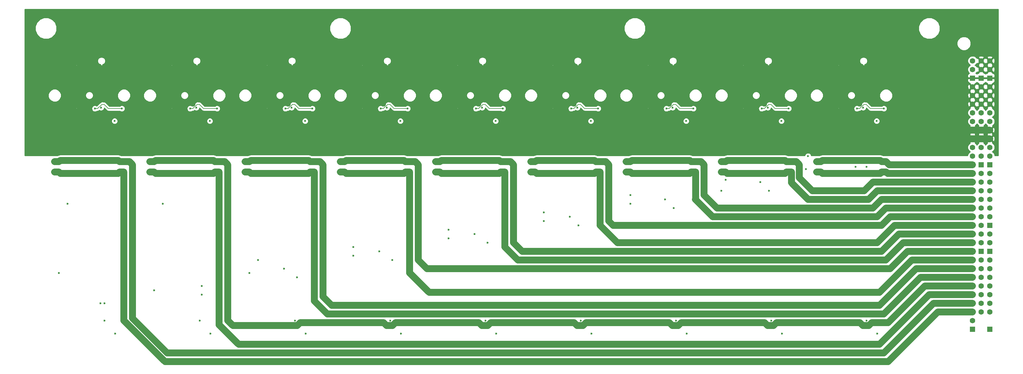
<source format=gbr>
G04 #@! TF.FileFunction,Copper,L4,Bot,Signal*
%FSLAX46Y46*%
G04 Gerber Fmt 4.6, Leading zero omitted, Abs format (unit mm)*
G04 Created by KiCad (PCBNEW 4.0.7) date Wed Feb 28 11:26:22 2018*
%MOMM*%
%LPD*%
G01*
G04 APERTURE LIST*
%ADD10C,0.100000*%
%ADD11C,1.600000*%
%ADD12R,1.600000X1.600000*%
%ADD13C,0.600000*%
%ADD14C,2.032000*%
%ADD15C,1.270000*%
%ADD16C,0.152400*%
%ADD17C,0.254000*%
G04 APERTURE END LIST*
D10*
D11*
X398780000Y-68580000D03*
X398780000Y-71120000D03*
D12*
X398780000Y-73660000D03*
D11*
X398780000Y-76200000D03*
X398780000Y-78740000D03*
X398780000Y-81280000D03*
X398780000Y-83820000D03*
X398780000Y-86360000D03*
X398780000Y-88900000D03*
X398780000Y-91440000D03*
X398780000Y-93980000D03*
X398780000Y-96520000D03*
D12*
X398780000Y-99060000D03*
D11*
X398780000Y-101600000D03*
X398780000Y-104140000D03*
X398780000Y-106680000D03*
X398780000Y-109220000D03*
X398780000Y-111760000D03*
X398780000Y-114300000D03*
X398780000Y-116840000D03*
X398780000Y-119380000D03*
X398780000Y-121920000D03*
D12*
X398780000Y-124460000D03*
D11*
X398780000Y-127000000D03*
X398780000Y-129540000D03*
X398780000Y-132080000D03*
X398780000Y-134620000D03*
X398780000Y-137160000D03*
X398780000Y-139700000D03*
X398780000Y-142240000D03*
X398780000Y-144780000D03*
D12*
X398780000Y-147320000D03*
D11*
X401320000Y-68580000D03*
X401320000Y-71120000D03*
D12*
X401320000Y-73660000D03*
D11*
X401320000Y-76200000D03*
X401320000Y-78740000D03*
X401320000Y-81280000D03*
X401320000Y-83820000D03*
X401320000Y-86360000D03*
X401320000Y-88900000D03*
X401320000Y-91440000D03*
X401320000Y-93980000D03*
X401320000Y-96520000D03*
D12*
X401320000Y-99060000D03*
D11*
X401320000Y-101600000D03*
X401320000Y-104140000D03*
X401320000Y-106680000D03*
X401320000Y-109220000D03*
X401320000Y-111760000D03*
X401320000Y-114300000D03*
X401320000Y-116840000D03*
X401320000Y-119380000D03*
X401320000Y-121920000D03*
D12*
X401320000Y-124460000D03*
D11*
X401320000Y-127000000D03*
X401320000Y-129540000D03*
X401320000Y-132080000D03*
X401320000Y-134620000D03*
X401320000Y-137160000D03*
X401320000Y-139700000D03*
X401320000Y-142240000D03*
X403860000Y-68580000D03*
X403860000Y-71120000D03*
D12*
X403860000Y-73660000D03*
D11*
X403860000Y-76200000D03*
X403860000Y-78740000D03*
X403860000Y-81280000D03*
X403860000Y-83820000D03*
X403860000Y-86360000D03*
X403860000Y-88900000D03*
X403860000Y-91440000D03*
X403860000Y-93980000D03*
X403860000Y-96520000D03*
D12*
X403860000Y-99060000D03*
D11*
X403860000Y-101600000D03*
X403860000Y-104140000D03*
X403860000Y-106680000D03*
X403860000Y-109220000D03*
X403860000Y-111760000D03*
X403860000Y-114300000D03*
D12*
X403860000Y-116840000D03*
D11*
X403860000Y-119380000D03*
X403860000Y-121920000D03*
D12*
X403860000Y-124460000D03*
D11*
X403860000Y-127000000D03*
X403860000Y-129540000D03*
X403860000Y-132080000D03*
X403860000Y-134620000D03*
X403860000Y-137160000D03*
X403860000Y-139700000D03*
X403860000Y-142240000D03*
D12*
X403860000Y-147320000D03*
D13*
X130810000Y-130810000D03*
X133350000Y-110490000D03*
X142950000Y-139700000D03*
X144145000Y-139700000D03*
X148590000Y-101200000D03*
X129540000Y-101200000D03*
X130810000Y-101200000D03*
X149860000Y-101200000D03*
X130810000Y-98200000D03*
X148590000Y-98200000D03*
X149919759Y-98200000D03*
X129540000Y-98200000D03*
X172720000Y-134620000D03*
X172720000Y-137160000D03*
X196850000Y-129540000D03*
X200660000Y-132080000D03*
X158750000Y-98200000D03*
X176530000Y-98200000D03*
X157480000Y-98200000D03*
X177800000Y-98200000D03*
X176530000Y-101200000D03*
X177800000Y-101200000D03*
X157480000Y-101200000D03*
X158750000Y-101200000D03*
X158750000Y-135890000D03*
X161290000Y-110490000D03*
X204470000Y-98200000D03*
X186690000Y-98200000D03*
X185420000Y-98200000D03*
X205799759Y-98200000D03*
X205740000Y-101200000D03*
X204529759Y-101200000D03*
X186690000Y-101200000D03*
X185420000Y-101200000D03*
X186690000Y-130810000D03*
X189230000Y-127000000D03*
X167640000Y-73660000D03*
X195580000Y-73660000D03*
X223520000Y-73660000D03*
X251460000Y-73660000D03*
X279400000Y-73660000D03*
X307340000Y-73660000D03*
X170180000Y-71120000D03*
X198120000Y-71120000D03*
X226060000Y-71120000D03*
X254000000Y-71120000D03*
X281940000Y-71120000D03*
X309880000Y-71120000D03*
X167640000Y-71120000D03*
X195580000Y-71120000D03*
X223520000Y-71120000D03*
X251460000Y-71120000D03*
X279400000Y-71120000D03*
X307340000Y-71120000D03*
X165100000Y-71120000D03*
X193040000Y-71120000D03*
X220980000Y-71120000D03*
X248920000Y-71120000D03*
X276860000Y-71120000D03*
X304800000Y-71120000D03*
X170180000Y-73660000D03*
X198120000Y-73660000D03*
X226060000Y-73660000D03*
X254000000Y-73660000D03*
X281940000Y-73660000D03*
X309880000Y-73660000D03*
X165100000Y-73660000D03*
X193040000Y-73660000D03*
X220980000Y-73660000D03*
X248920000Y-73660000D03*
X276860000Y-73660000D03*
X304800000Y-73660000D03*
X170180000Y-76200000D03*
X198120000Y-76200000D03*
X226060000Y-76200000D03*
X254000000Y-76200000D03*
X281940000Y-76200000D03*
X309880000Y-76200000D03*
X167640000Y-76200000D03*
X195580000Y-76200000D03*
X223520000Y-76200000D03*
X251460000Y-76200000D03*
X279400000Y-76200000D03*
X307340000Y-76200000D03*
X165100000Y-76200000D03*
X193040000Y-76200000D03*
X220980000Y-76200000D03*
X248920000Y-76200000D03*
X276860000Y-76200000D03*
X304800000Y-76200000D03*
X170180000Y-78740000D03*
X198120000Y-78740000D03*
X226060000Y-78740000D03*
X254000000Y-78740000D03*
X281940000Y-78740000D03*
X309880000Y-78740000D03*
X165100000Y-78740000D03*
X193040000Y-78740000D03*
X220980000Y-78740000D03*
X248920000Y-78740000D03*
X276860000Y-78740000D03*
X304800000Y-78740000D03*
X170180000Y-81280000D03*
X198120000Y-81280000D03*
X226060000Y-81280000D03*
X254000000Y-81280000D03*
X281940000Y-81280000D03*
X309880000Y-81280000D03*
X167640000Y-81280000D03*
X195580000Y-81280000D03*
X223520000Y-81280000D03*
X251460000Y-81280000D03*
X279400000Y-81280000D03*
X307340000Y-81280000D03*
X165100000Y-81280000D03*
X193040000Y-81280000D03*
X220980000Y-81280000D03*
X248920000Y-81280000D03*
X276860000Y-81280000D03*
X304800000Y-81280000D03*
X139700000Y-73660000D03*
X142240000Y-71120000D03*
X139700000Y-71120000D03*
X137160000Y-71120000D03*
X142240000Y-73660000D03*
X137160000Y-73660000D03*
X142240000Y-76200000D03*
X139700000Y-76200000D03*
X137160000Y-76200000D03*
X142240000Y-78740000D03*
X137160000Y-78740000D03*
X142240000Y-81280000D03*
X139700000Y-81280000D03*
X137160000Y-81280000D03*
X335280000Y-73660000D03*
X337820000Y-71120000D03*
X335280000Y-71120000D03*
X332740000Y-71120000D03*
X337820000Y-73660000D03*
X332740000Y-73660000D03*
X337820000Y-76200000D03*
X335280000Y-76200000D03*
X332740000Y-76200000D03*
X337820000Y-78740000D03*
X332740000Y-78740000D03*
X337820000Y-81280000D03*
X335280000Y-81280000D03*
X332740000Y-81280000D03*
X363220000Y-76200000D03*
X363220000Y-73660000D03*
X363220000Y-71120000D03*
X360680000Y-71120000D03*
X360680000Y-73660000D03*
X360680000Y-76200000D03*
X360680000Y-78740000D03*
X360680000Y-81280000D03*
X363220000Y-81280000D03*
X365760000Y-81280000D03*
X365760000Y-78740000D03*
X365760000Y-76200000D03*
X365760000Y-73660000D03*
X365760000Y-71120000D03*
X363220000Y-71120000D03*
X214630000Y-98200000D03*
X232410000Y-98200000D03*
X213360000Y-98200000D03*
X233739759Y-98200000D03*
X232410000Y-101200000D03*
X214630000Y-101200000D03*
X233680000Y-101200000D03*
X213360000Y-101200000D03*
X242570000Y-98200000D03*
X260350000Y-98200000D03*
X241300000Y-98200000D03*
X261679759Y-98200000D03*
X242570000Y-101200000D03*
X260350000Y-101200000D03*
X261620000Y-101200000D03*
X241300000Y-101200000D03*
X270510000Y-98200000D03*
X288290000Y-98200000D03*
X269240000Y-98200000D03*
X289619759Y-98200000D03*
X289560000Y-101200000D03*
X288290000Y-101200000D03*
X270510000Y-101200000D03*
X269240000Y-101200000D03*
X298450000Y-98200000D03*
X316230000Y-98200000D03*
X297180000Y-98200000D03*
X317559759Y-98200000D03*
X316230000Y-101200000D03*
X317559759Y-101200000D03*
X298450000Y-101200000D03*
X297180000Y-101200000D03*
X344170000Y-98200000D03*
X326390000Y-98200000D03*
X325120000Y-98200000D03*
X345440000Y-98200000D03*
X345440000Y-101200000D03*
X325120000Y-101200000D03*
X344170000Y-101200000D03*
X326390000Y-101200000D03*
X354330000Y-98200000D03*
X373439759Y-98200000D03*
X353060000Y-98200000D03*
X372110000Y-98200000D03*
X353060000Y-101200000D03*
X354330000Y-101200000D03*
X373439759Y-101200000D03*
X372110000Y-101200000D03*
X147320000Y-148590000D03*
X175260000Y-148590000D03*
X203200000Y-148590000D03*
X231140000Y-148590000D03*
X259080000Y-148590000D03*
X287020000Y-148590000D03*
X314960000Y-148590000D03*
X342900000Y-148590000D03*
X370840000Y-148590000D03*
X144145000Y-144780000D03*
X172085000Y-144780000D03*
X200025000Y-144780000D03*
X227965000Y-144780000D03*
X255905000Y-144780000D03*
X283845000Y-144780000D03*
X311785000Y-144780000D03*
X339725000Y-144780000D03*
X367665000Y-144780000D03*
X217170000Y-125730000D03*
X245110000Y-120650000D03*
X273050000Y-115570000D03*
X298450000Y-110490000D03*
X325120000Y-106680000D03*
X349885000Y-100330000D03*
X217170000Y-123190000D03*
X273050000Y-113030000D03*
X245110000Y-118110000D03*
X326390000Y-103505000D03*
X298450000Y-107950000D03*
X350520000Y-96520000D03*
X224790000Y-124460000D03*
X228600000Y-127000000D03*
X252730000Y-119380000D03*
X256540000Y-121920000D03*
X280670000Y-114300000D03*
X283210000Y-116840000D03*
X308610000Y-109220000D03*
X311150000Y-111760000D03*
X336550000Y-104140000D03*
X339090000Y-106680000D03*
X364490000Y-99695000D03*
X367665000Y-99695000D03*
X143154400Y-82296000D03*
X147116800Y-86258400D03*
X141325600Y-82600800D03*
X149250400Y-82600800D03*
X372770400Y-82600800D03*
X344830400Y-82600800D03*
X149250400Y-82600800D03*
X177190400Y-82600800D03*
X205130400Y-82600800D03*
X233070400Y-82600800D03*
X261010400Y-82600800D03*
X288950400Y-82600800D03*
X316890400Y-82600800D03*
X171094400Y-82296000D03*
X199034400Y-82296000D03*
X226974400Y-82296000D03*
X254914400Y-82296000D03*
X282854400Y-82296000D03*
X310794400Y-82296000D03*
X338734400Y-82296000D03*
X175056800Y-86258400D03*
X202996800Y-86258400D03*
X230936800Y-86258400D03*
X258876800Y-86258400D03*
X286816800Y-86258400D03*
X314756800Y-86258400D03*
X342696800Y-86258400D03*
X169265600Y-82600800D03*
X197205600Y-82600800D03*
X225145600Y-82600800D03*
X253085600Y-82600800D03*
X281025600Y-82600800D03*
X308965600Y-82600800D03*
X336905600Y-82600800D03*
X366674400Y-82296000D03*
X370636800Y-86258400D03*
X364845600Y-82600800D03*
X372770400Y-82600800D03*
D14*
X398780000Y-142240000D02*
X388620000Y-142240000D01*
X148190000Y-101600000D02*
X131210000Y-101600000D01*
X131210000Y-101600000D02*
X130810000Y-101200000D01*
X148590000Y-101200000D02*
X148190000Y-101600000D01*
X161925000Y-156845000D02*
X149860000Y-144780000D01*
X388620000Y-142240000D02*
X374015000Y-156845000D01*
X374015000Y-156845000D02*
X161925000Y-156845000D01*
X149860000Y-144780000D02*
X149860000Y-101200000D01*
X149860000Y-101200000D02*
X148590000Y-101200000D01*
X130810000Y-101200000D02*
X129540000Y-101200000D01*
X387350000Y-139700000D02*
X398780000Y-139700000D01*
X131220000Y-97790000D02*
X148180000Y-97790000D01*
X148180000Y-97790000D02*
X148590000Y-98200000D01*
X130810000Y-98200000D02*
X131220000Y-97790000D01*
X152400000Y-99060000D02*
X152400000Y-142240000D01*
X152400000Y-142240000D02*
X152400000Y-143510000D01*
X372745000Y-154305000D02*
X162560000Y-154305000D01*
X387350000Y-139700000D02*
X372745000Y-154305000D01*
X162560000Y-154305000D02*
X152400000Y-144145000D01*
X152400000Y-144145000D02*
X152400000Y-142240000D01*
X149919759Y-98200000D02*
X151540000Y-98200000D01*
X151540000Y-98200000D02*
X152400000Y-99060000D01*
X129540000Y-98200000D02*
X130810000Y-98200000D01*
X148590000Y-98200000D02*
X149919759Y-98200000D01*
X384810000Y-134620000D02*
X398780000Y-134620000D01*
X176120000Y-97790000D02*
X176530000Y-98200000D01*
X159160000Y-97790000D02*
X176120000Y-97790000D01*
X158750000Y-98200000D02*
X159160000Y-97790000D01*
X368369833Y-146248401D02*
X366593401Y-146248401D01*
X369203234Y-145415000D02*
X368369833Y-146248401D01*
X200729833Y-146248401D02*
X181808401Y-146248401D01*
X181808401Y-146248401D02*
X180340000Y-144780000D01*
X226060000Y-145415000D02*
X201563234Y-145415000D01*
X254000000Y-145415000D02*
X229503234Y-145415000D01*
X281940000Y-145415000D02*
X257443234Y-145415000D01*
X309880000Y-145415000D02*
X285383234Y-145415000D01*
X337820000Y-145415000D02*
X313323234Y-145415000D01*
X384810000Y-134620000D02*
X374015000Y-145415000D01*
X374015000Y-145415000D02*
X369203234Y-145415000D01*
X366593401Y-146248401D02*
X365760000Y-145415000D01*
X365760000Y-145415000D02*
X341263234Y-145415000D01*
X341263234Y-145415000D02*
X340429833Y-146248401D01*
X340429833Y-146248401D02*
X338653401Y-146248401D01*
X338653401Y-146248401D02*
X337820000Y-145415000D01*
X226893401Y-146248401D02*
X228669833Y-146248401D01*
X254833401Y-146248401D02*
X256609833Y-146248401D01*
X282773401Y-146248401D02*
X284549833Y-146248401D01*
X310713401Y-146248401D02*
X312489833Y-146248401D01*
X226060000Y-145415000D02*
X226893401Y-146248401D01*
X254000000Y-145415000D02*
X254833401Y-146248401D01*
X281940000Y-145415000D02*
X282773401Y-146248401D01*
X309880000Y-145415000D02*
X310713401Y-146248401D01*
X200729833Y-146248401D02*
X201563234Y-145415000D01*
X228669833Y-146248401D02*
X229503234Y-145415000D01*
X256609833Y-146248401D02*
X257443234Y-145415000D01*
X284549833Y-146248401D02*
X285383234Y-145415000D01*
X312489833Y-146248401D02*
X313323234Y-145415000D01*
X180340000Y-99060000D02*
X180340000Y-114300000D01*
X180340000Y-114300000D02*
X180340000Y-115570000D01*
X180340000Y-144780000D02*
X180340000Y-114300000D01*
X157480000Y-98200000D02*
X158750000Y-98200000D01*
X176530000Y-98200000D02*
X177859759Y-98200000D01*
X177859759Y-98200000D02*
X179480000Y-98200000D01*
X179480000Y-98200000D02*
X180340000Y-99060000D01*
X398780000Y-137160000D02*
X386097282Y-137160000D01*
X386097282Y-137160000D02*
X386080000Y-137177282D01*
X177800000Y-101200000D02*
X176530000Y-101200000D01*
X159150000Y-101600000D02*
X158750000Y-101200000D01*
X176130000Y-101600000D02*
X159150000Y-101600000D01*
X176530000Y-101200000D02*
X176130000Y-101600000D01*
X386080000Y-137160000D02*
X386080000Y-137177282D01*
X386080000Y-137177282D02*
X371492282Y-151765000D01*
X371492282Y-151765000D02*
X183515000Y-151765000D01*
X183515000Y-151765000D02*
X177800000Y-146050000D01*
X177800000Y-146050000D02*
X177800000Y-143510000D01*
X177800000Y-143510000D02*
X177800000Y-101200000D01*
X158750000Y-101200000D02*
X157480000Y-101200000D01*
X382270000Y-129540000D02*
X388620000Y-129540000D01*
X388620000Y-129540000D02*
X398780000Y-129540000D01*
X186690000Y-98200000D02*
X185420000Y-98200000D01*
X204470000Y-98200000D02*
X205799759Y-98200000D01*
X204060000Y-97790000D02*
X204470000Y-98200000D01*
X187100000Y-97790000D02*
X204060000Y-97790000D01*
X186690000Y-98200000D02*
X187100000Y-97790000D01*
X208280000Y-114300000D02*
X208280000Y-137795000D01*
X208280000Y-137795000D02*
X210820000Y-140335000D01*
X210820000Y-140335000D02*
X371475000Y-140335000D01*
X371475000Y-140335000D02*
X382270000Y-129540000D01*
X208280000Y-99060000D02*
X208280000Y-114300000D01*
X208280000Y-114300000D02*
X208280000Y-115570000D01*
X205972760Y-98200000D02*
X205799759Y-98200000D01*
X205799759Y-98200000D02*
X207420000Y-98200000D01*
X207420000Y-98200000D02*
X208280000Y-99060000D01*
X398780000Y-132080000D02*
X383540000Y-132080000D01*
X205740000Y-101200000D02*
X204470000Y-101200000D01*
X187090000Y-101600000D02*
X186690000Y-101200000D01*
X204070000Y-101600000D02*
X187090000Y-101600000D01*
X204470000Y-101200000D02*
X204070000Y-101600000D01*
X372745000Y-142875000D02*
X209550000Y-142875000D01*
X205740000Y-101200000D02*
X205740000Y-139065000D01*
X205740000Y-139065000D02*
X209550000Y-142875000D01*
X383540000Y-132080000D02*
X372745000Y-142875000D01*
X186690000Y-101200000D02*
X185420000Y-101200000D01*
X403860000Y-91440000D02*
X393700000Y-91440000D01*
X403860000Y-88900000D02*
X391160000Y-88900000D01*
X393700000Y-91440000D02*
X391160000Y-88900000D01*
D15*
X170180000Y-71120000D02*
X170180000Y-73660000D01*
X198120000Y-71120000D02*
X198120000Y-73660000D01*
X226060000Y-71120000D02*
X226060000Y-73660000D01*
X254000000Y-71120000D02*
X254000000Y-73660000D01*
X281940000Y-71120000D02*
X281940000Y-73660000D01*
X309880000Y-71120000D02*
X309880000Y-73660000D01*
X165100000Y-73660000D02*
X165100000Y-71120000D01*
X193040000Y-73660000D02*
X193040000Y-71120000D01*
X220980000Y-73660000D02*
X220980000Y-71120000D01*
X248920000Y-73660000D02*
X248920000Y-71120000D01*
X276860000Y-73660000D02*
X276860000Y-71120000D01*
X304800000Y-73660000D02*
X304800000Y-71120000D01*
X167640000Y-73660000D02*
X167640000Y-76200000D01*
X195580000Y-73660000D02*
X195580000Y-76200000D01*
X223520000Y-73660000D02*
X223520000Y-76200000D01*
X251460000Y-73660000D02*
X251460000Y-76200000D01*
X279400000Y-73660000D02*
X279400000Y-76200000D01*
X307340000Y-73660000D02*
X307340000Y-76200000D01*
X170180000Y-73660000D02*
X170180000Y-76200000D01*
X198120000Y-73660000D02*
X198120000Y-76200000D01*
X226060000Y-73660000D02*
X226060000Y-76200000D01*
X254000000Y-73660000D02*
X254000000Y-76200000D01*
X281940000Y-73660000D02*
X281940000Y-76200000D01*
X309880000Y-73660000D02*
X309880000Y-76200000D01*
X165100000Y-78740000D02*
X165100000Y-76200000D01*
X193040000Y-78740000D02*
X193040000Y-76200000D01*
X220980000Y-78740000D02*
X220980000Y-76200000D01*
X248920000Y-78740000D02*
X248920000Y-76200000D01*
X276860000Y-78740000D02*
X276860000Y-76200000D01*
X304800000Y-78740000D02*
X304800000Y-76200000D01*
X170180000Y-78740000D02*
X170180000Y-81280000D01*
X198120000Y-78740000D02*
X198120000Y-81280000D01*
X226060000Y-78740000D02*
X226060000Y-81280000D01*
X254000000Y-78740000D02*
X254000000Y-81280000D01*
X281940000Y-78740000D02*
X281940000Y-81280000D01*
X309880000Y-78740000D02*
X309880000Y-81280000D01*
X167640000Y-81280000D02*
X165100000Y-81280000D01*
X195580000Y-81280000D02*
X193040000Y-81280000D01*
X223520000Y-81280000D02*
X220980000Y-81280000D01*
X251460000Y-81280000D02*
X248920000Y-81280000D01*
X279400000Y-81280000D02*
X276860000Y-81280000D01*
X307340000Y-81280000D02*
X304800000Y-81280000D01*
X142240000Y-71120000D02*
X142240000Y-73660000D01*
X137160000Y-73660000D02*
X137160000Y-71120000D01*
X139700000Y-73660000D02*
X139700000Y-76200000D01*
X142240000Y-73660000D02*
X142240000Y-76200000D01*
X137160000Y-78740000D02*
X137160000Y-76200000D01*
X139700000Y-81280000D02*
X137160000Y-81280000D01*
D14*
X170180000Y-73660000D02*
X142240000Y-73660000D01*
X198120000Y-73660000D02*
X170180000Y-73660000D01*
X226060000Y-73660000D02*
X198120000Y-73660000D01*
X254000000Y-73660000D02*
X226060000Y-73660000D01*
X281940000Y-73660000D02*
X254000000Y-73660000D01*
X309880000Y-73660000D02*
X281940000Y-73660000D01*
X337820000Y-73660000D02*
X309880000Y-73660000D01*
D15*
X337820000Y-71120000D02*
X337820000Y-73660000D01*
X332740000Y-73660000D02*
X332740000Y-71120000D01*
X335280000Y-73660000D02*
X335280000Y-76200000D01*
X337820000Y-73660000D02*
X337820000Y-76200000D01*
X332740000Y-78740000D02*
X332740000Y-76200000D01*
X337820000Y-78740000D02*
X337820000Y-81280000D01*
X335280000Y-81280000D02*
X332740000Y-81280000D01*
D14*
X365760000Y-73660000D02*
X337820000Y-73660000D01*
X365760000Y-73660000D02*
X375628000Y-73660000D01*
D15*
X363220000Y-73660000D02*
X363220000Y-76200000D01*
X360680000Y-73660000D02*
X360680000Y-71120000D01*
X360680000Y-78740000D02*
X360680000Y-76200000D01*
X363220000Y-81280000D02*
X360680000Y-81280000D01*
X365760000Y-78740000D02*
X365760000Y-81280000D01*
X365760000Y-73660000D02*
X365760000Y-76200000D01*
X365760000Y-71120000D02*
X365760000Y-73660000D01*
D14*
X391160000Y-88900000D02*
X375628000Y-73660000D01*
X379730000Y-124460000D02*
X398780000Y-124460000D01*
X233739759Y-98200000D02*
X232410000Y-98200000D01*
X214630000Y-98200000D02*
X213360000Y-98200000D01*
X232000000Y-97790000D02*
X232410000Y-98200000D01*
X215040000Y-97790000D02*
X232000000Y-97790000D01*
X214630000Y-98200000D02*
X215040000Y-97790000D01*
X236220000Y-99060000D02*
X236220000Y-114300000D01*
X236220000Y-114300000D02*
X236220000Y-115570000D01*
X340360000Y-129540000D02*
X238760000Y-129540000D01*
X238760000Y-129540000D02*
X236220000Y-127000000D01*
X236220000Y-127000000D02*
X236220000Y-114300000D01*
X340360000Y-129540000D02*
X365760000Y-129540000D01*
X365760000Y-129540000D02*
X368300000Y-129540000D01*
X379730000Y-124460000D02*
X374650000Y-129540000D01*
X374650000Y-129540000D02*
X365760000Y-129540000D01*
X368300000Y-129540000D02*
X372110000Y-129540000D01*
X373380000Y-129540000D02*
X368300000Y-129540000D01*
X334010000Y-129540000D02*
X340360000Y-129540000D01*
X233739759Y-98200000D02*
X235360000Y-98200000D01*
X235360000Y-98200000D02*
X236220000Y-99060000D01*
X398780000Y-127000000D02*
X381000000Y-127000000D01*
X381000000Y-127000000D02*
X371475000Y-136525000D01*
X371475000Y-136525000D02*
X241300000Y-136525000D01*
X232410000Y-101200000D02*
X233680000Y-101200000D01*
X214630000Y-101200000D02*
X213360000Y-101200000D01*
X215030000Y-101600000D02*
X214630000Y-101200000D01*
X232010000Y-101600000D02*
X215030000Y-101600000D01*
X232410000Y-101200000D02*
X232010000Y-101600000D01*
X240030000Y-136525000D02*
X241300000Y-136525000D01*
X241300000Y-136525000D02*
X239395000Y-136525000D01*
X233680000Y-101200000D02*
X233680000Y-130810000D01*
X233680000Y-130810000D02*
X239395000Y-136525000D01*
X377190000Y-119380000D02*
X398780000Y-119380000D01*
X242570000Y-98200000D02*
X241300000Y-98200000D01*
X261679759Y-98200000D02*
X260350000Y-98200000D01*
X259940000Y-97790000D02*
X260350000Y-98200000D01*
X242980000Y-97790000D02*
X259940000Y-97790000D01*
X242570000Y-98200000D02*
X242980000Y-97790000D01*
X264160000Y-99060000D02*
X264160000Y-111760000D01*
X264160000Y-111760000D02*
X264160000Y-115570000D01*
X293370000Y-124460000D02*
X266700000Y-124460000D01*
X266700000Y-124460000D02*
X264160000Y-121920000D01*
X264160000Y-121920000D02*
X264160000Y-111760000D01*
X367030000Y-124460000D02*
X363220000Y-124460000D01*
X363220000Y-124460000D02*
X309880000Y-124460000D01*
X377190000Y-119380000D02*
X372110000Y-124460000D01*
X372110000Y-124460000D02*
X363220000Y-124460000D01*
X369570000Y-124460000D02*
X367030000Y-124460000D01*
X367030000Y-124460000D02*
X370840000Y-124460000D01*
X299720000Y-124460000D02*
X293370000Y-124460000D01*
X309880000Y-124460000D02*
X293370000Y-124460000D01*
X309880000Y-124460000D02*
X301855642Y-124460000D01*
X261679759Y-98200000D02*
X263300000Y-98200000D01*
X263300000Y-98200000D02*
X264160000Y-99060000D01*
X398780000Y-121920000D02*
X378460000Y-121920000D01*
X242570000Y-101200000D02*
X241300000Y-101200000D01*
X261620000Y-101200000D02*
X260350000Y-101200000D01*
X242970000Y-101600000D02*
X242570000Y-101200000D01*
X259950000Y-101600000D02*
X242970000Y-101600000D01*
X260350000Y-101200000D02*
X259950000Y-101600000D01*
X368300000Y-127000000D02*
X364490000Y-127000000D01*
X373380000Y-127000000D02*
X364490000Y-127000000D01*
X364490000Y-127000000D02*
X313690000Y-127000000D01*
X378460000Y-121920000D02*
X373380000Y-127000000D01*
X370840000Y-127000000D02*
X368300000Y-127000000D01*
X372110000Y-127000000D02*
X368300000Y-127000000D01*
X261620000Y-120650000D02*
X261620000Y-101200000D01*
X295910000Y-127000000D02*
X265430000Y-127000000D01*
X299720000Y-127000000D02*
X295910000Y-127000000D01*
X295910000Y-127000000D02*
X313690000Y-127000000D01*
X265430000Y-127000000D02*
X261620000Y-123190000D01*
X261620000Y-123190000D02*
X261620000Y-120650000D01*
X313690000Y-127000000D02*
X301855642Y-127000000D01*
X374650000Y-114300000D02*
X377190000Y-114300000D01*
X377190000Y-114300000D02*
X398780000Y-114300000D01*
X269240000Y-98200000D02*
X270510000Y-98200000D01*
X289619759Y-98200000D02*
X288290000Y-98200000D01*
X287880000Y-97790000D02*
X288290000Y-98200000D01*
X270920000Y-97790000D02*
X287880000Y-97790000D01*
X270510000Y-98200000D02*
X270920000Y-97790000D01*
X289619759Y-98200000D02*
X291240000Y-98200000D01*
X291240000Y-98200000D02*
X292100000Y-99060000D01*
X292100000Y-99060000D02*
X292100000Y-115570000D01*
X292100000Y-115570000D02*
X293370000Y-116840000D01*
X293370000Y-116840000D02*
X295910000Y-116840000D01*
X295910000Y-116840000D02*
X364490000Y-116840000D01*
X370840000Y-116840000D02*
X367030000Y-116840000D01*
X367030000Y-116840000D02*
X364490000Y-116840000D01*
X372110000Y-116840000D02*
X367030000Y-116840000D01*
X374650000Y-114300000D02*
X372110000Y-116840000D01*
X369570000Y-116840000D02*
X364490000Y-116840000D01*
X398780000Y-116840000D02*
X375920000Y-116840000D01*
X289560000Y-101200000D02*
X288290000Y-101200000D01*
X270910000Y-101600000D02*
X270510000Y-101200000D01*
X287890000Y-101600000D02*
X270910000Y-101600000D01*
X288290000Y-101200000D02*
X287890000Y-101600000D01*
X294640000Y-121920000D02*
X364490000Y-121920000D01*
X375920000Y-116840000D02*
X370840000Y-121920000D01*
X364490000Y-121920000D02*
X367030000Y-121920000D01*
X370840000Y-121920000D02*
X364490000Y-121920000D01*
X367030000Y-121920000D02*
X368300000Y-121920000D01*
X369570000Y-121920000D02*
X367030000Y-121920000D01*
X289560000Y-116840000D02*
X289560000Y-104140000D01*
X294640000Y-121920000D02*
X289560000Y-116840000D01*
X289560000Y-104140000D02*
X289560000Y-101200000D01*
X270510000Y-101200000D02*
X269240000Y-101200000D01*
X372110000Y-109220000D02*
X398780000Y-109220000D01*
X316230000Y-98200000D02*
X319180000Y-98200000D01*
X319180000Y-98200000D02*
X320040000Y-99060000D01*
X320040000Y-99060000D02*
X320040000Y-107950000D01*
X320040000Y-107950000D02*
X323850000Y-111760000D01*
X323850000Y-111760000D02*
X365760000Y-111760000D01*
X297180000Y-98200000D02*
X298450000Y-98200000D01*
X315820000Y-97790000D02*
X316230000Y-98200000D01*
X298860000Y-97790000D02*
X315820000Y-97790000D01*
X298450000Y-98200000D02*
X298860000Y-97790000D01*
X372110000Y-109220000D02*
X369570000Y-111760000D01*
X369570000Y-111760000D02*
X365760000Y-111760000D01*
X367030000Y-111760000D02*
X365760000Y-111760000D01*
X368300000Y-111760000D02*
X365760000Y-111760000D01*
X398780000Y-111760000D02*
X373380000Y-111760000D01*
X298450000Y-101200000D02*
X297180000Y-101200000D01*
X298850000Y-101600000D02*
X298450000Y-101200000D01*
X315830000Y-101600000D02*
X298850000Y-101600000D01*
X316230000Y-101200000D02*
X315830000Y-101600000D01*
X373380000Y-111760000D02*
X370840000Y-114300000D01*
X370840000Y-114300000D02*
X369570000Y-114300000D01*
X368300000Y-114300000D02*
X367030000Y-114300000D01*
X367030000Y-114300000D02*
X322580000Y-114300000D01*
X369570000Y-114300000D02*
X367030000Y-114300000D01*
X317500000Y-109220000D02*
X317559759Y-109160241D01*
X317559759Y-109160241D02*
X317559759Y-101200000D01*
X322580000Y-114300000D02*
X317500000Y-109220000D01*
X317559759Y-101200000D02*
X316230000Y-101200000D01*
X345440000Y-98200000D02*
X344170000Y-98200000D01*
X369570000Y-104140000D02*
X379730000Y-104140000D01*
X379730000Y-104140000D02*
X398780000Y-104140000D01*
X343760000Y-97790000D02*
X344170000Y-98200000D01*
X326800000Y-97790000D02*
X343760000Y-97790000D01*
X326390000Y-98200000D02*
X326800000Y-97790000D01*
X367030000Y-106680000D02*
X351790000Y-106680000D01*
X369570000Y-104140000D02*
X367030000Y-106680000D01*
X351790000Y-106680000D02*
X347980000Y-102870000D01*
X347980000Y-99060000D02*
X347120000Y-98200000D01*
X347980000Y-102870000D02*
X347980000Y-99060000D01*
X347120000Y-98200000D02*
X345672760Y-98200000D01*
X326390000Y-98200000D02*
X325120000Y-98200000D01*
X398780000Y-106680000D02*
X370840000Y-106680000D01*
X326390000Y-101200000D02*
X325120000Y-101200000D01*
X345440000Y-101200000D02*
X344170000Y-101200000D01*
X326790000Y-101600000D02*
X326390000Y-101200000D01*
X343770000Y-101600000D02*
X326790000Y-101600000D01*
X344170000Y-101200000D02*
X343770000Y-101600000D01*
X368300000Y-109220000D02*
X350520000Y-109220000D01*
X370840000Y-106680000D02*
X368300000Y-109220000D01*
X350520000Y-109220000D02*
X345672760Y-104372760D01*
X345672760Y-101892641D02*
X345672760Y-101200000D01*
X345672760Y-104372760D02*
X345672760Y-101892641D01*
X374299759Y-99060000D02*
X378460000Y-99060000D01*
X378460000Y-99060000D02*
X398780000Y-99060000D01*
X373439759Y-98200000D02*
X372110000Y-98200000D01*
X371700000Y-97790000D02*
X372110000Y-98200000D01*
X354740000Y-97790000D02*
X371700000Y-97790000D01*
X354330000Y-98200000D02*
X354740000Y-97790000D01*
X374299759Y-99060000D02*
X373439759Y-98200000D01*
X353060000Y-98200000D02*
X354330000Y-98200000D01*
X398780000Y-101600000D02*
X373839759Y-101600000D01*
X353060000Y-101200000D02*
X354330000Y-101200000D01*
X373439759Y-101200000D02*
X372110000Y-101200000D01*
X354730000Y-101600000D02*
X354330000Y-101200000D01*
X371710000Y-101600000D02*
X354730000Y-101600000D01*
X372110000Y-101200000D02*
X371710000Y-101600000D01*
X373839759Y-101600000D02*
X373439759Y-101200000D01*
D16*
X141325600Y-82600800D02*
X142140528Y-82600800D01*
X145288000Y-82600800D02*
X149250400Y-82600800D01*
X144068800Y-81381600D02*
X145288000Y-82600800D01*
X142140528Y-82600800D02*
X143359728Y-81381600D01*
X143359728Y-81381600D02*
X144068800Y-81381600D01*
X340868000Y-82600800D02*
X343814400Y-82600800D01*
X343814400Y-82600800D02*
X344830400Y-82600800D01*
X171299728Y-81381600D02*
X172008800Y-81381600D01*
X199239728Y-81381600D02*
X199948800Y-81381600D01*
X227179728Y-81381600D02*
X227888800Y-81381600D01*
X255119728Y-81381600D02*
X255828800Y-81381600D01*
X283059728Y-81381600D02*
X283768800Y-81381600D01*
X310999728Y-81381600D02*
X311708800Y-81381600D01*
X338939728Y-81381600D02*
X339648800Y-81381600D01*
X172008800Y-81381600D02*
X173228000Y-82600800D01*
X199948800Y-81381600D02*
X201168000Y-82600800D01*
X227888800Y-81381600D02*
X229108000Y-82600800D01*
X255828800Y-81381600D02*
X257048000Y-82600800D01*
X283768800Y-81381600D02*
X284988000Y-82600800D01*
X311708800Y-81381600D02*
X312928000Y-82600800D01*
X339648800Y-81381600D02*
X340868000Y-82600800D01*
X170080528Y-82600800D02*
X171299728Y-81381600D01*
X198020528Y-82600800D02*
X199239728Y-81381600D01*
X225960528Y-82600800D02*
X227179728Y-81381600D01*
X253900528Y-82600800D02*
X255119728Y-81381600D01*
X281840528Y-82600800D02*
X283059728Y-81381600D01*
X309780528Y-82600800D02*
X310999728Y-81381600D01*
X337720528Y-82600800D02*
X338939728Y-81381600D01*
X173228000Y-82600800D02*
X177190400Y-82600800D01*
X201168000Y-82600800D02*
X205130400Y-82600800D01*
X229108000Y-82600800D02*
X233070400Y-82600800D01*
X257048000Y-82600800D02*
X261010400Y-82600800D01*
X284988000Y-82600800D02*
X288950400Y-82600800D01*
X312928000Y-82600800D02*
X316890400Y-82600800D01*
X169265600Y-82600800D02*
X170080528Y-82600800D01*
X197205600Y-82600800D02*
X198020528Y-82600800D01*
X225145600Y-82600800D02*
X225960528Y-82600800D01*
X253085600Y-82600800D02*
X253900528Y-82600800D01*
X281025600Y-82600800D02*
X281840528Y-82600800D01*
X308965600Y-82600800D02*
X309780528Y-82600800D01*
X336905600Y-82600800D02*
X337720528Y-82600800D01*
X366879728Y-81381600D02*
X367588800Y-81381600D01*
X364845600Y-82600800D02*
X365660528Y-82600800D01*
X365660528Y-82600800D02*
X366879728Y-81381600D01*
X368808000Y-82600800D02*
X372770400Y-82600800D01*
X367588800Y-81381600D02*
X368808000Y-82600800D01*
D17*
G36*
X143383000Y-80670400D02*
X143359728Y-80670400D01*
X143132718Y-80715555D01*
X143087563Y-80724537D01*
X142856834Y-80878706D01*
X141891399Y-81844141D01*
X141855927Y-81808608D01*
X141512399Y-81665962D01*
X141140433Y-81665638D01*
X140796657Y-81807683D01*
X140533408Y-82070473D01*
X140390762Y-82414001D01*
X140390754Y-82423000D01*
X136017000Y-82423000D01*
X136017000Y-78964775D01*
X138564803Y-78964775D01*
X138737233Y-79382086D01*
X139056235Y-79701645D01*
X139473244Y-79874803D01*
X139924775Y-79875197D01*
X140342086Y-79702767D01*
X140661645Y-79383765D01*
X140834803Y-78966756D01*
X140835197Y-78515225D01*
X140662767Y-78097914D01*
X140343765Y-77778355D01*
X139926756Y-77605197D01*
X139475225Y-77604803D01*
X139057914Y-77777233D01*
X138738355Y-78096235D01*
X138565197Y-78513244D01*
X138564803Y-78964775D01*
X136017000Y-78964775D01*
X136017000Y-69977000D01*
X143383000Y-69977000D01*
X143383000Y-80670400D01*
X143383000Y-80670400D01*
G37*
X143383000Y-80670400D02*
X143359728Y-80670400D01*
X143132718Y-80715555D01*
X143087563Y-80724537D01*
X142856834Y-80878706D01*
X141891399Y-81844141D01*
X141855927Y-81808608D01*
X141512399Y-81665962D01*
X141140433Y-81665638D01*
X140796657Y-81807683D01*
X140533408Y-82070473D01*
X140390762Y-82414001D01*
X140390754Y-82423000D01*
X136017000Y-82423000D01*
X136017000Y-78964775D01*
X138564803Y-78964775D01*
X138737233Y-79382086D01*
X139056235Y-79701645D01*
X139473244Y-79874803D01*
X139924775Y-79875197D01*
X140342086Y-79702767D01*
X140661645Y-79383765D01*
X140834803Y-78966756D01*
X140835197Y-78515225D01*
X140662767Y-78097914D01*
X140343765Y-77778355D01*
X139926756Y-77605197D01*
X139475225Y-77604803D01*
X139057914Y-77777233D01*
X138738355Y-78096235D01*
X138565197Y-78513244D01*
X138564803Y-78964775D01*
X136017000Y-78964775D01*
X136017000Y-69977000D01*
X143383000Y-69977000D01*
X143383000Y-80670400D01*
G36*
X171323000Y-80670400D02*
X171299728Y-80670400D01*
X171072718Y-80715555D01*
X171027563Y-80724537D01*
X170796834Y-80878706D01*
X169831399Y-81844141D01*
X169795927Y-81808608D01*
X169452399Y-81665962D01*
X169080433Y-81665638D01*
X168736657Y-81807683D01*
X168473408Y-82070473D01*
X168330762Y-82414001D01*
X168330754Y-82423000D01*
X163957000Y-82423000D01*
X163957000Y-78964775D01*
X166504803Y-78964775D01*
X166677233Y-79382086D01*
X166996235Y-79701645D01*
X167413244Y-79874803D01*
X167864775Y-79875197D01*
X168282086Y-79702767D01*
X168601645Y-79383765D01*
X168774803Y-78966756D01*
X168775197Y-78515225D01*
X168602767Y-78097914D01*
X168283765Y-77778355D01*
X167866756Y-77605197D01*
X167415225Y-77604803D01*
X166997914Y-77777233D01*
X166678355Y-78096235D01*
X166505197Y-78513244D01*
X166504803Y-78964775D01*
X163957000Y-78964775D01*
X163957000Y-69977000D01*
X171323000Y-69977000D01*
X171323000Y-80670400D01*
X171323000Y-80670400D01*
G37*
X171323000Y-80670400D02*
X171299728Y-80670400D01*
X171072718Y-80715555D01*
X171027563Y-80724537D01*
X170796834Y-80878706D01*
X169831399Y-81844141D01*
X169795927Y-81808608D01*
X169452399Y-81665962D01*
X169080433Y-81665638D01*
X168736657Y-81807683D01*
X168473408Y-82070473D01*
X168330762Y-82414001D01*
X168330754Y-82423000D01*
X163957000Y-82423000D01*
X163957000Y-78964775D01*
X166504803Y-78964775D01*
X166677233Y-79382086D01*
X166996235Y-79701645D01*
X167413244Y-79874803D01*
X167864775Y-79875197D01*
X168282086Y-79702767D01*
X168601645Y-79383765D01*
X168774803Y-78966756D01*
X168775197Y-78515225D01*
X168602767Y-78097914D01*
X168283765Y-77778355D01*
X167866756Y-77605197D01*
X167415225Y-77604803D01*
X166997914Y-77777233D01*
X166678355Y-78096235D01*
X166505197Y-78513244D01*
X166504803Y-78964775D01*
X163957000Y-78964775D01*
X163957000Y-69977000D01*
X171323000Y-69977000D01*
X171323000Y-80670400D01*
G36*
X199263000Y-80670400D02*
X199239728Y-80670400D01*
X199012718Y-80715555D01*
X198967563Y-80724537D01*
X198736834Y-80878706D01*
X197771399Y-81844141D01*
X197735927Y-81808608D01*
X197392399Y-81665962D01*
X197020433Y-81665638D01*
X196676657Y-81807683D01*
X196413408Y-82070473D01*
X196270762Y-82414001D01*
X196270754Y-82423000D01*
X191897000Y-82423000D01*
X191897000Y-78964775D01*
X194444803Y-78964775D01*
X194617233Y-79382086D01*
X194936235Y-79701645D01*
X195353244Y-79874803D01*
X195804775Y-79875197D01*
X196222086Y-79702767D01*
X196541645Y-79383765D01*
X196714803Y-78966756D01*
X196715197Y-78515225D01*
X196542767Y-78097914D01*
X196223765Y-77778355D01*
X195806756Y-77605197D01*
X195355225Y-77604803D01*
X194937914Y-77777233D01*
X194618355Y-78096235D01*
X194445197Y-78513244D01*
X194444803Y-78964775D01*
X191897000Y-78964775D01*
X191897000Y-69977000D01*
X199263000Y-69977000D01*
X199263000Y-80670400D01*
X199263000Y-80670400D01*
G37*
X199263000Y-80670400D02*
X199239728Y-80670400D01*
X199012718Y-80715555D01*
X198967563Y-80724537D01*
X198736834Y-80878706D01*
X197771399Y-81844141D01*
X197735927Y-81808608D01*
X197392399Y-81665962D01*
X197020433Y-81665638D01*
X196676657Y-81807683D01*
X196413408Y-82070473D01*
X196270762Y-82414001D01*
X196270754Y-82423000D01*
X191897000Y-82423000D01*
X191897000Y-78964775D01*
X194444803Y-78964775D01*
X194617233Y-79382086D01*
X194936235Y-79701645D01*
X195353244Y-79874803D01*
X195804775Y-79875197D01*
X196222086Y-79702767D01*
X196541645Y-79383765D01*
X196714803Y-78966756D01*
X196715197Y-78515225D01*
X196542767Y-78097914D01*
X196223765Y-77778355D01*
X195806756Y-77605197D01*
X195355225Y-77604803D01*
X194937914Y-77777233D01*
X194618355Y-78096235D01*
X194445197Y-78513244D01*
X194444803Y-78964775D01*
X191897000Y-78964775D01*
X191897000Y-69977000D01*
X199263000Y-69977000D01*
X199263000Y-80670400D01*
G36*
X227203000Y-80670400D02*
X227179728Y-80670400D01*
X226952718Y-80715555D01*
X226907563Y-80724537D01*
X226676834Y-80878706D01*
X225711399Y-81844141D01*
X225675927Y-81808608D01*
X225332399Y-81665962D01*
X224960433Y-81665638D01*
X224616657Y-81807683D01*
X224353408Y-82070473D01*
X224210762Y-82414001D01*
X224210754Y-82423000D01*
X219837000Y-82423000D01*
X219837000Y-78964775D01*
X222384803Y-78964775D01*
X222557233Y-79382086D01*
X222876235Y-79701645D01*
X223293244Y-79874803D01*
X223744775Y-79875197D01*
X224162086Y-79702767D01*
X224481645Y-79383765D01*
X224654803Y-78966756D01*
X224655197Y-78515225D01*
X224482767Y-78097914D01*
X224163765Y-77778355D01*
X223746756Y-77605197D01*
X223295225Y-77604803D01*
X222877914Y-77777233D01*
X222558355Y-78096235D01*
X222385197Y-78513244D01*
X222384803Y-78964775D01*
X219837000Y-78964775D01*
X219837000Y-69977000D01*
X227203000Y-69977000D01*
X227203000Y-80670400D01*
X227203000Y-80670400D01*
G37*
X227203000Y-80670400D02*
X227179728Y-80670400D01*
X226952718Y-80715555D01*
X226907563Y-80724537D01*
X226676834Y-80878706D01*
X225711399Y-81844141D01*
X225675927Y-81808608D01*
X225332399Y-81665962D01*
X224960433Y-81665638D01*
X224616657Y-81807683D01*
X224353408Y-82070473D01*
X224210762Y-82414001D01*
X224210754Y-82423000D01*
X219837000Y-82423000D01*
X219837000Y-78964775D01*
X222384803Y-78964775D01*
X222557233Y-79382086D01*
X222876235Y-79701645D01*
X223293244Y-79874803D01*
X223744775Y-79875197D01*
X224162086Y-79702767D01*
X224481645Y-79383765D01*
X224654803Y-78966756D01*
X224655197Y-78515225D01*
X224482767Y-78097914D01*
X224163765Y-77778355D01*
X223746756Y-77605197D01*
X223295225Y-77604803D01*
X222877914Y-77777233D01*
X222558355Y-78096235D01*
X222385197Y-78513244D01*
X222384803Y-78964775D01*
X219837000Y-78964775D01*
X219837000Y-69977000D01*
X227203000Y-69977000D01*
X227203000Y-80670400D01*
G36*
X255143000Y-80670400D02*
X255119728Y-80670400D01*
X254892718Y-80715555D01*
X254847563Y-80724537D01*
X254616834Y-80878706D01*
X253651399Y-81844141D01*
X253615927Y-81808608D01*
X253272399Y-81665962D01*
X252900433Y-81665638D01*
X252556657Y-81807683D01*
X252293408Y-82070473D01*
X252150762Y-82414001D01*
X252150754Y-82423000D01*
X247777000Y-82423000D01*
X247777000Y-78964775D01*
X250324803Y-78964775D01*
X250497233Y-79382086D01*
X250816235Y-79701645D01*
X251233244Y-79874803D01*
X251684775Y-79875197D01*
X252102086Y-79702767D01*
X252421645Y-79383765D01*
X252594803Y-78966756D01*
X252595197Y-78515225D01*
X252422767Y-78097914D01*
X252103765Y-77778355D01*
X251686756Y-77605197D01*
X251235225Y-77604803D01*
X250817914Y-77777233D01*
X250498355Y-78096235D01*
X250325197Y-78513244D01*
X250324803Y-78964775D01*
X247777000Y-78964775D01*
X247777000Y-69977000D01*
X255143000Y-69977000D01*
X255143000Y-80670400D01*
X255143000Y-80670400D01*
G37*
X255143000Y-80670400D02*
X255119728Y-80670400D01*
X254892718Y-80715555D01*
X254847563Y-80724537D01*
X254616834Y-80878706D01*
X253651399Y-81844141D01*
X253615927Y-81808608D01*
X253272399Y-81665962D01*
X252900433Y-81665638D01*
X252556657Y-81807683D01*
X252293408Y-82070473D01*
X252150762Y-82414001D01*
X252150754Y-82423000D01*
X247777000Y-82423000D01*
X247777000Y-78964775D01*
X250324803Y-78964775D01*
X250497233Y-79382086D01*
X250816235Y-79701645D01*
X251233244Y-79874803D01*
X251684775Y-79875197D01*
X252102086Y-79702767D01*
X252421645Y-79383765D01*
X252594803Y-78966756D01*
X252595197Y-78515225D01*
X252422767Y-78097914D01*
X252103765Y-77778355D01*
X251686756Y-77605197D01*
X251235225Y-77604803D01*
X250817914Y-77777233D01*
X250498355Y-78096235D01*
X250325197Y-78513244D01*
X250324803Y-78964775D01*
X247777000Y-78964775D01*
X247777000Y-69977000D01*
X255143000Y-69977000D01*
X255143000Y-80670400D01*
G36*
X283083000Y-80670400D02*
X283059728Y-80670400D01*
X282832718Y-80715555D01*
X282787563Y-80724537D01*
X282556834Y-80878706D01*
X281591399Y-81844141D01*
X281555927Y-81808608D01*
X281212399Y-81665962D01*
X280840433Y-81665638D01*
X280496657Y-81807683D01*
X280233408Y-82070473D01*
X280090762Y-82414001D01*
X280090754Y-82423000D01*
X275717000Y-82423000D01*
X275717000Y-78964775D01*
X278264803Y-78964775D01*
X278437233Y-79382086D01*
X278756235Y-79701645D01*
X279173244Y-79874803D01*
X279624775Y-79875197D01*
X280042086Y-79702767D01*
X280361645Y-79383765D01*
X280534803Y-78966756D01*
X280535197Y-78515225D01*
X280362767Y-78097914D01*
X280043765Y-77778355D01*
X279626756Y-77605197D01*
X279175225Y-77604803D01*
X278757914Y-77777233D01*
X278438355Y-78096235D01*
X278265197Y-78513244D01*
X278264803Y-78964775D01*
X275717000Y-78964775D01*
X275717000Y-69977000D01*
X283083000Y-69977000D01*
X283083000Y-80670400D01*
X283083000Y-80670400D01*
G37*
X283083000Y-80670400D02*
X283059728Y-80670400D01*
X282832718Y-80715555D01*
X282787563Y-80724537D01*
X282556834Y-80878706D01*
X281591399Y-81844141D01*
X281555927Y-81808608D01*
X281212399Y-81665962D01*
X280840433Y-81665638D01*
X280496657Y-81807683D01*
X280233408Y-82070473D01*
X280090762Y-82414001D01*
X280090754Y-82423000D01*
X275717000Y-82423000D01*
X275717000Y-78964775D01*
X278264803Y-78964775D01*
X278437233Y-79382086D01*
X278756235Y-79701645D01*
X279173244Y-79874803D01*
X279624775Y-79875197D01*
X280042086Y-79702767D01*
X280361645Y-79383765D01*
X280534803Y-78966756D01*
X280535197Y-78515225D01*
X280362767Y-78097914D01*
X280043765Y-77778355D01*
X279626756Y-77605197D01*
X279175225Y-77604803D01*
X278757914Y-77777233D01*
X278438355Y-78096235D01*
X278265197Y-78513244D01*
X278264803Y-78964775D01*
X275717000Y-78964775D01*
X275717000Y-69977000D01*
X283083000Y-69977000D01*
X283083000Y-80670400D01*
G36*
X311023000Y-80670400D02*
X310999728Y-80670400D01*
X310772718Y-80715555D01*
X310727563Y-80724537D01*
X310496834Y-80878706D01*
X309531399Y-81844141D01*
X309495927Y-81808608D01*
X309152399Y-81665962D01*
X308780433Y-81665638D01*
X308436657Y-81807683D01*
X308173408Y-82070473D01*
X308030762Y-82414001D01*
X308030754Y-82423000D01*
X303657000Y-82423000D01*
X303657000Y-78964775D01*
X306204803Y-78964775D01*
X306377233Y-79382086D01*
X306696235Y-79701645D01*
X307113244Y-79874803D01*
X307564775Y-79875197D01*
X307982086Y-79702767D01*
X308301645Y-79383765D01*
X308474803Y-78966756D01*
X308475197Y-78515225D01*
X308302767Y-78097914D01*
X307983765Y-77778355D01*
X307566756Y-77605197D01*
X307115225Y-77604803D01*
X306697914Y-77777233D01*
X306378355Y-78096235D01*
X306205197Y-78513244D01*
X306204803Y-78964775D01*
X303657000Y-78964775D01*
X303657000Y-69977000D01*
X311023000Y-69977000D01*
X311023000Y-80670400D01*
X311023000Y-80670400D01*
G37*
X311023000Y-80670400D02*
X310999728Y-80670400D01*
X310772718Y-80715555D01*
X310727563Y-80724537D01*
X310496834Y-80878706D01*
X309531399Y-81844141D01*
X309495927Y-81808608D01*
X309152399Y-81665962D01*
X308780433Y-81665638D01*
X308436657Y-81807683D01*
X308173408Y-82070473D01*
X308030762Y-82414001D01*
X308030754Y-82423000D01*
X303657000Y-82423000D01*
X303657000Y-78964775D01*
X306204803Y-78964775D01*
X306377233Y-79382086D01*
X306696235Y-79701645D01*
X307113244Y-79874803D01*
X307564775Y-79875197D01*
X307982086Y-79702767D01*
X308301645Y-79383765D01*
X308474803Y-78966756D01*
X308475197Y-78515225D01*
X308302767Y-78097914D01*
X307983765Y-77778355D01*
X307566756Y-77605197D01*
X307115225Y-77604803D01*
X306697914Y-77777233D01*
X306378355Y-78096235D01*
X306205197Y-78513244D01*
X306204803Y-78964775D01*
X303657000Y-78964775D01*
X303657000Y-69977000D01*
X311023000Y-69977000D01*
X311023000Y-80670400D01*
G36*
X338963000Y-80670400D02*
X338939728Y-80670400D01*
X338712718Y-80715555D01*
X338667563Y-80724537D01*
X338436834Y-80878706D01*
X337471399Y-81844141D01*
X337435927Y-81808608D01*
X337092399Y-81665962D01*
X336720433Y-81665638D01*
X336376657Y-81807683D01*
X336113408Y-82070473D01*
X335970762Y-82414001D01*
X335970754Y-82423000D01*
X331597000Y-82423000D01*
X331597000Y-78964775D01*
X334144803Y-78964775D01*
X334317233Y-79382086D01*
X334636235Y-79701645D01*
X335053244Y-79874803D01*
X335504775Y-79875197D01*
X335922086Y-79702767D01*
X336241645Y-79383765D01*
X336414803Y-78966756D01*
X336415197Y-78515225D01*
X336242767Y-78097914D01*
X335923765Y-77778355D01*
X335506756Y-77605197D01*
X335055225Y-77604803D01*
X334637914Y-77777233D01*
X334318355Y-78096235D01*
X334145197Y-78513244D01*
X334144803Y-78964775D01*
X331597000Y-78964775D01*
X331597000Y-69977000D01*
X338963000Y-69977000D01*
X338963000Y-80670400D01*
X338963000Y-80670400D01*
G37*
X338963000Y-80670400D02*
X338939728Y-80670400D01*
X338712718Y-80715555D01*
X338667563Y-80724537D01*
X338436834Y-80878706D01*
X337471399Y-81844141D01*
X337435927Y-81808608D01*
X337092399Y-81665962D01*
X336720433Y-81665638D01*
X336376657Y-81807683D01*
X336113408Y-82070473D01*
X335970762Y-82414001D01*
X335970754Y-82423000D01*
X331597000Y-82423000D01*
X331597000Y-78964775D01*
X334144803Y-78964775D01*
X334317233Y-79382086D01*
X334636235Y-79701645D01*
X335053244Y-79874803D01*
X335504775Y-79875197D01*
X335922086Y-79702767D01*
X336241645Y-79383765D01*
X336414803Y-78966756D01*
X336415197Y-78515225D01*
X336242767Y-78097914D01*
X335923765Y-77778355D01*
X335506756Y-77605197D01*
X335055225Y-77604803D01*
X334637914Y-77777233D01*
X334318355Y-78096235D01*
X334145197Y-78513244D01*
X334144803Y-78964775D01*
X331597000Y-78964775D01*
X331597000Y-69977000D01*
X338963000Y-69977000D01*
X338963000Y-80670400D01*
G36*
X366903000Y-80670400D02*
X366879728Y-80670400D01*
X366652718Y-80715555D01*
X366607563Y-80724537D01*
X366376834Y-80878706D01*
X365411399Y-81844141D01*
X365375927Y-81808608D01*
X365032399Y-81665962D01*
X364660433Y-81665638D01*
X364316657Y-81807683D01*
X364053408Y-82070473D01*
X363910762Y-82414001D01*
X363910754Y-82423000D01*
X359537000Y-82423000D01*
X359537000Y-78964775D01*
X362084803Y-78964775D01*
X362257233Y-79382086D01*
X362576235Y-79701645D01*
X362993244Y-79874803D01*
X363444775Y-79875197D01*
X363862086Y-79702767D01*
X364181645Y-79383765D01*
X364354803Y-78966756D01*
X364355197Y-78515225D01*
X364182767Y-78097914D01*
X363863765Y-77778355D01*
X363446756Y-77605197D01*
X362995225Y-77604803D01*
X362577914Y-77777233D01*
X362258355Y-78096235D01*
X362085197Y-78513244D01*
X362084803Y-78964775D01*
X359537000Y-78964775D01*
X359537000Y-69977000D01*
X366903000Y-69977000D01*
X366903000Y-80670400D01*
X366903000Y-80670400D01*
G37*
X366903000Y-80670400D02*
X366879728Y-80670400D01*
X366652718Y-80715555D01*
X366607563Y-80724537D01*
X366376834Y-80878706D01*
X365411399Y-81844141D01*
X365375927Y-81808608D01*
X365032399Y-81665962D01*
X364660433Y-81665638D01*
X364316657Y-81807683D01*
X364053408Y-82070473D01*
X363910762Y-82414001D01*
X363910754Y-82423000D01*
X359537000Y-82423000D01*
X359537000Y-78964775D01*
X362084803Y-78964775D01*
X362257233Y-79382086D01*
X362576235Y-79701645D01*
X362993244Y-79874803D01*
X363444775Y-79875197D01*
X363862086Y-79702767D01*
X364181645Y-79383765D01*
X364354803Y-78966756D01*
X364355197Y-78515225D01*
X364182767Y-78097914D01*
X363863765Y-77778355D01*
X363446756Y-77605197D01*
X362995225Y-77604803D01*
X362577914Y-77777233D01*
X362258355Y-78096235D01*
X362085197Y-78513244D01*
X362084803Y-78964775D01*
X359537000Y-78964775D01*
X359537000Y-69977000D01*
X366903000Y-69977000D01*
X366903000Y-80670400D01*
G36*
X406273000Y-96393000D02*
X405295111Y-96393000D01*
X405295248Y-96235813D01*
X405077243Y-95708200D01*
X404673923Y-95304176D01*
X404543785Y-95250138D01*
X404671800Y-95197243D01*
X405075824Y-94793923D01*
X405294750Y-94266691D01*
X405295248Y-93695813D01*
X405077243Y-93168200D01*
X404673923Y-92764176D01*
X404559232Y-92716552D01*
X404614005Y-92693864D01*
X404688139Y-92447745D01*
X403860000Y-91619605D01*
X403031861Y-92447745D01*
X403105995Y-92693864D01*
X403164254Y-92714805D01*
X403048200Y-92762757D01*
X402644176Y-93166077D01*
X402590138Y-93296215D01*
X402537243Y-93168200D01*
X402133923Y-92764176D01*
X402019232Y-92716552D01*
X402074005Y-92693864D01*
X402148139Y-92447745D01*
X401320000Y-91619605D01*
X400491861Y-92447745D01*
X400565995Y-92693864D01*
X400624254Y-92714805D01*
X400508200Y-92762757D01*
X400104176Y-93166077D01*
X400050138Y-93296215D01*
X399997243Y-93168200D01*
X399593923Y-92764176D01*
X399479232Y-92716552D01*
X399534005Y-92693864D01*
X399608139Y-92447745D01*
X398780000Y-91619605D01*
X397951861Y-92447745D01*
X398025995Y-92693864D01*
X398084254Y-92714805D01*
X397968200Y-92762757D01*
X397564176Y-93166077D01*
X397345250Y-93693309D01*
X397344752Y-94264187D01*
X397562757Y-94791800D01*
X397966077Y-95195824D01*
X398096215Y-95249862D01*
X397968200Y-95302757D01*
X397564176Y-95706077D01*
X397345250Y-96233309D01*
X397345111Y-96393000D01*
X372523862Y-96393000D01*
X372331811Y-96264675D01*
X371700000Y-96139000D01*
X354740000Y-96139000D01*
X354108190Y-96264675D01*
X353916138Y-96393000D01*
X351455111Y-96393000D01*
X351455162Y-96334833D01*
X351313117Y-95991057D01*
X351050327Y-95727808D01*
X350706799Y-95585162D01*
X350334833Y-95584838D01*
X349991057Y-95726883D01*
X349727808Y-95989673D01*
X349585162Y-96333201D01*
X349585110Y-96393000D01*
X344583862Y-96393000D01*
X344391811Y-96264675D01*
X343760000Y-96139000D01*
X326800000Y-96139000D01*
X326168190Y-96264675D01*
X325976138Y-96393000D01*
X316643862Y-96393000D01*
X316451811Y-96264675D01*
X315820000Y-96139000D01*
X298860000Y-96139000D01*
X298228190Y-96264675D01*
X298036138Y-96393000D01*
X288703862Y-96393000D01*
X288511811Y-96264675D01*
X287880000Y-96139000D01*
X270920000Y-96139000D01*
X270288190Y-96264675D01*
X270096138Y-96393000D01*
X260763862Y-96393000D01*
X260571811Y-96264675D01*
X259940000Y-96139000D01*
X242980000Y-96139000D01*
X242348190Y-96264675D01*
X242156138Y-96393000D01*
X232823862Y-96393000D01*
X232631811Y-96264675D01*
X232000000Y-96139000D01*
X215040000Y-96139000D01*
X214408190Y-96264675D01*
X214216138Y-96393000D01*
X204883862Y-96393000D01*
X204691811Y-96264675D01*
X204060000Y-96139000D01*
X187100000Y-96139000D01*
X186468190Y-96264675D01*
X186276138Y-96393000D01*
X176943862Y-96393000D01*
X176751811Y-96264675D01*
X176120000Y-96139000D01*
X159160000Y-96139000D01*
X158528190Y-96264675D01*
X158336138Y-96393000D01*
X149003862Y-96393000D01*
X148811811Y-96264675D01*
X148180000Y-96139000D01*
X131220000Y-96139000D01*
X130588190Y-96264675D01*
X130396138Y-96393000D01*
X120777000Y-96393000D01*
X120777000Y-91223223D01*
X397333035Y-91223223D01*
X397360222Y-91793454D01*
X397526136Y-92194005D01*
X397772255Y-92268139D01*
X398600395Y-91440000D01*
X398959605Y-91440000D01*
X399787745Y-92268139D01*
X400033864Y-92194005D01*
X400048858Y-92152291D01*
X400066136Y-92194005D01*
X400312255Y-92268139D01*
X401140395Y-91440000D01*
X401499605Y-91440000D01*
X402327745Y-92268139D01*
X402573864Y-92194005D01*
X402588858Y-92152291D01*
X402606136Y-92194005D01*
X402852255Y-92268139D01*
X403680395Y-91440000D01*
X404039605Y-91440000D01*
X404867745Y-92268139D01*
X405113864Y-92194005D01*
X405306965Y-91656777D01*
X405279778Y-91086546D01*
X405113864Y-90685995D01*
X404867745Y-90611861D01*
X404039605Y-91440000D01*
X403680395Y-91440000D01*
X402852255Y-90611861D01*
X402606136Y-90685995D01*
X402591142Y-90727709D01*
X402573864Y-90685995D01*
X402327745Y-90611861D01*
X401499605Y-91440000D01*
X401140395Y-91440000D01*
X400312255Y-90611861D01*
X400066136Y-90685995D01*
X400051142Y-90727709D01*
X400033864Y-90685995D01*
X399787745Y-90611861D01*
X398959605Y-91440000D01*
X398600395Y-91440000D01*
X397772255Y-90611861D01*
X397526136Y-90685995D01*
X397333035Y-91223223D01*
X120777000Y-91223223D01*
X120777000Y-89907745D01*
X397951861Y-89907745D01*
X398025995Y-90153864D01*
X398067709Y-90168858D01*
X398025995Y-90186136D01*
X397951861Y-90432255D01*
X398780000Y-91260395D01*
X399608139Y-90432255D01*
X399534005Y-90186136D01*
X399492291Y-90171142D01*
X399534005Y-90153864D01*
X399608139Y-89907745D01*
X400491861Y-89907745D01*
X400565995Y-90153864D01*
X400607709Y-90168858D01*
X400565995Y-90186136D01*
X400491861Y-90432255D01*
X401320000Y-91260395D01*
X402148139Y-90432255D01*
X402074005Y-90186136D01*
X402032291Y-90171142D01*
X402074005Y-90153864D01*
X402148139Y-89907745D01*
X403031861Y-89907745D01*
X403105995Y-90153864D01*
X403147709Y-90168858D01*
X403105995Y-90186136D01*
X403031861Y-90432255D01*
X403860000Y-91260395D01*
X404688139Y-90432255D01*
X404614005Y-90186136D01*
X404572291Y-90171142D01*
X404614005Y-90153864D01*
X404688139Y-89907745D01*
X403860000Y-89079605D01*
X403031861Y-89907745D01*
X402148139Y-89907745D01*
X401320000Y-89079605D01*
X400491861Y-89907745D01*
X399608139Y-89907745D01*
X398780000Y-89079605D01*
X397951861Y-89907745D01*
X120777000Y-89907745D01*
X120777000Y-88683223D01*
X397333035Y-88683223D01*
X397360222Y-89253454D01*
X397526136Y-89654005D01*
X397772255Y-89728139D01*
X398600395Y-88900000D01*
X398959605Y-88900000D01*
X399787745Y-89728139D01*
X400033864Y-89654005D01*
X400048858Y-89612291D01*
X400066136Y-89654005D01*
X400312255Y-89728139D01*
X401140395Y-88900000D01*
X401499605Y-88900000D01*
X402327745Y-89728139D01*
X402573864Y-89654005D01*
X402588858Y-89612291D01*
X402606136Y-89654005D01*
X402852255Y-89728139D01*
X403680395Y-88900000D01*
X404039605Y-88900000D01*
X404867745Y-89728139D01*
X405113864Y-89654005D01*
X405306965Y-89116777D01*
X405279778Y-88546546D01*
X405113864Y-88145995D01*
X404867745Y-88071861D01*
X404039605Y-88900000D01*
X403680395Y-88900000D01*
X402852255Y-88071861D01*
X402606136Y-88145995D01*
X402591142Y-88187709D01*
X402573864Y-88145995D01*
X402327745Y-88071861D01*
X401499605Y-88900000D01*
X401140395Y-88900000D01*
X400312255Y-88071861D01*
X400066136Y-88145995D01*
X400051142Y-88187709D01*
X400033864Y-88145995D01*
X399787745Y-88071861D01*
X398959605Y-88900000D01*
X398600395Y-88900000D01*
X397772255Y-88071861D01*
X397526136Y-88145995D01*
X397333035Y-88683223D01*
X120777000Y-88683223D01*
X120777000Y-86443567D01*
X146181638Y-86443567D01*
X146323683Y-86787343D01*
X146586473Y-87050592D01*
X146930001Y-87193238D01*
X147301967Y-87193562D01*
X147645743Y-87051517D01*
X147908992Y-86788727D01*
X148051638Y-86445199D01*
X148051639Y-86443567D01*
X174121638Y-86443567D01*
X174263683Y-86787343D01*
X174526473Y-87050592D01*
X174870001Y-87193238D01*
X175241967Y-87193562D01*
X175585743Y-87051517D01*
X175848992Y-86788727D01*
X175991638Y-86445199D01*
X175991639Y-86443567D01*
X202061638Y-86443567D01*
X202203683Y-86787343D01*
X202466473Y-87050592D01*
X202810001Y-87193238D01*
X203181967Y-87193562D01*
X203525743Y-87051517D01*
X203788992Y-86788727D01*
X203931638Y-86445199D01*
X203931639Y-86443567D01*
X230001638Y-86443567D01*
X230143683Y-86787343D01*
X230406473Y-87050592D01*
X230750001Y-87193238D01*
X231121967Y-87193562D01*
X231465743Y-87051517D01*
X231728992Y-86788727D01*
X231871638Y-86445199D01*
X231871639Y-86443567D01*
X257941638Y-86443567D01*
X258083683Y-86787343D01*
X258346473Y-87050592D01*
X258690001Y-87193238D01*
X259061967Y-87193562D01*
X259405743Y-87051517D01*
X259668992Y-86788727D01*
X259811638Y-86445199D01*
X259811639Y-86443567D01*
X285881638Y-86443567D01*
X286023683Y-86787343D01*
X286286473Y-87050592D01*
X286630001Y-87193238D01*
X287001967Y-87193562D01*
X287345743Y-87051517D01*
X287608992Y-86788727D01*
X287751638Y-86445199D01*
X287751639Y-86443567D01*
X313821638Y-86443567D01*
X313963683Y-86787343D01*
X314226473Y-87050592D01*
X314570001Y-87193238D01*
X314941967Y-87193562D01*
X315285743Y-87051517D01*
X315548992Y-86788727D01*
X315691638Y-86445199D01*
X315691639Y-86443567D01*
X341761638Y-86443567D01*
X341903683Y-86787343D01*
X342166473Y-87050592D01*
X342510001Y-87193238D01*
X342881967Y-87193562D01*
X343225743Y-87051517D01*
X343488992Y-86788727D01*
X343631638Y-86445199D01*
X343631639Y-86443567D01*
X369701638Y-86443567D01*
X369843683Y-86787343D01*
X370106473Y-87050592D01*
X370450001Y-87193238D01*
X370821967Y-87193562D01*
X371165743Y-87051517D01*
X371428992Y-86788727D01*
X371571638Y-86445199D01*
X371571962Y-86073233D01*
X371429917Y-85729457D01*
X371167127Y-85466208D01*
X370823599Y-85323562D01*
X370451633Y-85323238D01*
X370107857Y-85465283D01*
X369844608Y-85728073D01*
X369701962Y-86071601D01*
X369701638Y-86443567D01*
X343631639Y-86443567D01*
X343631962Y-86073233D01*
X343489917Y-85729457D01*
X343227127Y-85466208D01*
X342883599Y-85323562D01*
X342511633Y-85323238D01*
X342167857Y-85465283D01*
X341904608Y-85728073D01*
X341761962Y-86071601D01*
X341761638Y-86443567D01*
X315691639Y-86443567D01*
X315691962Y-86073233D01*
X315549917Y-85729457D01*
X315287127Y-85466208D01*
X314943599Y-85323562D01*
X314571633Y-85323238D01*
X314227857Y-85465283D01*
X313964608Y-85728073D01*
X313821962Y-86071601D01*
X313821638Y-86443567D01*
X287751639Y-86443567D01*
X287751962Y-86073233D01*
X287609917Y-85729457D01*
X287347127Y-85466208D01*
X287003599Y-85323562D01*
X286631633Y-85323238D01*
X286287857Y-85465283D01*
X286024608Y-85728073D01*
X285881962Y-86071601D01*
X285881638Y-86443567D01*
X259811639Y-86443567D01*
X259811962Y-86073233D01*
X259669917Y-85729457D01*
X259407127Y-85466208D01*
X259063599Y-85323562D01*
X258691633Y-85323238D01*
X258347857Y-85465283D01*
X258084608Y-85728073D01*
X257941962Y-86071601D01*
X257941638Y-86443567D01*
X231871639Y-86443567D01*
X231871962Y-86073233D01*
X231729917Y-85729457D01*
X231467127Y-85466208D01*
X231123599Y-85323562D01*
X230751633Y-85323238D01*
X230407857Y-85465283D01*
X230144608Y-85728073D01*
X230001962Y-86071601D01*
X230001638Y-86443567D01*
X203931639Y-86443567D01*
X203931962Y-86073233D01*
X203789917Y-85729457D01*
X203527127Y-85466208D01*
X203183599Y-85323562D01*
X202811633Y-85323238D01*
X202467857Y-85465283D01*
X202204608Y-85728073D01*
X202061962Y-86071601D01*
X202061638Y-86443567D01*
X175991639Y-86443567D01*
X175991962Y-86073233D01*
X175849917Y-85729457D01*
X175587127Y-85466208D01*
X175243599Y-85323562D01*
X174871633Y-85323238D01*
X174527857Y-85465283D01*
X174264608Y-85728073D01*
X174121962Y-86071601D01*
X174121638Y-86443567D01*
X148051639Y-86443567D01*
X148051962Y-86073233D01*
X147909917Y-85729457D01*
X147647127Y-85466208D01*
X147303599Y-85323562D01*
X146931633Y-85323238D01*
X146587857Y-85465283D01*
X146324608Y-85728073D01*
X146181962Y-86071601D01*
X146181638Y-86443567D01*
X120777000Y-86443567D01*
X120777000Y-84104187D01*
X397344752Y-84104187D01*
X397562757Y-84631800D01*
X397966077Y-85035824D01*
X398096215Y-85089862D01*
X397968200Y-85142757D01*
X397564176Y-85546077D01*
X397345250Y-86073309D01*
X397344752Y-86644187D01*
X397562757Y-87171800D01*
X397966077Y-87575824D01*
X398080768Y-87623448D01*
X398025995Y-87646136D01*
X397951861Y-87892255D01*
X398780000Y-88720395D01*
X399608139Y-87892255D01*
X399534005Y-87646136D01*
X399475746Y-87625195D01*
X399591800Y-87577243D01*
X399995824Y-87173923D01*
X400049862Y-87043785D01*
X400102757Y-87171800D01*
X400506077Y-87575824D01*
X400620768Y-87623448D01*
X400565995Y-87646136D01*
X400491861Y-87892255D01*
X401320000Y-88720395D01*
X402148139Y-87892255D01*
X402074005Y-87646136D01*
X402015746Y-87625195D01*
X402131800Y-87577243D01*
X402535824Y-87173923D01*
X402589862Y-87043785D01*
X402642757Y-87171800D01*
X403046077Y-87575824D01*
X403160768Y-87623448D01*
X403105995Y-87646136D01*
X403031861Y-87892255D01*
X403860000Y-88720395D01*
X404688139Y-87892255D01*
X404614005Y-87646136D01*
X404555746Y-87625195D01*
X404671800Y-87577243D01*
X405075824Y-87173923D01*
X405294750Y-86646691D01*
X405295248Y-86075813D01*
X405077243Y-85548200D01*
X404673923Y-85144176D01*
X404543785Y-85090138D01*
X404671800Y-85037243D01*
X405075824Y-84633923D01*
X405294750Y-84106691D01*
X405295248Y-83535813D01*
X405077243Y-83008200D01*
X404673923Y-82604176D01*
X404559232Y-82556552D01*
X404614005Y-82533864D01*
X404688139Y-82287745D01*
X403860000Y-81459605D01*
X403031861Y-82287745D01*
X403105995Y-82533864D01*
X403164254Y-82554805D01*
X403048200Y-82602757D01*
X402644176Y-83006077D01*
X402590138Y-83136215D01*
X402537243Y-83008200D01*
X402133923Y-82604176D01*
X402019232Y-82556552D01*
X402074005Y-82533864D01*
X402148139Y-82287745D01*
X401320000Y-81459605D01*
X400491861Y-82287745D01*
X400565995Y-82533864D01*
X400624254Y-82554805D01*
X400508200Y-82602757D01*
X400104176Y-83006077D01*
X400050138Y-83136215D01*
X399997243Y-83008200D01*
X399593923Y-82604176D01*
X399479232Y-82556552D01*
X399534005Y-82533864D01*
X399608139Y-82287745D01*
X398780000Y-81459605D01*
X397951861Y-82287745D01*
X398025995Y-82533864D01*
X398084254Y-82554805D01*
X397968200Y-82602757D01*
X397564176Y-83006077D01*
X397345250Y-83533309D01*
X397344752Y-84104187D01*
X120777000Y-84104187D01*
X120777000Y-79113305D01*
X127654674Y-79113305D01*
X127941043Y-79806372D01*
X128470839Y-80337093D01*
X129163405Y-80624672D01*
X129913305Y-80625326D01*
X130606372Y-80338957D01*
X131137093Y-79809161D01*
X131424672Y-79116595D01*
X131425326Y-78366695D01*
X131138957Y-77673628D01*
X130609161Y-77142907D01*
X129916595Y-76855328D01*
X129166695Y-76854674D01*
X128473628Y-77141043D01*
X127942907Y-77670839D01*
X127655328Y-78363405D01*
X127654674Y-79113305D01*
X120777000Y-79113305D01*
X120777000Y-69850000D01*
X135763000Y-69850000D01*
X135763000Y-82550000D01*
X135771685Y-82596159D01*
X135798965Y-82638553D01*
X135840590Y-82666994D01*
X135890000Y-82677000D01*
X140390533Y-82677000D01*
X140390438Y-82785967D01*
X140532483Y-83129743D01*
X140795273Y-83392992D01*
X141138801Y-83535638D01*
X141510767Y-83535962D01*
X141854543Y-83393917D01*
X141936603Y-83312000D01*
X142140528Y-83312000D01*
X142412693Y-83257863D01*
X142643422Y-83103694D01*
X142648699Y-83098417D01*
X142967601Y-83230838D01*
X143339567Y-83231162D01*
X143683343Y-83089117D01*
X143946592Y-82826327D01*
X144089238Y-82482799D01*
X144089303Y-82407891D01*
X144785106Y-83103694D01*
X145015835Y-83257863D01*
X145060990Y-83266845D01*
X145288000Y-83312000D01*
X148639222Y-83312000D01*
X148720073Y-83392992D01*
X149063601Y-83535638D01*
X149435567Y-83535962D01*
X149779343Y-83393917D01*
X150042592Y-83131127D01*
X150185238Y-82787599D01*
X150185562Y-82415633D01*
X150043517Y-82071857D01*
X149780727Y-81808608D01*
X149437199Y-81665962D01*
X149065233Y-81665638D01*
X148721457Y-81807683D01*
X148639397Y-81889600D01*
X145582588Y-81889600D01*
X144571694Y-80878706D01*
X144340965Y-80724537D01*
X144068800Y-80670400D01*
X143637000Y-80670400D01*
X143637000Y-79113305D01*
X147974674Y-79113305D01*
X148261043Y-79806372D01*
X148790839Y-80337093D01*
X149483405Y-80624672D01*
X150233305Y-80625326D01*
X150926372Y-80338957D01*
X151457093Y-79809161D01*
X151744672Y-79116595D01*
X151744674Y-79113305D01*
X155594674Y-79113305D01*
X155881043Y-79806372D01*
X156410839Y-80337093D01*
X157103405Y-80624672D01*
X157853305Y-80625326D01*
X158546372Y-80338957D01*
X159077093Y-79809161D01*
X159364672Y-79116595D01*
X159365326Y-78366695D01*
X159078957Y-77673628D01*
X158549161Y-77142907D01*
X157856595Y-76855328D01*
X157106695Y-76854674D01*
X156413628Y-77141043D01*
X155882907Y-77670839D01*
X155595328Y-78363405D01*
X155594674Y-79113305D01*
X151744674Y-79113305D01*
X151745326Y-78366695D01*
X151458957Y-77673628D01*
X150929161Y-77142907D01*
X150236595Y-76855328D01*
X149486695Y-76854674D01*
X148793628Y-77141043D01*
X148262907Y-77670839D01*
X147975328Y-78363405D01*
X147974674Y-79113305D01*
X143637000Y-79113305D01*
X143637000Y-69850000D01*
X163703000Y-69850000D01*
X163703000Y-82550000D01*
X163711685Y-82596159D01*
X163738965Y-82638553D01*
X163780590Y-82666994D01*
X163830000Y-82677000D01*
X168330533Y-82677000D01*
X168330438Y-82785967D01*
X168472483Y-83129743D01*
X168735273Y-83392992D01*
X169078801Y-83535638D01*
X169450767Y-83535962D01*
X169794543Y-83393917D01*
X169876603Y-83312000D01*
X170080528Y-83312000D01*
X170352693Y-83257863D01*
X170583422Y-83103694D01*
X170588699Y-83098417D01*
X170907601Y-83230838D01*
X171279567Y-83231162D01*
X171623343Y-83089117D01*
X171886592Y-82826327D01*
X172029238Y-82482799D01*
X172029303Y-82407891D01*
X172725106Y-83103694D01*
X172955835Y-83257863D01*
X173000990Y-83266845D01*
X173228000Y-83312000D01*
X176579222Y-83312000D01*
X176660073Y-83392992D01*
X177003601Y-83535638D01*
X177375567Y-83535962D01*
X177719343Y-83393917D01*
X177982592Y-83131127D01*
X178125238Y-82787599D01*
X178125562Y-82415633D01*
X177983517Y-82071857D01*
X177720727Y-81808608D01*
X177377199Y-81665962D01*
X177005233Y-81665638D01*
X176661457Y-81807683D01*
X176579397Y-81889600D01*
X173522588Y-81889600D01*
X172511694Y-80878706D01*
X172280965Y-80724537D01*
X172008800Y-80670400D01*
X171577000Y-80670400D01*
X171577000Y-79113305D01*
X175914674Y-79113305D01*
X176201043Y-79806372D01*
X176730839Y-80337093D01*
X177423405Y-80624672D01*
X178173305Y-80625326D01*
X178866372Y-80338957D01*
X179397093Y-79809161D01*
X179684672Y-79116595D01*
X179684674Y-79113305D01*
X183534674Y-79113305D01*
X183821043Y-79806372D01*
X184350839Y-80337093D01*
X185043405Y-80624672D01*
X185793305Y-80625326D01*
X186486372Y-80338957D01*
X187017093Y-79809161D01*
X187304672Y-79116595D01*
X187305326Y-78366695D01*
X187018957Y-77673628D01*
X186489161Y-77142907D01*
X185796595Y-76855328D01*
X185046695Y-76854674D01*
X184353628Y-77141043D01*
X183822907Y-77670839D01*
X183535328Y-78363405D01*
X183534674Y-79113305D01*
X179684674Y-79113305D01*
X179685326Y-78366695D01*
X179398957Y-77673628D01*
X178869161Y-77142907D01*
X178176595Y-76855328D01*
X177426695Y-76854674D01*
X176733628Y-77141043D01*
X176202907Y-77670839D01*
X175915328Y-78363405D01*
X175914674Y-79113305D01*
X171577000Y-79113305D01*
X171577000Y-69850000D01*
X191643000Y-69850000D01*
X191643000Y-82550000D01*
X191651685Y-82596159D01*
X191678965Y-82638553D01*
X191720590Y-82666994D01*
X191770000Y-82677000D01*
X196270533Y-82677000D01*
X196270438Y-82785967D01*
X196412483Y-83129743D01*
X196675273Y-83392992D01*
X197018801Y-83535638D01*
X197390767Y-83535962D01*
X197734543Y-83393917D01*
X197816603Y-83312000D01*
X198020528Y-83312000D01*
X198292693Y-83257863D01*
X198523422Y-83103694D01*
X198528699Y-83098417D01*
X198847601Y-83230838D01*
X199219567Y-83231162D01*
X199563343Y-83089117D01*
X199826592Y-82826327D01*
X199969238Y-82482799D01*
X199969303Y-82407891D01*
X200665106Y-83103694D01*
X200895835Y-83257863D01*
X200940990Y-83266845D01*
X201168000Y-83312000D01*
X204519222Y-83312000D01*
X204600073Y-83392992D01*
X204943601Y-83535638D01*
X205315567Y-83535962D01*
X205659343Y-83393917D01*
X205922592Y-83131127D01*
X206065238Y-82787599D01*
X206065562Y-82415633D01*
X205923517Y-82071857D01*
X205660727Y-81808608D01*
X205317199Y-81665962D01*
X204945233Y-81665638D01*
X204601457Y-81807683D01*
X204519397Y-81889600D01*
X201462588Y-81889600D01*
X200451694Y-80878706D01*
X200220965Y-80724537D01*
X199948800Y-80670400D01*
X199517000Y-80670400D01*
X199517000Y-79113305D01*
X203854674Y-79113305D01*
X204141043Y-79806372D01*
X204670839Y-80337093D01*
X205363405Y-80624672D01*
X206113305Y-80625326D01*
X206806372Y-80338957D01*
X207337093Y-79809161D01*
X207624672Y-79116595D01*
X207624674Y-79113305D01*
X211474674Y-79113305D01*
X211761043Y-79806372D01*
X212290839Y-80337093D01*
X212983405Y-80624672D01*
X213733305Y-80625326D01*
X214426372Y-80338957D01*
X214957093Y-79809161D01*
X215244672Y-79116595D01*
X215245326Y-78366695D01*
X214958957Y-77673628D01*
X214429161Y-77142907D01*
X213736595Y-76855328D01*
X212986695Y-76854674D01*
X212293628Y-77141043D01*
X211762907Y-77670839D01*
X211475328Y-78363405D01*
X211474674Y-79113305D01*
X207624674Y-79113305D01*
X207625326Y-78366695D01*
X207338957Y-77673628D01*
X206809161Y-77142907D01*
X206116595Y-76855328D01*
X205366695Y-76854674D01*
X204673628Y-77141043D01*
X204142907Y-77670839D01*
X203855328Y-78363405D01*
X203854674Y-79113305D01*
X199517000Y-79113305D01*
X199517000Y-69850000D01*
X219583000Y-69850000D01*
X219583000Y-82550000D01*
X219591685Y-82596159D01*
X219618965Y-82638553D01*
X219660590Y-82666994D01*
X219710000Y-82677000D01*
X224210533Y-82677000D01*
X224210438Y-82785967D01*
X224352483Y-83129743D01*
X224615273Y-83392992D01*
X224958801Y-83535638D01*
X225330767Y-83535962D01*
X225674543Y-83393917D01*
X225756603Y-83312000D01*
X225960528Y-83312000D01*
X226232693Y-83257863D01*
X226463422Y-83103694D01*
X226468699Y-83098417D01*
X226787601Y-83230838D01*
X227159567Y-83231162D01*
X227503343Y-83089117D01*
X227766592Y-82826327D01*
X227909238Y-82482799D01*
X227909303Y-82407891D01*
X228605106Y-83103694D01*
X228835835Y-83257863D01*
X228880990Y-83266845D01*
X229108000Y-83312000D01*
X232459222Y-83312000D01*
X232540073Y-83392992D01*
X232883601Y-83535638D01*
X233255567Y-83535962D01*
X233599343Y-83393917D01*
X233862592Y-83131127D01*
X234005238Y-82787599D01*
X234005562Y-82415633D01*
X233863517Y-82071857D01*
X233600727Y-81808608D01*
X233257199Y-81665962D01*
X232885233Y-81665638D01*
X232541457Y-81807683D01*
X232459397Y-81889600D01*
X229402588Y-81889600D01*
X228391694Y-80878706D01*
X228160965Y-80724537D01*
X227888800Y-80670400D01*
X227457000Y-80670400D01*
X227457000Y-79113305D01*
X231794674Y-79113305D01*
X232081043Y-79806372D01*
X232610839Y-80337093D01*
X233303405Y-80624672D01*
X234053305Y-80625326D01*
X234746372Y-80338957D01*
X235277093Y-79809161D01*
X235564672Y-79116595D01*
X235564674Y-79113305D01*
X239414674Y-79113305D01*
X239701043Y-79806372D01*
X240230839Y-80337093D01*
X240923405Y-80624672D01*
X241673305Y-80625326D01*
X242366372Y-80338957D01*
X242897093Y-79809161D01*
X243184672Y-79116595D01*
X243185326Y-78366695D01*
X242898957Y-77673628D01*
X242369161Y-77142907D01*
X241676595Y-76855328D01*
X240926695Y-76854674D01*
X240233628Y-77141043D01*
X239702907Y-77670839D01*
X239415328Y-78363405D01*
X239414674Y-79113305D01*
X235564674Y-79113305D01*
X235565326Y-78366695D01*
X235278957Y-77673628D01*
X234749161Y-77142907D01*
X234056595Y-76855328D01*
X233306695Y-76854674D01*
X232613628Y-77141043D01*
X232082907Y-77670839D01*
X231795328Y-78363405D01*
X231794674Y-79113305D01*
X227457000Y-79113305D01*
X227457000Y-69850000D01*
X247523000Y-69850000D01*
X247523000Y-82550000D01*
X247531685Y-82596159D01*
X247558965Y-82638553D01*
X247600590Y-82666994D01*
X247650000Y-82677000D01*
X252150533Y-82677000D01*
X252150438Y-82785967D01*
X252292483Y-83129743D01*
X252555273Y-83392992D01*
X252898801Y-83535638D01*
X253270767Y-83535962D01*
X253614543Y-83393917D01*
X253696603Y-83312000D01*
X253900528Y-83312000D01*
X254172693Y-83257863D01*
X254403422Y-83103694D01*
X254408699Y-83098417D01*
X254727601Y-83230838D01*
X255099567Y-83231162D01*
X255443343Y-83089117D01*
X255706592Y-82826327D01*
X255849238Y-82482799D01*
X255849303Y-82407891D01*
X256545106Y-83103694D01*
X256775835Y-83257863D01*
X256820990Y-83266845D01*
X257048000Y-83312000D01*
X260399222Y-83312000D01*
X260480073Y-83392992D01*
X260823601Y-83535638D01*
X261195567Y-83535962D01*
X261539343Y-83393917D01*
X261802592Y-83131127D01*
X261945238Y-82787599D01*
X261945562Y-82415633D01*
X261803517Y-82071857D01*
X261540727Y-81808608D01*
X261197199Y-81665962D01*
X260825233Y-81665638D01*
X260481457Y-81807683D01*
X260399397Y-81889600D01*
X257342588Y-81889600D01*
X256331694Y-80878706D01*
X256100965Y-80724537D01*
X255828800Y-80670400D01*
X255397000Y-80670400D01*
X255397000Y-79113305D01*
X259734674Y-79113305D01*
X260021043Y-79806372D01*
X260550839Y-80337093D01*
X261243405Y-80624672D01*
X261993305Y-80625326D01*
X262686372Y-80338957D01*
X263217093Y-79809161D01*
X263504672Y-79116595D01*
X263504674Y-79113305D01*
X267354674Y-79113305D01*
X267641043Y-79806372D01*
X268170839Y-80337093D01*
X268863405Y-80624672D01*
X269613305Y-80625326D01*
X270306372Y-80338957D01*
X270837093Y-79809161D01*
X271124672Y-79116595D01*
X271125326Y-78366695D01*
X270838957Y-77673628D01*
X270309161Y-77142907D01*
X269616595Y-76855328D01*
X268866695Y-76854674D01*
X268173628Y-77141043D01*
X267642907Y-77670839D01*
X267355328Y-78363405D01*
X267354674Y-79113305D01*
X263504674Y-79113305D01*
X263505326Y-78366695D01*
X263218957Y-77673628D01*
X262689161Y-77142907D01*
X261996595Y-76855328D01*
X261246695Y-76854674D01*
X260553628Y-77141043D01*
X260022907Y-77670839D01*
X259735328Y-78363405D01*
X259734674Y-79113305D01*
X255397000Y-79113305D01*
X255397000Y-69850000D01*
X275463000Y-69850000D01*
X275463000Y-82550000D01*
X275471685Y-82596159D01*
X275498965Y-82638553D01*
X275540590Y-82666994D01*
X275590000Y-82677000D01*
X280090533Y-82677000D01*
X280090438Y-82785967D01*
X280232483Y-83129743D01*
X280495273Y-83392992D01*
X280838801Y-83535638D01*
X281210767Y-83535962D01*
X281554543Y-83393917D01*
X281636603Y-83312000D01*
X281840528Y-83312000D01*
X282112693Y-83257863D01*
X282343422Y-83103694D01*
X282348699Y-83098417D01*
X282667601Y-83230838D01*
X283039567Y-83231162D01*
X283383343Y-83089117D01*
X283646592Y-82826327D01*
X283789238Y-82482799D01*
X283789303Y-82407891D01*
X284485106Y-83103694D01*
X284715835Y-83257863D01*
X284760990Y-83266845D01*
X284988000Y-83312000D01*
X288339222Y-83312000D01*
X288420073Y-83392992D01*
X288763601Y-83535638D01*
X289135567Y-83535962D01*
X289479343Y-83393917D01*
X289742592Y-83131127D01*
X289885238Y-82787599D01*
X289885562Y-82415633D01*
X289743517Y-82071857D01*
X289480727Y-81808608D01*
X289137199Y-81665962D01*
X288765233Y-81665638D01*
X288421457Y-81807683D01*
X288339397Y-81889600D01*
X285282588Y-81889600D01*
X284271694Y-80878706D01*
X284040965Y-80724537D01*
X283768800Y-80670400D01*
X283337000Y-80670400D01*
X283337000Y-79113305D01*
X287674674Y-79113305D01*
X287961043Y-79806372D01*
X288490839Y-80337093D01*
X289183405Y-80624672D01*
X289933305Y-80625326D01*
X290626372Y-80338957D01*
X291157093Y-79809161D01*
X291444672Y-79116595D01*
X291444674Y-79113305D01*
X295294674Y-79113305D01*
X295581043Y-79806372D01*
X296110839Y-80337093D01*
X296803405Y-80624672D01*
X297553305Y-80625326D01*
X298246372Y-80338957D01*
X298777093Y-79809161D01*
X299064672Y-79116595D01*
X299065326Y-78366695D01*
X298778957Y-77673628D01*
X298249161Y-77142907D01*
X297556595Y-76855328D01*
X296806695Y-76854674D01*
X296113628Y-77141043D01*
X295582907Y-77670839D01*
X295295328Y-78363405D01*
X295294674Y-79113305D01*
X291444674Y-79113305D01*
X291445326Y-78366695D01*
X291158957Y-77673628D01*
X290629161Y-77142907D01*
X289936595Y-76855328D01*
X289186695Y-76854674D01*
X288493628Y-77141043D01*
X287962907Y-77670839D01*
X287675328Y-78363405D01*
X287674674Y-79113305D01*
X283337000Y-79113305D01*
X283337000Y-69850000D01*
X303403000Y-69850000D01*
X303403000Y-82550000D01*
X303411685Y-82596159D01*
X303438965Y-82638553D01*
X303480590Y-82666994D01*
X303530000Y-82677000D01*
X308030533Y-82677000D01*
X308030438Y-82785967D01*
X308172483Y-83129743D01*
X308435273Y-83392992D01*
X308778801Y-83535638D01*
X309150767Y-83535962D01*
X309494543Y-83393917D01*
X309576603Y-83312000D01*
X309780528Y-83312000D01*
X310052693Y-83257863D01*
X310283422Y-83103694D01*
X310288699Y-83098417D01*
X310607601Y-83230838D01*
X310979567Y-83231162D01*
X311323343Y-83089117D01*
X311586592Y-82826327D01*
X311729238Y-82482799D01*
X311729303Y-82407891D01*
X312425106Y-83103694D01*
X312655835Y-83257863D01*
X312700990Y-83266845D01*
X312928000Y-83312000D01*
X316279222Y-83312000D01*
X316360073Y-83392992D01*
X316703601Y-83535638D01*
X317075567Y-83535962D01*
X317419343Y-83393917D01*
X317682592Y-83131127D01*
X317825238Y-82787599D01*
X317825562Y-82415633D01*
X317683517Y-82071857D01*
X317420727Y-81808608D01*
X317077199Y-81665962D01*
X316705233Y-81665638D01*
X316361457Y-81807683D01*
X316279397Y-81889600D01*
X313222588Y-81889600D01*
X312211694Y-80878706D01*
X311980965Y-80724537D01*
X311708800Y-80670400D01*
X311277000Y-80670400D01*
X311277000Y-79113305D01*
X315614674Y-79113305D01*
X315901043Y-79806372D01*
X316430839Y-80337093D01*
X317123405Y-80624672D01*
X317873305Y-80625326D01*
X318566372Y-80338957D01*
X319097093Y-79809161D01*
X319384672Y-79116595D01*
X319384674Y-79113305D01*
X323234674Y-79113305D01*
X323521043Y-79806372D01*
X324050839Y-80337093D01*
X324743405Y-80624672D01*
X325493305Y-80625326D01*
X326186372Y-80338957D01*
X326717093Y-79809161D01*
X327004672Y-79116595D01*
X327005326Y-78366695D01*
X326718957Y-77673628D01*
X326189161Y-77142907D01*
X325496595Y-76855328D01*
X324746695Y-76854674D01*
X324053628Y-77141043D01*
X323522907Y-77670839D01*
X323235328Y-78363405D01*
X323234674Y-79113305D01*
X319384674Y-79113305D01*
X319385326Y-78366695D01*
X319098957Y-77673628D01*
X318569161Y-77142907D01*
X317876595Y-76855328D01*
X317126695Y-76854674D01*
X316433628Y-77141043D01*
X315902907Y-77670839D01*
X315615328Y-78363405D01*
X315614674Y-79113305D01*
X311277000Y-79113305D01*
X311277000Y-69850000D01*
X331343000Y-69850000D01*
X331343000Y-82550000D01*
X331351685Y-82596159D01*
X331378965Y-82638553D01*
X331420590Y-82666994D01*
X331470000Y-82677000D01*
X335970533Y-82677000D01*
X335970438Y-82785967D01*
X336112483Y-83129743D01*
X336375273Y-83392992D01*
X336718801Y-83535638D01*
X337090767Y-83535962D01*
X337434543Y-83393917D01*
X337516603Y-83312000D01*
X337720528Y-83312000D01*
X337992693Y-83257863D01*
X338223422Y-83103694D01*
X338228699Y-83098417D01*
X338547601Y-83230838D01*
X338919567Y-83231162D01*
X339263343Y-83089117D01*
X339526592Y-82826327D01*
X339669238Y-82482799D01*
X339669303Y-82407891D01*
X340365106Y-83103694D01*
X340595835Y-83257863D01*
X340640990Y-83266845D01*
X340868000Y-83312000D01*
X344219222Y-83312000D01*
X344300073Y-83392992D01*
X344643601Y-83535638D01*
X345015567Y-83535962D01*
X345359343Y-83393917D01*
X345622592Y-83131127D01*
X345765238Y-82787599D01*
X345765562Y-82415633D01*
X345623517Y-82071857D01*
X345360727Y-81808608D01*
X345017199Y-81665962D01*
X344645233Y-81665638D01*
X344301457Y-81807683D01*
X344219397Y-81889600D01*
X341162588Y-81889600D01*
X340151694Y-80878706D01*
X339920965Y-80724537D01*
X339648800Y-80670400D01*
X339217000Y-80670400D01*
X339217000Y-79113305D01*
X343554674Y-79113305D01*
X343841043Y-79806372D01*
X344370839Y-80337093D01*
X345063405Y-80624672D01*
X345813305Y-80625326D01*
X346506372Y-80338957D01*
X347037093Y-79809161D01*
X347324672Y-79116595D01*
X347324674Y-79113305D01*
X351174674Y-79113305D01*
X351461043Y-79806372D01*
X351990839Y-80337093D01*
X352683405Y-80624672D01*
X353433305Y-80625326D01*
X354126372Y-80338957D01*
X354657093Y-79809161D01*
X354944672Y-79116595D01*
X354945326Y-78366695D01*
X354658957Y-77673628D01*
X354129161Y-77142907D01*
X353436595Y-76855328D01*
X352686695Y-76854674D01*
X351993628Y-77141043D01*
X351462907Y-77670839D01*
X351175328Y-78363405D01*
X351174674Y-79113305D01*
X347324674Y-79113305D01*
X347325326Y-78366695D01*
X347038957Y-77673628D01*
X346509161Y-77142907D01*
X345816595Y-76855328D01*
X345066695Y-76854674D01*
X344373628Y-77141043D01*
X343842907Y-77670839D01*
X343555328Y-78363405D01*
X343554674Y-79113305D01*
X339217000Y-79113305D01*
X339217000Y-69850000D01*
X359283000Y-69850000D01*
X359283000Y-82550000D01*
X359291685Y-82596159D01*
X359318965Y-82638553D01*
X359360590Y-82666994D01*
X359410000Y-82677000D01*
X363910533Y-82677000D01*
X363910438Y-82785967D01*
X364052483Y-83129743D01*
X364315273Y-83392992D01*
X364658801Y-83535638D01*
X365030767Y-83535962D01*
X365374543Y-83393917D01*
X365456603Y-83312000D01*
X365660528Y-83312000D01*
X365932693Y-83257863D01*
X366163422Y-83103694D01*
X366168699Y-83098417D01*
X366487601Y-83230838D01*
X366859567Y-83231162D01*
X367203343Y-83089117D01*
X367466592Y-82826327D01*
X367609238Y-82482799D01*
X367609303Y-82407891D01*
X368305106Y-83103694D01*
X368535835Y-83257863D01*
X368580990Y-83266845D01*
X368808000Y-83312000D01*
X372159222Y-83312000D01*
X372240073Y-83392992D01*
X372583601Y-83535638D01*
X372955567Y-83535962D01*
X373299343Y-83393917D01*
X373562592Y-83131127D01*
X373705238Y-82787599D01*
X373705562Y-82415633D01*
X373563517Y-82071857D01*
X373300727Y-81808608D01*
X372957199Y-81665962D01*
X372585233Y-81665638D01*
X372241457Y-81807683D01*
X372159397Y-81889600D01*
X369102588Y-81889600D01*
X368276211Y-81063223D01*
X397333035Y-81063223D01*
X397360222Y-81633454D01*
X397526136Y-82034005D01*
X397772255Y-82108139D01*
X398600395Y-81280000D01*
X398959605Y-81280000D01*
X399787745Y-82108139D01*
X400033864Y-82034005D01*
X400048858Y-81992291D01*
X400066136Y-82034005D01*
X400312255Y-82108139D01*
X401140395Y-81280000D01*
X401499605Y-81280000D01*
X402327745Y-82108139D01*
X402573864Y-82034005D01*
X402588858Y-81992291D01*
X402606136Y-82034005D01*
X402852255Y-82108139D01*
X403680395Y-81280000D01*
X404039605Y-81280000D01*
X404867745Y-82108139D01*
X405113864Y-82034005D01*
X405306965Y-81496777D01*
X405279778Y-80926546D01*
X405113864Y-80525995D01*
X404867745Y-80451861D01*
X404039605Y-81280000D01*
X403680395Y-81280000D01*
X402852255Y-80451861D01*
X402606136Y-80525995D01*
X402591142Y-80567709D01*
X402573864Y-80525995D01*
X402327745Y-80451861D01*
X401499605Y-81280000D01*
X401140395Y-81280000D01*
X400312255Y-80451861D01*
X400066136Y-80525995D01*
X400051142Y-80567709D01*
X400033864Y-80525995D01*
X399787745Y-80451861D01*
X398959605Y-81280000D01*
X398600395Y-81280000D01*
X397772255Y-80451861D01*
X397526136Y-80525995D01*
X397333035Y-81063223D01*
X368276211Y-81063223D01*
X368091694Y-80878706D01*
X367860965Y-80724537D01*
X367588800Y-80670400D01*
X367157000Y-80670400D01*
X367157000Y-79113305D01*
X371494674Y-79113305D01*
X371781043Y-79806372D01*
X372310839Y-80337093D01*
X373003405Y-80624672D01*
X373753305Y-80625326D01*
X374446372Y-80338957D01*
X374977093Y-79809161D01*
X375002595Y-79747745D01*
X397951861Y-79747745D01*
X398025995Y-79993864D01*
X398067709Y-80008858D01*
X398025995Y-80026136D01*
X397951861Y-80272255D01*
X398780000Y-81100395D01*
X399608139Y-80272255D01*
X399534005Y-80026136D01*
X399492291Y-80011142D01*
X399534005Y-79993864D01*
X399608139Y-79747745D01*
X400491861Y-79747745D01*
X400565995Y-79993864D01*
X400607709Y-80008858D01*
X400565995Y-80026136D01*
X400491861Y-80272255D01*
X401320000Y-81100395D01*
X402148139Y-80272255D01*
X402074005Y-80026136D01*
X402032291Y-80011142D01*
X402074005Y-79993864D01*
X402148139Y-79747745D01*
X403031861Y-79747745D01*
X403105995Y-79993864D01*
X403147709Y-80008858D01*
X403105995Y-80026136D01*
X403031861Y-80272255D01*
X403860000Y-81100395D01*
X404688139Y-80272255D01*
X404614005Y-80026136D01*
X404572291Y-80011142D01*
X404614005Y-79993864D01*
X404688139Y-79747745D01*
X403860000Y-78919605D01*
X403031861Y-79747745D01*
X402148139Y-79747745D01*
X401320000Y-78919605D01*
X400491861Y-79747745D01*
X399608139Y-79747745D01*
X398780000Y-78919605D01*
X397951861Y-79747745D01*
X375002595Y-79747745D01*
X375264672Y-79116595D01*
X375265189Y-78523223D01*
X397333035Y-78523223D01*
X397360222Y-79093454D01*
X397526136Y-79494005D01*
X397772255Y-79568139D01*
X398600395Y-78740000D01*
X398959605Y-78740000D01*
X399787745Y-79568139D01*
X400033864Y-79494005D01*
X400048858Y-79452291D01*
X400066136Y-79494005D01*
X400312255Y-79568139D01*
X401140395Y-78740000D01*
X401499605Y-78740000D01*
X402327745Y-79568139D01*
X402573864Y-79494005D01*
X402588858Y-79452291D01*
X402606136Y-79494005D01*
X402852255Y-79568139D01*
X403680395Y-78740000D01*
X404039605Y-78740000D01*
X404867745Y-79568139D01*
X405113864Y-79494005D01*
X405306965Y-78956777D01*
X405279778Y-78386546D01*
X405113864Y-77985995D01*
X404867745Y-77911861D01*
X404039605Y-78740000D01*
X403680395Y-78740000D01*
X402852255Y-77911861D01*
X402606136Y-77985995D01*
X402591142Y-78027709D01*
X402573864Y-77985995D01*
X402327745Y-77911861D01*
X401499605Y-78740000D01*
X401140395Y-78740000D01*
X400312255Y-77911861D01*
X400066136Y-77985995D01*
X400051142Y-78027709D01*
X400033864Y-77985995D01*
X399787745Y-77911861D01*
X398959605Y-78740000D01*
X398600395Y-78740000D01*
X397772255Y-77911861D01*
X397526136Y-77985995D01*
X397333035Y-78523223D01*
X375265189Y-78523223D01*
X375265326Y-78366695D01*
X374978957Y-77673628D01*
X374513886Y-77207745D01*
X397951861Y-77207745D01*
X398025995Y-77453864D01*
X398067709Y-77468858D01*
X398025995Y-77486136D01*
X397951861Y-77732255D01*
X398780000Y-78560395D01*
X399608139Y-77732255D01*
X399534005Y-77486136D01*
X399492291Y-77471142D01*
X399534005Y-77453864D01*
X399608139Y-77207745D01*
X400491861Y-77207745D01*
X400565995Y-77453864D01*
X400607709Y-77468858D01*
X400565995Y-77486136D01*
X400491861Y-77732255D01*
X401320000Y-78560395D01*
X402148139Y-77732255D01*
X402074005Y-77486136D01*
X402032291Y-77471142D01*
X402074005Y-77453864D01*
X402148139Y-77207745D01*
X403031861Y-77207745D01*
X403105995Y-77453864D01*
X403147709Y-77468858D01*
X403105995Y-77486136D01*
X403031861Y-77732255D01*
X403860000Y-78560395D01*
X404688139Y-77732255D01*
X404614005Y-77486136D01*
X404572291Y-77471142D01*
X404614005Y-77453864D01*
X404688139Y-77207745D01*
X403860000Y-76379605D01*
X403031861Y-77207745D01*
X402148139Y-77207745D01*
X401320000Y-76379605D01*
X400491861Y-77207745D01*
X399608139Y-77207745D01*
X398780000Y-76379605D01*
X397951861Y-77207745D01*
X374513886Y-77207745D01*
X374449161Y-77142907D01*
X373756595Y-76855328D01*
X373006695Y-76854674D01*
X372313628Y-77141043D01*
X371782907Y-77670839D01*
X371495328Y-78363405D01*
X371494674Y-79113305D01*
X367157000Y-79113305D01*
X367157000Y-75983223D01*
X397333035Y-75983223D01*
X397360222Y-76553454D01*
X397526136Y-76954005D01*
X397772255Y-77028139D01*
X398600395Y-76200000D01*
X398959605Y-76200000D01*
X399787745Y-77028139D01*
X400033864Y-76954005D01*
X400048858Y-76912291D01*
X400066136Y-76954005D01*
X400312255Y-77028139D01*
X401140395Y-76200000D01*
X401499605Y-76200000D01*
X402327745Y-77028139D01*
X402573864Y-76954005D01*
X402588858Y-76912291D01*
X402606136Y-76954005D01*
X402852255Y-77028139D01*
X403680395Y-76200000D01*
X404039605Y-76200000D01*
X404867745Y-77028139D01*
X405113864Y-76954005D01*
X405306965Y-76416777D01*
X405279778Y-75846546D01*
X405113864Y-75445995D01*
X404867745Y-75371861D01*
X404039605Y-76200000D01*
X403680395Y-76200000D01*
X402852255Y-75371861D01*
X402606136Y-75445995D01*
X402591142Y-75487709D01*
X402573864Y-75445995D01*
X402327745Y-75371861D01*
X401499605Y-76200000D01*
X401140395Y-76200000D01*
X400312255Y-75371861D01*
X400066136Y-75445995D01*
X400051142Y-75487709D01*
X400033864Y-75445995D01*
X399787745Y-75371861D01*
X398959605Y-76200000D01*
X398600395Y-76200000D01*
X397772255Y-75371861D01*
X397526136Y-75445995D01*
X397333035Y-75983223D01*
X367157000Y-75983223D01*
X367157000Y-73945750D01*
X397345000Y-73945750D01*
X397345000Y-74586310D01*
X397441673Y-74819699D01*
X397620302Y-74998327D01*
X397853691Y-75095000D01*
X397981155Y-75095000D01*
X397951861Y-75192255D01*
X398780000Y-76020395D01*
X399608139Y-75192255D01*
X399578845Y-75095000D01*
X399706309Y-75095000D01*
X399939698Y-74998327D01*
X400050000Y-74888026D01*
X400160302Y-74998327D01*
X400393691Y-75095000D01*
X400521155Y-75095000D01*
X400491861Y-75192255D01*
X401320000Y-76020395D01*
X402148139Y-75192255D01*
X402118845Y-75095000D01*
X402246309Y-75095000D01*
X402479698Y-74998327D01*
X402590000Y-74888026D01*
X402700302Y-74998327D01*
X402933691Y-75095000D01*
X403061155Y-75095000D01*
X403031861Y-75192255D01*
X403860000Y-76020395D01*
X404688139Y-75192255D01*
X404658845Y-75095000D01*
X404786309Y-75095000D01*
X405019698Y-74998327D01*
X405198327Y-74819699D01*
X405295000Y-74586310D01*
X405295000Y-73945750D01*
X405136250Y-73787000D01*
X403987000Y-73787000D01*
X403987000Y-73807000D01*
X403733000Y-73807000D01*
X403733000Y-73787000D01*
X401447000Y-73787000D01*
X401447000Y-73807000D01*
X401193000Y-73807000D01*
X401193000Y-73787000D01*
X398907000Y-73787000D01*
X398907000Y-73807000D01*
X398653000Y-73807000D01*
X398653000Y-73787000D01*
X397503750Y-73787000D01*
X397345000Y-73945750D01*
X367157000Y-73945750D01*
X367157000Y-69850000D01*
X367148315Y-69803841D01*
X367121035Y-69761447D01*
X367079410Y-69733006D01*
X367058451Y-69728762D01*
X367448086Y-69567767D01*
X367767645Y-69248765D01*
X367927336Y-68864187D01*
X397344752Y-68864187D01*
X397562757Y-69391800D01*
X397966077Y-69795824D01*
X398096215Y-69849862D01*
X397968200Y-69902757D01*
X397564176Y-70306077D01*
X397345250Y-70833309D01*
X397344752Y-71404187D01*
X397562757Y-71931800D01*
X397855446Y-72225000D01*
X397853691Y-72225000D01*
X397620302Y-72321673D01*
X397441673Y-72500301D01*
X397345000Y-72733690D01*
X397345000Y-73374250D01*
X397503750Y-73533000D01*
X398653000Y-73533000D01*
X398653000Y-73513000D01*
X398907000Y-73513000D01*
X398907000Y-73533000D01*
X401193000Y-73533000D01*
X401193000Y-73513000D01*
X401447000Y-73513000D01*
X401447000Y-73533000D01*
X403733000Y-73533000D01*
X403733000Y-73513000D01*
X403987000Y-73513000D01*
X403987000Y-73533000D01*
X405136250Y-73533000D01*
X405295000Y-73374250D01*
X405295000Y-72733690D01*
X405198327Y-72500301D01*
X405019698Y-72321673D01*
X404786309Y-72225000D01*
X404658845Y-72225000D01*
X404688139Y-72127745D01*
X403860000Y-71299605D01*
X403031861Y-72127745D01*
X403061155Y-72225000D01*
X402933691Y-72225000D01*
X402700302Y-72321673D01*
X402590000Y-72431974D01*
X402479698Y-72321673D01*
X402246309Y-72225000D01*
X402118845Y-72225000D01*
X402148139Y-72127745D01*
X401320000Y-71299605D01*
X400491861Y-72127745D01*
X400521155Y-72225000D01*
X400393691Y-72225000D01*
X400160302Y-72321673D01*
X400050000Y-72431974D01*
X399939698Y-72321673D01*
X399706309Y-72225000D01*
X399704239Y-72225000D01*
X399995824Y-71933923D01*
X400043448Y-71819232D01*
X400066136Y-71874005D01*
X400312255Y-71948139D01*
X401140395Y-71120000D01*
X401499605Y-71120000D01*
X402327745Y-71948139D01*
X402573864Y-71874005D01*
X402588858Y-71832291D01*
X402606136Y-71874005D01*
X402852255Y-71948139D01*
X403680395Y-71120000D01*
X404039605Y-71120000D01*
X404867745Y-71948139D01*
X405113864Y-71874005D01*
X405306965Y-71336777D01*
X405279778Y-70766546D01*
X405113864Y-70365995D01*
X404867745Y-70291861D01*
X404039605Y-71120000D01*
X403680395Y-71120000D01*
X402852255Y-70291861D01*
X402606136Y-70365995D01*
X402591142Y-70407709D01*
X402573864Y-70365995D01*
X402327745Y-70291861D01*
X401499605Y-71120000D01*
X401140395Y-71120000D01*
X400312255Y-70291861D01*
X400066136Y-70365995D01*
X400045195Y-70424254D01*
X399997243Y-70308200D01*
X399593923Y-69904176D01*
X399463785Y-69850138D01*
X399591800Y-69797243D01*
X399801663Y-69587745D01*
X400491861Y-69587745D01*
X400565995Y-69833864D01*
X400607709Y-69848858D01*
X400565995Y-69866136D01*
X400491861Y-70112255D01*
X401320000Y-70940395D01*
X402148139Y-70112255D01*
X402074005Y-69866136D01*
X402032291Y-69851142D01*
X402074005Y-69833864D01*
X402148139Y-69587745D01*
X403031861Y-69587745D01*
X403105995Y-69833864D01*
X403147709Y-69848858D01*
X403105995Y-69866136D01*
X403031861Y-70112255D01*
X403860000Y-70940395D01*
X404688139Y-70112255D01*
X404614005Y-69866136D01*
X404572291Y-69851142D01*
X404614005Y-69833864D01*
X404688139Y-69587745D01*
X403860000Y-68759605D01*
X403031861Y-69587745D01*
X402148139Y-69587745D01*
X401320000Y-68759605D01*
X400491861Y-69587745D01*
X399801663Y-69587745D01*
X399995824Y-69393923D01*
X400043448Y-69279232D01*
X400066136Y-69334005D01*
X400312255Y-69408139D01*
X401140395Y-68580000D01*
X401499605Y-68580000D01*
X402327745Y-69408139D01*
X402573864Y-69334005D01*
X402588858Y-69292291D01*
X402606136Y-69334005D01*
X402852255Y-69408139D01*
X403680395Y-68580000D01*
X404039605Y-68580000D01*
X404867745Y-69408139D01*
X405113864Y-69334005D01*
X405306965Y-68796777D01*
X405279778Y-68226546D01*
X405113864Y-67825995D01*
X404867745Y-67751861D01*
X404039605Y-68580000D01*
X403680395Y-68580000D01*
X402852255Y-67751861D01*
X402606136Y-67825995D01*
X402591142Y-67867709D01*
X402573864Y-67825995D01*
X402327745Y-67751861D01*
X401499605Y-68580000D01*
X401140395Y-68580000D01*
X400312255Y-67751861D01*
X400066136Y-67825995D01*
X400045195Y-67884254D01*
X399997243Y-67768200D01*
X399801640Y-67572255D01*
X400491861Y-67572255D01*
X401320000Y-68400395D01*
X402148139Y-67572255D01*
X403031861Y-67572255D01*
X403860000Y-68400395D01*
X404688139Y-67572255D01*
X404614005Y-67326136D01*
X404076777Y-67133035D01*
X403506546Y-67160222D01*
X403105995Y-67326136D01*
X403031861Y-67572255D01*
X402148139Y-67572255D01*
X402074005Y-67326136D01*
X401536777Y-67133035D01*
X400966546Y-67160222D01*
X400565995Y-67326136D01*
X400491861Y-67572255D01*
X399801640Y-67572255D01*
X399593923Y-67364176D01*
X399066691Y-67145250D01*
X398495813Y-67144752D01*
X397968200Y-67362757D01*
X397564176Y-67766077D01*
X397345250Y-68293309D01*
X397344752Y-68864187D01*
X367927336Y-68864187D01*
X367940803Y-68831756D01*
X367941197Y-68380225D01*
X367768767Y-67962914D01*
X367449765Y-67643355D01*
X367032756Y-67470197D01*
X366581225Y-67469803D01*
X366163914Y-67642233D01*
X365844355Y-67961235D01*
X365671197Y-68378244D01*
X365670803Y-68829775D01*
X365843233Y-69247086D01*
X366162235Y-69566645D01*
X366538778Y-69723000D01*
X359410000Y-69723000D01*
X359363841Y-69731685D01*
X359321447Y-69758965D01*
X359293006Y-69800590D01*
X359283000Y-69850000D01*
X339217000Y-69850000D01*
X339208315Y-69803841D01*
X339181035Y-69761447D01*
X339139410Y-69733006D01*
X339118451Y-69728762D01*
X339508086Y-69567767D01*
X339827645Y-69248765D01*
X340000803Y-68831756D01*
X340001197Y-68380225D01*
X339828767Y-67962914D01*
X339509765Y-67643355D01*
X339092756Y-67470197D01*
X338641225Y-67469803D01*
X338223914Y-67642233D01*
X337904355Y-67961235D01*
X337731197Y-68378244D01*
X337730803Y-68829775D01*
X337903233Y-69247086D01*
X338222235Y-69566645D01*
X338598778Y-69723000D01*
X331470000Y-69723000D01*
X331423841Y-69731685D01*
X331381447Y-69758965D01*
X331353006Y-69800590D01*
X331343000Y-69850000D01*
X311277000Y-69850000D01*
X311268315Y-69803841D01*
X311241035Y-69761447D01*
X311199410Y-69733006D01*
X311178451Y-69728762D01*
X311568086Y-69567767D01*
X311887645Y-69248765D01*
X312060803Y-68831756D01*
X312061197Y-68380225D01*
X311888767Y-67962914D01*
X311569765Y-67643355D01*
X311152756Y-67470197D01*
X310701225Y-67469803D01*
X310283914Y-67642233D01*
X309964355Y-67961235D01*
X309791197Y-68378244D01*
X309790803Y-68829775D01*
X309963233Y-69247086D01*
X310282235Y-69566645D01*
X310658778Y-69723000D01*
X303530000Y-69723000D01*
X303483841Y-69731685D01*
X303441447Y-69758965D01*
X303413006Y-69800590D01*
X303403000Y-69850000D01*
X283337000Y-69850000D01*
X283328315Y-69803841D01*
X283301035Y-69761447D01*
X283259410Y-69733006D01*
X283238451Y-69728762D01*
X283628086Y-69567767D01*
X283947645Y-69248765D01*
X284120803Y-68831756D01*
X284121197Y-68380225D01*
X283948767Y-67962914D01*
X283629765Y-67643355D01*
X283212756Y-67470197D01*
X282761225Y-67469803D01*
X282343914Y-67642233D01*
X282024355Y-67961235D01*
X281851197Y-68378244D01*
X281850803Y-68829775D01*
X282023233Y-69247086D01*
X282342235Y-69566645D01*
X282718778Y-69723000D01*
X275590000Y-69723000D01*
X275543841Y-69731685D01*
X275501447Y-69758965D01*
X275473006Y-69800590D01*
X275463000Y-69850000D01*
X255397000Y-69850000D01*
X255388315Y-69803841D01*
X255361035Y-69761447D01*
X255319410Y-69733006D01*
X255298451Y-69728762D01*
X255688086Y-69567767D01*
X256007645Y-69248765D01*
X256180803Y-68831756D01*
X256181197Y-68380225D01*
X256008767Y-67962914D01*
X255689765Y-67643355D01*
X255272756Y-67470197D01*
X254821225Y-67469803D01*
X254403914Y-67642233D01*
X254084355Y-67961235D01*
X253911197Y-68378244D01*
X253910803Y-68829775D01*
X254083233Y-69247086D01*
X254402235Y-69566645D01*
X254778778Y-69723000D01*
X247650000Y-69723000D01*
X247603841Y-69731685D01*
X247561447Y-69758965D01*
X247533006Y-69800590D01*
X247523000Y-69850000D01*
X227457000Y-69850000D01*
X227448315Y-69803841D01*
X227421035Y-69761447D01*
X227379410Y-69733006D01*
X227358451Y-69728762D01*
X227748086Y-69567767D01*
X228067645Y-69248765D01*
X228240803Y-68831756D01*
X228241197Y-68380225D01*
X228068767Y-67962914D01*
X227749765Y-67643355D01*
X227332756Y-67470197D01*
X226881225Y-67469803D01*
X226463914Y-67642233D01*
X226144355Y-67961235D01*
X225971197Y-68378244D01*
X225970803Y-68829775D01*
X226143233Y-69247086D01*
X226462235Y-69566645D01*
X226838778Y-69723000D01*
X219710000Y-69723000D01*
X219663841Y-69731685D01*
X219621447Y-69758965D01*
X219593006Y-69800590D01*
X219583000Y-69850000D01*
X199517000Y-69850000D01*
X199508315Y-69803841D01*
X199481035Y-69761447D01*
X199439410Y-69733006D01*
X199418451Y-69728762D01*
X199808086Y-69567767D01*
X200127645Y-69248765D01*
X200300803Y-68831756D01*
X200301197Y-68380225D01*
X200128767Y-67962914D01*
X199809765Y-67643355D01*
X199392756Y-67470197D01*
X198941225Y-67469803D01*
X198523914Y-67642233D01*
X198204355Y-67961235D01*
X198031197Y-68378244D01*
X198030803Y-68829775D01*
X198203233Y-69247086D01*
X198522235Y-69566645D01*
X198898778Y-69723000D01*
X191770000Y-69723000D01*
X191723841Y-69731685D01*
X191681447Y-69758965D01*
X191653006Y-69800590D01*
X191643000Y-69850000D01*
X171577000Y-69850000D01*
X171568315Y-69803841D01*
X171541035Y-69761447D01*
X171499410Y-69733006D01*
X171478451Y-69728762D01*
X171868086Y-69567767D01*
X172187645Y-69248765D01*
X172360803Y-68831756D01*
X172361197Y-68380225D01*
X172188767Y-67962914D01*
X171869765Y-67643355D01*
X171452756Y-67470197D01*
X171001225Y-67469803D01*
X170583914Y-67642233D01*
X170264355Y-67961235D01*
X170091197Y-68378244D01*
X170090803Y-68829775D01*
X170263233Y-69247086D01*
X170582235Y-69566645D01*
X170958778Y-69723000D01*
X163830000Y-69723000D01*
X163783841Y-69731685D01*
X163741447Y-69758965D01*
X163713006Y-69800590D01*
X163703000Y-69850000D01*
X143637000Y-69850000D01*
X143628315Y-69803841D01*
X143601035Y-69761447D01*
X143559410Y-69733006D01*
X143538451Y-69728762D01*
X143928086Y-69567767D01*
X144247645Y-69248765D01*
X144420803Y-68831756D01*
X144421197Y-68380225D01*
X144248767Y-67962914D01*
X143929765Y-67643355D01*
X143512756Y-67470197D01*
X143061225Y-67469803D01*
X142643914Y-67642233D01*
X142324355Y-67961235D01*
X142151197Y-68378244D01*
X142150803Y-68829775D01*
X142323233Y-69247086D01*
X142642235Y-69566645D01*
X143018778Y-69723000D01*
X135890000Y-69723000D01*
X135843841Y-69731685D01*
X135801447Y-69758965D01*
X135773006Y-69800590D01*
X135763000Y-69850000D01*
X120777000Y-69850000D01*
X120777000Y-63903011D01*
X394204648Y-63903011D01*
X394513805Y-64651229D01*
X395085760Y-65224183D01*
X395833438Y-65534646D01*
X396643011Y-65535352D01*
X397391229Y-65226195D01*
X397964183Y-64654240D01*
X398274646Y-63906562D01*
X398275352Y-63096989D01*
X397966195Y-62348771D01*
X397394240Y-61775817D01*
X396646562Y-61465354D01*
X395836989Y-61464648D01*
X395088771Y-61773805D01*
X394515817Y-62345760D01*
X394205354Y-63093438D01*
X394204648Y-63903011D01*
X120777000Y-63903011D01*
X120777000Y-59675854D01*
X123864457Y-59675854D01*
X124340727Y-60828515D01*
X125221847Y-61711174D01*
X126373674Y-62189454D01*
X127620854Y-62190543D01*
X128773515Y-61714273D01*
X129656174Y-60833153D01*
X130134454Y-59681326D01*
X130134458Y-59675854D01*
X210224457Y-59675854D01*
X210700727Y-60828515D01*
X211581847Y-61711174D01*
X212733674Y-62189454D01*
X213980854Y-62190543D01*
X215133515Y-61714273D01*
X216016174Y-60833153D01*
X216494454Y-59681326D01*
X216494458Y-59675854D01*
X296584457Y-59675854D01*
X297060727Y-60828515D01*
X297941847Y-61711174D01*
X299093674Y-62189454D01*
X300340854Y-62190543D01*
X301493515Y-61714273D01*
X302376174Y-60833153D01*
X302854454Y-59681326D01*
X302854458Y-59675854D01*
X382944457Y-59675854D01*
X383420727Y-60828515D01*
X384301847Y-61711174D01*
X385453674Y-62189454D01*
X386700854Y-62190543D01*
X387853515Y-61714273D01*
X388736174Y-60833153D01*
X389214454Y-59681326D01*
X389215543Y-58434146D01*
X388739273Y-57281485D01*
X387858153Y-56398826D01*
X386706326Y-55920546D01*
X385459146Y-55919457D01*
X384306485Y-56395727D01*
X383423826Y-57276847D01*
X382945546Y-58428674D01*
X382944457Y-59675854D01*
X302854458Y-59675854D01*
X302855543Y-58434146D01*
X302379273Y-57281485D01*
X301498153Y-56398826D01*
X300346326Y-55920546D01*
X299099146Y-55919457D01*
X297946485Y-56395727D01*
X297063826Y-57276847D01*
X296585546Y-58428674D01*
X296584457Y-59675854D01*
X216494458Y-59675854D01*
X216495543Y-58434146D01*
X216019273Y-57281485D01*
X215138153Y-56398826D01*
X213986326Y-55920546D01*
X212739146Y-55919457D01*
X211586485Y-56395727D01*
X210703826Y-57276847D01*
X210225546Y-58428674D01*
X210224457Y-59675854D01*
X130134458Y-59675854D01*
X130135543Y-58434146D01*
X129659273Y-57281485D01*
X128778153Y-56398826D01*
X127626326Y-55920546D01*
X126379146Y-55919457D01*
X125226485Y-56395727D01*
X124343826Y-57276847D01*
X123865546Y-58428674D01*
X123864457Y-59675854D01*
X120777000Y-59675854D01*
X120777000Y-53467000D01*
X406273000Y-53467000D01*
X406273000Y-96393000D01*
X406273000Y-96393000D01*
G37*
X406273000Y-96393000D02*
X405295111Y-96393000D01*
X405295248Y-96235813D01*
X405077243Y-95708200D01*
X404673923Y-95304176D01*
X404543785Y-95250138D01*
X404671800Y-95197243D01*
X405075824Y-94793923D01*
X405294750Y-94266691D01*
X405295248Y-93695813D01*
X405077243Y-93168200D01*
X404673923Y-92764176D01*
X404559232Y-92716552D01*
X404614005Y-92693864D01*
X404688139Y-92447745D01*
X403860000Y-91619605D01*
X403031861Y-92447745D01*
X403105995Y-92693864D01*
X403164254Y-92714805D01*
X403048200Y-92762757D01*
X402644176Y-93166077D01*
X402590138Y-93296215D01*
X402537243Y-93168200D01*
X402133923Y-92764176D01*
X402019232Y-92716552D01*
X402074005Y-92693864D01*
X402148139Y-92447745D01*
X401320000Y-91619605D01*
X400491861Y-92447745D01*
X400565995Y-92693864D01*
X400624254Y-92714805D01*
X400508200Y-92762757D01*
X400104176Y-93166077D01*
X400050138Y-93296215D01*
X399997243Y-93168200D01*
X399593923Y-92764176D01*
X399479232Y-92716552D01*
X399534005Y-92693864D01*
X399608139Y-92447745D01*
X398780000Y-91619605D01*
X397951861Y-92447745D01*
X398025995Y-92693864D01*
X398084254Y-92714805D01*
X397968200Y-92762757D01*
X397564176Y-93166077D01*
X397345250Y-93693309D01*
X397344752Y-94264187D01*
X397562757Y-94791800D01*
X397966077Y-95195824D01*
X398096215Y-95249862D01*
X397968200Y-95302757D01*
X397564176Y-95706077D01*
X397345250Y-96233309D01*
X397345111Y-96393000D01*
X372523862Y-96393000D01*
X372331811Y-96264675D01*
X371700000Y-96139000D01*
X354740000Y-96139000D01*
X354108190Y-96264675D01*
X353916138Y-96393000D01*
X351455111Y-96393000D01*
X351455162Y-96334833D01*
X351313117Y-95991057D01*
X351050327Y-95727808D01*
X350706799Y-95585162D01*
X350334833Y-95584838D01*
X349991057Y-95726883D01*
X349727808Y-95989673D01*
X349585162Y-96333201D01*
X349585110Y-96393000D01*
X344583862Y-96393000D01*
X344391811Y-96264675D01*
X343760000Y-96139000D01*
X326800000Y-96139000D01*
X326168190Y-96264675D01*
X325976138Y-96393000D01*
X316643862Y-96393000D01*
X316451811Y-96264675D01*
X315820000Y-96139000D01*
X298860000Y-96139000D01*
X298228190Y-96264675D01*
X298036138Y-96393000D01*
X288703862Y-96393000D01*
X288511811Y-96264675D01*
X287880000Y-96139000D01*
X270920000Y-96139000D01*
X270288190Y-96264675D01*
X270096138Y-96393000D01*
X260763862Y-96393000D01*
X260571811Y-96264675D01*
X259940000Y-96139000D01*
X242980000Y-96139000D01*
X242348190Y-96264675D01*
X242156138Y-96393000D01*
X232823862Y-96393000D01*
X232631811Y-96264675D01*
X232000000Y-96139000D01*
X215040000Y-96139000D01*
X214408190Y-96264675D01*
X214216138Y-96393000D01*
X204883862Y-96393000D01*
X204691811Y-96264675D01*
X204060000Y-96139000D01*
X187100000Y-96139000D01*
X186468190Y-96264675D01*
X186276138Y-96393000D01*
X176943862Y-96393000D01*
X176751811Y-96264675D01*
X176120000Y-96139000D01*
X159160000Y-96139000D01*
X158528190Y-96264675D01*
X158336138Y-96393000D01*
X149003862Y-96393000D01*
X148811811Y-96264675D01*
X148180000Y-96139000D01*
X131220000Y-96139000D01*
X130588190Y-96264675D01*
X130396138Y-96393000D01*
X120777000Y-96393000D01*
X120777000Y-91223223D01*
X397333035Y-91223223D01*
X397360222Y-91793454D01*
X397526136Y-92194005D01*
X397772255Y-92268139D01*
X398600395Y-91440000D01*
X398959605Y-91440000D01*
X399787745Y-92268139D01*
X400033864Y-92194005D01*
X400048858Y-92152291D01*
X400066136Y-92194005D01*
X400312255Y-92268139D01*
X401140395Y-91440000D01*
X401499605Y-91440000D01*
X402327745Y-92268139D01*
X402573864Y-92194005D01*
X402588858Y-92152291D01*
X402606136Y-92194005D01*
X402852255Y-92268139D01*
X403680395Y-91440000D01*
X404039605Y-91440000D01*
X404867745Y-92268139D01*
X405113864Y-92194005D01*
X405306965Y-91656777D01*
X405279778Y-91086546D01*
X405113864Y-90685995D01*
X404867745Y-90611861D01*
X404039605Y-91440000D01*
X403680395Y-91440000D01*
X402852255Y-90611861D01*
X402606136Y-90685995D01*
X402591142Y-90727709D01*
X402573864Y-90685995D01*
X402327745Y-90611861D01*
X401499605Y-91440000D01*
X401140395Y-91440000D01*
X400312255Y-90611861D01*
X400066136Y-90685995D01*
X400051142Y-90727709D01*
X400033864Y-90685995D01*
X399787745Y-90611861D01*
X398959605Y-91440000D01*
X398600395Y-91440000D01*
X397772255Y-90611861D01*
X397526136Y-90685995D01*
X397333035Y-91223223D01*
X120777000Y-91223223D01*
X120777000Y-89907745D01*
X397951861Y-89907745D01*
X398025995Y-90153864D01*
X398067709Y-90168858D01*
X398025995Y-90186136D01*
X397951861Y-90432255D01*
X398780000Y-91260395D01*
X399608139Y-90432255D01*
X399534005Y-90186136D01*
X399492291Y-90171142D01*
X399534005Y-90153864D01*
X399608139Y-89907745D01*
X400491861Y-89907745D01*
X400565995Y-90153864D01*
X400607709Y-90168858D01*
X400565995Y-90186136D01*
X400491861Y-90432255D01*
X401320000Y-91260395D01*
X402148139Y-90432255D01*
X402074005Y-90186136D01*
X402032291Y-90171142D01*
X402074005Y-90153864D01*
X402148139Y-89907745D01*
X403031861Y-89907745D01*
X403105995Y-90153864D01*
X403147709Y-90168858D01*
X403105995Y-90186136D01*
X403031861Y-90432255D01*
X403860000Y-91260395D01*
X404688139Y-90432255D01*
X404614005Y-90186136D01*
X404572291Y-90171142D01*
X404614005Y-90153864D01*
X404688139Y-89907745D01*
X403860000Y-89079605D01*
X403031861Y-89907745D01*
X402148139Y-89907745D01*
X401320000Y-89079605D01*
X400491861Y-89907745D01*
X399608139Y-89907745D01*
X398780000Y-89079605D01*
X397951861Y-89907745D01*
X120777000Y-89907745D01*
X120777000Y-88683223D01*
X397333035Y-88683223D01*
X397360222Y-89253454D01*
X397526136Y-89654005D01*
X397772255Y-89728139D01*
X398600395Y-88900000D01*
X398959605Y-88900000D01*
X399787745Y-89728139D01*
X400033864Y-89654005D01*
X400048858Y-89612291D01*
X400066136Y-89654005D01*
X400312255Y-89728139D01*
X401140395Y-88900000D01*
X401499605Y-88900000D01*
X402327745Y-89728139D01*
X402573864Y-89654005D01*
X402588858Y-89612291D01*
X402606136Y-89654005D01*
X402852255Y-89728139D01*
X403680395Y-88900000D01*
X404039605Y-88900000D01*
X404867745Y-89728139D01*
X405113864Y-89654005D01*
X405306965Y-89116777D01*
X405279778Y-88546546D01*
X405113864Y-88145995D01*
X404867745Y-88071861D01*
X404039605Y-88900000D01*
X403680395Y-88900000D01*
X402852255Y-88071861D01*
X402606136Y-88145995D01*
X402591142Y-88187709D01*
X402573864Y-88145995D01*
X402327745Y-88071861D01*
X401499605Y-88900000D01*
X401140395Y-88900000D01*
X400312255Y-88071861D01*
X400066136Y-88145995D01*
X400051142Y-88187709D01*
X400033864Y-88145995D01*
X399787745Y-88071861D01*
X398959605Y-88900000D01*
X398600395Y-88900000D01*
X397772255Y-88071861D01*
X397526136Y-88145995D01*
X397333035Y-88683223D01*
X120777000Y-88683223D01*
X120777000Y-86443567D01*
X146181638Y-86443567D01*
X146323683Y-86787343D01*
X146586473Y-87050592D01*
X146930001Y-87193238D01*
X147301967Y-87193562D01*
X147645743Y-87051517D01*
X147908992Y-86788727D01*
X148051638Y-86445199D01*
X148051639Y-86443567D01*
X174121638Y-86443567D01*
X174263683Y-86787343D01*
X174526473Y-87050592D01*
X174870001Y-87193238D01*
X175241967Y-87193562D01*
X175585743Y-87051517D01*
X175848992Y-86788727D01*
X175991638Y-86445199D01*
X175991639Y-86443567D01*
X202061638Y-86443567D01*
X202203683Y-86787343D01*
X202466473Y-87050592D01*
X202810001Y-87193238D01*
X203181967Y-87193562D01*
X203525743Y-87051517D01*
X203788992Y-86788727D01*
X203931638Y-86445199D01*
X203931639Y-86443567D01*
X230001638Y-86443567D01*
X230143683Y-86787343D01*
X230406473Y-87050592D01*
X230750001Y-87193238D01*
X231121967Y-87193562D01*
X231465743Y-87051517D01*
X231728992Y-86788727D01*
X231871638Y-86445199D01*
X231871639Y-86443567D01*
X257941638Y-86443567D01*
X258083683Y-86787343D01*
X258346473Y-87050592D01*
X258690001Y-87193238D01*
X259061967Y-87193562D01*
X259405743Y-87051517D01*
X259668992Y-86788727D01*
X259811638Y-86445199D01*
X259811639Y-86443567D01*
X285881638Y-86443567D01*
X286023683Y-86787343D01*
X286286473Y-87050592D01*
X286630001Y-87193238D01*
X287001967Y-87193562D01*
X287345743Y-87051517D01*
X287608992Y-86788727D01*
X287751638Y-86445199D01*
X287751639Y-86443567D01*
X313821638Y-86443567D01*
X313963683Y-86787343D01*
X314226473Y-87050592D01*
X314570001Y-87193238D01*
X314941967Y-87193562D01*
X315285743Y-87051517D01*
X315548992Y-86788727D01*
X315691638Y-86445199D01*
X315691639Y-86443567D01*
X341761638Y-86443567D01*
X341903683Y-86787343D01*
X342166473Y-87050592D01*
X342510001Y-87193238D01*
X342881967Y-87193562D01*
X343225743Y-87051517D01*
X343488992Y-86788727D01*
X343631638Y-86445199D01*
X343631639Y-86443567D01*
X369701638Y-86443567D01*
X369843683Y-86787343D01*
X370106473Y-87050592D01*
X370450001Y-87193238D01*
X370821967Y-87193562D01*
X371165743Y-87051517D01*
X371428992Y-86788727D01*
X371571638Y-86445199D01*
X371571962Y-86073233D01*
X371429917Y-85729457D01*
X371167127Y-85466208D01*
X370823599Y-85323562D01*
X370451633Y-85323238D01*
X370107857Y-85465283D01*
X369844608Y-85728073D01*
X369701962Y-86071601D01*
X369701638Y-86443567D01*
X343631639Y-86443567D01*
X343631962Y-86073233D01*
X343489917Y-85729457D01*
X343227127Y-85466208D01*
X342883599Y-85323562D01*
X342511633Y-85323238D01*
X342167857Y-85465283D01*
X341904608Y-85728073D01*
X341761962Y-86071601D01*
X341761638Y-86443567D01*
X315691639Y-86443567D01*
X315691962Y-86073233D01*
X315549917Y-85729457D01*
X315287127Y-85466208D01*
X314943599Y-85323562D01*
X314571633Y-85323238D01*
X314227857Y-85465283D01*
X313964608Y-85728073D01*
X313821962Y-86071601D01*
X313821638Y-86443567D01*
X287751639Y-86443567D01*
X287751962Y-86073233D01*
X287609917Y-85729457D01*
X287347127Y-85466208D01*
X287003599Y-85323562D01*
X286631633Y-85323238D01*
X286287857Y-85465283D01*
X286024608Y-85728073D01*
X285881962Y-86071601D01*
X285881638Y-86443567D01*
X259811639Y-86443567D01*
X259811962Y-86073233D01*
X259669917Y-85729457D01*
X259407127Y-85466208D01*
X259063599Y-85323562D01*
X258691633Y-85323238D01*
X258347857Y-85465283D01*
X258084608Y-85728073D01*
X257941962Y-86071601D01*
X257941638Y-86443567D01*
X231871639Y-86443567D01*
X231871962Y-86073233D01*
X231729917Y-85729457D01*
X231467127Y-85466208D01*
X231123599Y-85323562D01*
X230751633Y-85323238D01*
X230407857Y-85465283D01*
X230144608Y-85728073D01*
X230001962Y-86071601D01*
X230001638Y-86443567D01*
X203931639Y-86443567D01*
X203931962Y-86073233D01*
X203789917Y-85729457D01*
X203527127Y-85466208D01*
X203183599Y-85323562D01*
X202811633Y-85323238D01*
X202467857Y-85465283D01*
X202204608Y-85728073D01*
X202061962Y-86071601D01*
X202061638Y-86443567D01*
X175991639Y-86443567D01*
X175991962Y-86073233D01*
X175849917Y-85729457D01*
X175587127Y-85466208D01*
X175243599Y-85323562D01*
X174871633Y-85323238D01*
X174527857Y-85465283D01*
X174264608Y-85728073D01*
X174121962Y-86071601D01*
X174121638Y-86443567D01*
X148051639Y-86443567D01*
X148051962Y-86073233D01*
X147909917Y-85729457D01*
X147647127Y-85466208D01*
X147303599Y-85323562D01*
X146931633Y-85323238D01*
X146587857Y-85465283D01*
X146324608Y-85728073D01*
X146181962Y-86071601D01*
X146181638Y-86443567D01*
X120777000Y-86443567D01*
X120777000Y-84104187D01*
X397344752Y-84104187D01*
X397562757Y-84631800D01*
X397966077Y-85035824D01*
X398096215Y-85089862D01*
X397968200Y-85142757D01*
X397564176Y-85546077D01*
X397345250Y-86073309D01*
X397344752Y-86644187D01*
X397562757Y-87171800D01*
X397966077Y-87575824D01*
X398080768Y-87623448D01*
X398025995Y-87646136D01*
X397951861Y-87892255D01*
X398780000Y-88720395D01*
X399608139Y-87892255D01*
X399534005Y-87646136D01*
X399475746Y-87625195D01*
X399591800Y-87577243D01*
X399995824Y-87173923D01*
X400049862Y-87043785D01*
X400102757Y-87171800D01*
X400506077Y-87575824D01*
X400620768Y-87623448D01*
X400565995Y-87646136D01*
X400491861Y-87892255D01*
X401320000Y-88720395D01*
X402148139Y-87892255D01*
X402074005Y-87646136D01*
X402015746Y-87625195D01*
X402131800Y-87577243D01*
X402535824Y-87173923D01*
X402589862Y-87043785D01*
X402642757Y-87171800D01*
X403046077Y-87575824D01*
X403160768Y-87623448D01*
X403105995Y-87646136D01*
X403031861Y-87892255D01*
X403860000Y-88720395D01*
X404688139Y-87892255D01*
X404614005Y-87646136D01*
X404555746Y-87625195D01*
X404671800Y-87577243D01*
X405075824Y-87173923D01*
X405294750Y-86646691D01*
X405295248Y-86075813D01*
X405077243Y-85548200D01*
X404673923Y-85144176D01*
X404543785Y-85090138D01*
X404671800Y-85037243D01*
X405075824Y-84633923D01*
X405294750Y-84106691D01*
X405295248Y-83535813D01*
X405077243Y-83008200D01*
X404673923Y-82604176D01*
X404559232Y-82556552D01*
X404614005Y-82533864D01*
X404688139Y-82287745D01*
X403860000Y-81459605D01*
X403031861Y-82287745D01*
X403105995Y-82533864D01*
X403164254Y-82554805D01*
X403048200Y-82602757D01*
X402644176Y-83006077D01*
X402590138Y-83136215D01*
X402537243Y-83008200D01*
X402133923Y-82604176D01*
X402019232Y-82556552D01*
X402074005Y-82533864D01*
X402148139Y-82287745D01*
X401320000Y-81459605D01*
X400491861Y-82287745D01*
X400565995Y-82533864D01*
X400624254Y-82554805D01*
X400508200Y-82602757D01*
X400104176Y-83006077D01*
X400050138Y-83136215D01*
X399997243Y-83008200D01*
X399593923Y-82604176D01*
X399479232Y-82556552D01*
X399534005Y-82533864D01*
X399608139Y-82287745D01*
X398780000Y-81459605D01*
X397951861Y-82287745D01*
X398025995Y-82533864D01*
X398084254Y-82554805D01*
X397968200Y-82602757D01*
X397564176Y-83006077D01*
X397345250Y-83533309D01*
X397344752Y-84104187D01*
X120777000Y-84104187D01*
X120777000Y-79113305D01*
X127654674Y-79113305D01*
X127941043Y-79806372D01*
X128470839Y-80337093D01*
X129163405Y-80624672D01*
X129913305Y-80625326D01*
X130606372Y-80338957D01*
X131137093Y-79809161D01*
X131424672Y-79116595D01*
X131425326Y-78366695D01*
X131138957Y-77673628D01*
X130609161Y-77142907D01*
X129916595Y-76855328D01*
X129166695Y-76854674D01*
X128473628Y-77141043D01*
X127942907Y-77670839D01*
X127655328Y-78363405D01*
X127654674Y-79113305D01*
X120777000Y-79113305D01*
X120777000Y-69850000D01*
X135763000Y-69850000D01*
X135763000Y-82550000D01*
X135771685Y-82596159D01*
X135798965Y-82638553D01*
X135840590Y-82666994D01*
X135890000Y-82677000D01*
X140390533Y-82677000D01*
X140390438Y-82785967D01*
X140532483Y-83129743D01*
X140795273Y-83392992D01*
X141138801Y-83535638D01*
X141510767Y-83535962D01*
X141854543Y-83393917D01*
X141936603Y-83312000D01*
X142140528Y-83312000D01*
X142412693Y-83257863D01*
X142643422Y-83103694D01*
X142648699Y-83098417D01*
X142967601Y-83230838D01*
X143339567Y-83231162D01*
X143683343Y-83089117D01*
X143946592Y-82826327D01*
X144089238Y-82482799D01*
X144089303Y-82407891D01*
X144785106Y-83103694D01*
X145015835Y-83257863D01*
X145060990Y-83266845D01*
X145288000Y-83312000D01*
X148639222Y-83312000D01*
X148720073Y-83392992D01*
X149063601Y-83535638D01*
X149435567Y-83535962D01*
X149779343Y-83393917D01*
X150042592Y-83131127D01*
X150185238Y-82787599D01*
X150185562Y-82415633D01*
X150043517Y-82071857D01*
X149780727Y-81808608D01*
X149437199Y-81665962D01*
X149065233Y-81665638D01*
X148721457Y-81807683D01*
X148639397Y-81889600D01*
X145582588Y-81889600D01*
X144571694Y-80878706D01*
X144340965Y-80724537D01*
X144068800Y-80670400D01*
X143637000Y-80670400D01*
X143637000Y-79113305D01*
X147974674Y-79113305D01*
X148261043Y-79806372D01*
X148790839Y-80337093D01*
X149483405Y-80624672D01*
X150233305Y-80625326D01*
X150926372Y-80338957D01*
X151457093Y-79809161D01*
X151744672Y-79116595D01*
X151744674Y-79113305D01*
X155594674Y-79113305D01*
X155881043Y-79806372D01*
X156410839Y-80337093D01*
X157103405Y-80624672D01*
X157853305Y-80625326D01*
X158546372Y-80338957D01*
X159077093Y-79809161D01*
X159364672Y-79116595D01*
X159365326Y-78366695D01*
X159078957Y-77673628D01*
X158549161Y-77142907D01*
X157856595Y-76855328D01*
X157106695Y-76854674D01*
X156413628Y-77141043D01*
X155882907Y-77670839D01*
X155595328Y-78363405D01*
X155594674Y-79113305D01*
X151744674Y-79113305D01*
X151745326Y-78366695D01*
X151458957Y-77673628D01*
X150929161Y-77142907D01*
X150236595Y-76855328D01*
X149486695Y-76854674D01*
X148793628Y-77141043D01*
X148262907Y-77670839D01*
X147975328Y-78363405D01*
X147974674Y-79113305D01*
X143637000Y-79113305D01*
X143637000Y-69850000D01*
X163703000Y-69850000D01*
X163703000Y-82550000D01*
X163711685Y-82596159D01*
X163738965Y-82638553D01*
X163780590Y-82666994D01*
X163830000Y-82677000D01*
X168330533Y-82677000D01*
X168330438Y-82785967D01*
X168472483Y-83129743D01*
X168735273Y-83392992D01*
X169078801Y-83535638D01*
X169450767Y-83535962D01*
X169794543Y-83393917D01*
X169876603Y-83312000D01*
X170080528Y-83312000D01*
X170352693Y-83257863D01*
X170583422Y-83103694D01*
X170588699Y-83098417D01*
X170907601Y-83230838D01*
X171279567Y-83231162D01*
X171623343Y-83089117D01*
X171886592Y-82826327D01*
X172029238Y-82482799D01*
X172029303Y-82407891D01*
X172725106Y-83103694D01*
X172955835Y-83257863D01*
X173000990Y-83266845D01*
X173228000Y-83312000D01*
X176579222Y-83312000D01*
X176660073Y-83392992D01*
X177003601Y-83535638D01*
X177375567Y-83535962D01*
X177719343Y-83393917D01*
X177982592Y-83131127D01*
X178125238Y-82787599D01*
X178125562Y-82415633D01*
X177983517Y-82071857D01*
X177720727Y-81808608D01*
X177377199Y-81665962D01*
X177005233Y-81665638D01*
X176661457Y-81807683D01*
X176579397Y-81889600D01*
X173522588Y-81889600D01*
X172511694Y-80878706D01*
X172280965Y-80724537D01*
X172008800Y-80670400D01*
X171577000Y-80670400D01*
X171577000Y-79113305D01*
X175914674Y-79113305D01*
X176201043Y-79806372D01*
X176730839Y-80337093D01*
X177423405Y-80624672D01*
X178173305Y-80625326D01*
X178866372Y-80338957D01*
X179397093Y-79809161D01*
X179684672Y-79116595D01*
X179684674Y-79113305D01*
X183534674Y-79113305D01*
X183821043Y-79806372D01*
X184350839Y-80337093D01*
X185043405Y-80624672D01*
X185793305Y-80625326D01*
X186486372Y-80338957D01*
X187017093Y-79809161D01*
X187304672Y-79116595D01*
X187305326Y-78366695D01*
X187018957Y-77673628D01*
X186489161Y-77142907D01*
X185796595Y-76855328D01*
X185046695Y-76854674D01*
X184353628Y-77141043D01*
X183822907Y-77670839D01*
X183535328Y-78363405D01*
X183534674Y-79113305D01*
X179684674Y-79113305D01*
X179685326Y-78366695D01*
X179398957Y-77673628D01*
X178869161Y-77142907D01*
X178176595Y-76855328D01*
X177426695Y-76854674D01*
X176733628Y-77141043D01*
X176202907Y-77670839D01*
X175915328Y-78363405D01*
X175914674Y-79113305D01*
X171577000Y-79113305D01*
X171577000Y-69850000D01*
X191643000Y-69850000D01*
X191643000Y-82550000D01*
X191651685Y-82596159D01*
X191678965Y-82638553D01*
X191720590Y-82666994D01*
X191770000Y-82677000D01*
X196270533Y-82677000D01*
X196270438Y-82785967D01*
X196412483Y-83129743D01*
X196675273Y-83392992D01*
X197018801Y-83535638D01*
X197390767Y-83535962D01*
X197734543Y-83393917D01*
X197816603Y-83312000D01*
X198020528Y-83312000D01*
X198292693Y-83257863D01*
X198523422Y-83103694D01*
X198528699Y-83098417D01*
X198847601Y-83230838D01*
X199219567Y-83231162D01*
X199563343Y-83089117D01*
X199826592Y-82826327D01*
X199969238Y-82482799D01*
X199969303Y-82407891D01*
X200665106Y-83103694D01*
X200895835Y-83257863D01*
X200940990Y-83266845D01*
X201168000Y-83312000D01*
X204519222Y-83312000D01*
X204600073Y-83392992D01*
X204943601Y-83535638D01*
X205315567Y-83535962D01*
X205659343Y-83393917D01*
X205922592Y-83131127D01*
X206065238Y-82787599D01*
X206065562Y-82415633D01*
X205923517Y-82071857D01*
X205660727Y-81808608D01*
X205317199Y-81665962D01*
X204945233Y-81665638D01*
X204601457Y-81807683D01*
X204519397Y-81889600D01*
X201462588Y-81889600D01*
X200451694Y-80878706D01*
X200220965Y-80724537D01*
X199948800Y-80670400D01*
X199517000Y-80670400D01*
X199517000Y-79113305D01*
X203854674Y-79113305D01*
X204141043Y-79806372D01*
X204670839Y-80337093D01*
X205363405Y-80624672D01*
X206113305Y-80625326D01*
X206806372Y-80338957D01*
X207337093Y-79809161D01*
X207624672Y-79116595D01*
X207624674Y-79113305D01*
X211474674Y-79113305D01*
X211761043Y-79806372D01*
X212290839Y-80337093D01*
X212983405Y-80624672D01*
X213733305Y-80625326D01*
X214426372Y-80338957D01*
X214957093Y-79809161D01*
X215244672Y-79116595D01*
X215245326Y-78366695D01*
X214958957Y-77673628D01*
X214429161Y-77142907D01*
X213736595Y-76855328D01*
X212986695Y-76854674D01*
X212293628Y-77141043D01*
X211762907Y-77670839D01*
X211475328Y-78363405D01*
X211474674Y-79113305D01*
X207624674Y-79113305D01*
X207625326Y-78366695D01*
X207338957Y-77673628D01*
X206809161Y-77142907D01*
X206116595Y-76855328D01*
X205366695Y-76854674D01*
X204673628Y-77141043D01*
X204142907Y-77670839D01*
X203855328Y-78363405D01*
X203854674Y-79113305D01*
X199517000Y-79113305D01*
X199517000Y-69850000D01*
X219583000Y-69850000D01*
X219583000Y-82550000D01*
X219591685Y-82596159D01*
X219618965Y-82638553D01*
X219660590Y-82666994D01*
X219710000Y-82677000D01*
X224210533Y-82677000D01*
X224210438Y-82785967D01*
X224352483Y-83129743D01*
X224615273Y-83392992D01*
X224958801Y-83535638D01*
X225330767Y-83535962D01*
X225674543Y-83393917D01*
X225756603Y-83312000D01*
X225960528Y-83312000D01*
X226232693Y-83257863D01*
X226463422Y-83103694D01*
X226468699Y-83098417D01*
X226787601Y-83230838D01*
X227159567Y-83231162D01*
X227503343Y-83089117D01*
X227766592Y-82826327D01*
X227909238Y-82482799D01*
X227909303Y-82407891D01*
X228605106Y-83103694D01*
X228835835Y-83257863D01*
X228880990Y-83266845D01*
X229108000Y-83312000D01*
X232459222Y-83312000D01*
X232540073Y-83392992D01*
X232883601Y-83535638D01*
X233255567Y-83535962D01*
X233599343Y-83393917D01*
X233862592Y-83131127D01*
X234005238Y-82787599D01*
X234005562Y-82415633D01*
X233863517Y-82071857D01*
X233600727Y-81808608D01*
X233257199Y-81665962D01*
X232885233Y-81665638D01*
X232541457Y-81807683D01*
X232459397Y-81889600D01*
X229402588Y-81889600D01*
X228391694Y-80878706D01*
X228160965Y-80724537D01*
X227888800Y-80670400D01*
X227457000Y-80670400D01*
X227457000Y-79113305D01*
X231794674Y-79113305D01*
X232081043Y-79806372D01*
X232610839Y-80337093D01*
X233303405Y-80624672D01*
X234053305Y-80625326D01*
X234746372Y-80338957D01*
X235277093Y-79809161D01*
X235564672Y-79116595D01*
X235564674Y-79113305D01*
X239414674Y-79113305D01*
X239701043Y-79806372D01*
X240230839Y-80337093D01*
X240923405Y-80624672D01*
X241673305Y-80625326D01*
X242366372Y-80338957D01*
X242897093Y-79809161D01*
X243184672Y-79116595D01*
X243185326Y-78366695D01*
X242898957Y-77673628D01*
X242369161Y-77142907D01*
X241676595Y-76855328D01*
X240926695Y-76854674D01*
X240233628Y-77141043D01*
X239702907Y-77670839D01*
X239415328Y-78363405D01*
X239414674Y-79113305D01*
X235564674Y-79113305D01*
X235565326Y-78366695D01*
X235278957Y-77673628D01*
X234749161Y-77142907D01*
X234056595Y-76855328D01*
X233306695Y-76854674D01*
X232613628Y-77141043D01*
X232082907Y-77670839D01*
X231795328Y-78363405D01*
X231794674Y-79113305D01*
X227457000Y-79113305D01*
X227457000Y-69850000D01*
X247523000Y-69850000D01*
X247523000Y-82550000D01*
X247531685Y-82596159D01*
X247558965Y-82638553D01*
X247600590Y-82666994D01*
X247650000Y-82677000D01*
X252150533Y-82677000D01*
X252150438Y-82785967D01*
X252292483Y-83129743D01*
X252555273Y-83392992D01*
X252898801Y-83535638D01*
X253270767Y-83535962D01*
X253614543Y-83393917D01*
X253696603Y-83312000D01*
X253900528Y-83312000D01*
X254172693Y-83257863D01*
X254403422Y-83103694D01*
X254408699Y-83098417D01*
X254727601Y-83230838D01*
X255099567Y-83231162D01*
X255443343Y-83089117D01*
X255706592Y-82826327D01*
X255849238Y-82482799D01*
X255849303Y-82407891D01*
X256545106Y-83103694D01*
X256775835Y-83257863D01*
X256820990Y-83266845D01*
X257048000Y-83312000D01*
X260399222Y-83312000D01*
X260480073Y-83392992D01*
X260823601Y-83535638D01*
X261195567Y-83535962D01*
X261539343Y-83393917D01*
X261802592Y-83131127D01*
X261945238Y-82787599D01*
X261945562Y-82415633D01*
X261803517Y-82071857D01*
X261540727Y-81808608D01*
X261197199Y-81665962D01*
X260825233Y-81665638D01*
X260481457Y-81807683D01*
X260399397Y-81889600D01*
X257342588Y-81889600D01*
X256331694Y-80878706D01*
X256100965Y-80724537D01*
X255828800Y-80670400D01*
X255397000Y-80670400D01*
X255397000Y-79113305D01*
X259734674Y-79113305D01*
X260021043Y-79806372D01*
X260550839Y-80337093D01*
X261243405Y-80624672D01*
X261993305Y-80625326D01*
X262686372Y-80338957D01*
X263217093Y-79809161D01*
X263504672Y-79116595D01*
X263504674Y-79113305D01*
X267354674Y-79113305D01*
X267641043Y-79806372D01*
X268170839Y-80337093D01*
X268863405Y-80624672D01*
X269613305Y-80625326D01*
X270306372Y-80338957D01*
X270837093Y-79809161D01*
X271124672Y-79116595D01*
X271125326Y-78366695D01*
X270838957Y-77673628D01*
X270309161Y-77142907D01*
X269616595Y-76855328D01*
X268866695Y-76854674D01*
X268173628Y-77141043D01*
X267642907Y-77670839D01*
X267355328Y-78363405D01*
X267354674Y-79113305D01*
X263504674Y-79113305D01*
X263505326Y-78366695D01*
X263218957Y-77673628D01*
X262689161Y-77142907D01*
X261996595Y-76855328D01*
X261246695Y-76854674D01*
X260553628Y-77141043D01*
X260022907Y-77670839D01*
X259735328Y-78363405D01*
X259734674Y-79113305D01*
X255397000Y-79113305D01*
X255397000Y-69850000D01*
X275463000Y-69850000D01*
X275463000Y-82550000D01*
X275471685Y-82596159D01*
X275498965Y-82638553D01*
X275540590Y-82666994D01*
X275590000Y-82677000D01*
X280090533Y-82677000D01*
X280090438Y-82785967D01*
X280232483Y-83129743D01*
X280495273Y-83392992D01*
X280838801Y-83535638D01*
X281210767Y-83535962D01*
X281554543Y-83393917D01*
X281636603Y-83312000D01*
X281840528Y-83312000D01*
X282112693Y-83257863D01*
X282343422Y-83103694D01*
X282348699Y-83098417D01*
X282667601Y-83230838D01*
X283039567Y-83231162D01*
X283383343Y-83089117D01*
X283646592Y-82826327D01*
X283789238Y-82482799D01*
X283789303Y-82407891D01*
X284485106Y-83103694D01*
X284715835Y-83257863D01*
X284760990Y-83266845D01*
X284988000Y-83312000D01*
X288339222Y-83312000D01*
X288420073Y-83392992D01*
X288763601Y-83535638D01*
X289135567Y-83535962D01*
X289479343Y-83393917D01*
X289742592Y-83131127D01*
X289885238Y-82787599D01*
X289885562Y-82415633D01*
X289743517Y-82071857D01*
X289480727Y-81808608D01*
X289137199Y-81665962D01*
X288765233Y-81665638D01*
X288421457Y-81807683D01*
X288339397Y-81889600D01*
X285282588Y-81889600D01*
X284271694Y-80878706D01*
X284040965Y-80724537D01*
X283768800Y-80670400D01*
X283337000Y-80670400D01*
X283337000Y-79113305D01*
X287674674Y-79113305D01*
X287961043Y-79806372D01*
X288490839Y-80337093D01*
X289183405Y-80624672D01*
X289933305Y-80625326D01*
X290626372Y-80338957D01*
X291157093Y-79809161D01*
X291444672Y-79116595D01*
X291444674Y-79113305D01*
X295294674Y-79113305D01*
X295581043Y-79806372D01*
X296110839Y-80337093D01*
X296803405Y-80624672D01*
X297553305Y-80625326D01*
X298246372Y-80338957D01*
X298777093Y-79809161D01*
X299064672Y-79116595D01*
X299065326Y-78366695D01*
X298778957Y-77673628D01*
X298249161Y-77142907D01*
X297556595Y-76855328D01*
X296806695Y-76854674D01*
X296113628Y-77141043D01*
X295582907Y-77670839D01*
X295295328Y-78363405D01*
X295294674Y-79113305D01*
X291444674Y-79113305D01*
X291445326Y-78366695D01*
X291158957Y-77673628D01*
X290629161Y-77142907D01*
X289936595Y-76855328D01*
X289186695Y-76854674D01*
X288493628Y-77141043D01*
X287962907Y-77670839D01*
X287675328Y-78363405D01*
X287674674Y-79113305D01*
X283337000Y-79113305D01*
X283337000Y-69850000D01*
X303403000Y-69850000D01*
X303403000Y-82550000D01*
X303411685Y-82596159D01*
X303438965Y-82638553D01*
X303480590Y-82666994D01*
X303530000Y-82677000D01*
X308030533Y-82677000D01*
X308030438Y-82785967D01*
X308172483Y-83129743D01*
X308435273Y-83392992D01*
X308778801Y-83535638D01*
X309150767Y-83535962D01*
X309494543Y-83393917D01*
X309576603Y-83312000D01*
X309780528Y-83312000D01*
X310052693Y-83257863D01*
X310283422Y-83103694D01*
X310288699Y-83098417D01*
X310607601Y-83230838D01*
X310979567Y-83231162D01*
X311323343Y-83089117D01*
X311586592Y-82826327D01*
X311729238Y-82482799D01*
X311729303Y-82407891D01*
X312425106Y-83103694D01*
X312655835Y-83257863D01*
X312700990Y-83266845D01*
X312928000Y-83312000D01*
X316279222Y-83312000D01*
X316360073Y-83392992D01*
X316703601Y-83535638D01*
X317075567Y-83535962D01*
X317419343Y-83393917D01*
X317682592Y-83131127D01*
X317825238Y-82787599D01*
X317825562Y-82415633D01*
X317683517Y-82071857D01*
X317420727Y-81808608D01*
X317077199Y-81665962D01*
X316705233Y-81665638D01*
X316361457Y-81807683D01*
X316279397Y-81889600D01*
X313222588Y-81889600D01*
X312211694Y-80878706D01*
X311980965Y-80724537D01*
X311708800Y-80670400D01*
X311277000Y-80670400D01*
X311277000Y-79113305D01*
X315614674Y-79113305D01*
X315901043Y-79806372D01*
X316430839Y-80337093D01*
X317123405Y-80624672D01*
X317873305Y-80625326D01*
X318566372Y-80338957D01*
X319097093Y-79809161D01*
X319384672Y-79116595D01*
X319384674Y-79113305D01*
X323234674Y-79113305D01*
X323521043Y-79806372D01*
X324050839Y-80337093D01*
X324743405Y-80624672D01*
X325493305Y-80625326D01*
X326186372Y-80338957D01*
X326717093Y-79809161D01*
X327004672Y-79116595D01*
X327005326Y-78366695D01*
X326718957Y-77673628D01*
X326189161Y-77142907D01*
X325496595Y-76855328D01*
X324746695Y-76854674D01*
X324053628Y-77141043D01*
X323522907Y-77670839D01*
X323235328Y-78363405D01*
X323234674Y-79113305D01*
X319384674Y-79113305D01*
X319385326Y-78366695D01*
X319098957Y-77673628D01*
X318569161Y-77142907D01*
X317876595Y-76855328D01*
X317126695Y-76854674D01*
X316433628Y-77141043D01*
X315902907Y-77670839D01*
X315615328Y-78363405D01*
X315614674Y-79113305D01*
X311277000Y-79113305D01*
X311277000Y-69850000D01*
X331343000Y-69850000D01*
X331343000Y-82550000D01*
X331351685Y-82596159D01*
X331378965Y-82638553D01*
X331420590Y-82666994D01*
X331470000Y-82677000D01*
X335970533Y-82677000D01*
X335970438Y-82785967D01*
X336112483Y-83129743D01*
X336375273Y-83392992D01*
X336718801Y-83535638D01*
X337090767Y-83535962D01*
X337434543Y-83393917D01*
X337516603Y-83312000D01*
X337720528Y-83312000D01*
X337992693Y-83257863D01*
X338223422Y-83103694D01*
X338228699Y-83098417D01*
X338547601Y-83230838D01*
X338919567Y-83231162D01*
X339263343Y-83089117D01*
X339526592Y-82826327D01*
X339669238Y-82482799D01*
X339669303Y-82407891D01*
X340365106Y-83103694D01*
X340595835Y-83257863D01*
X340640990Y-83266845D01*
X340868000Y-83312000D01*
X344219222Y-83312000D01*
X344300073Y-83392992D01*
X344643601Y-83535638D01*
X345015567Y-83535962D01*
X345359343Y-83393917D01*
X345622592Y-83131127D01*
X345765238Y-82787599D01*
X345765562Y-82415633D01*
X345623517Y-82071857D01*
X345360727Y-81808608D01*
X345017199Y-81665962D01*
X344645233Y-81665638D01*
X344301457Y-81807683D01*
X344219397Y-81889600D01*
X341162588Y-81889600D01*
X340151694Y-80878706D01*
X339920965Y-80724537D01*
X339648800Y-80670400D01*
X339217000Y-80670400D01*
X339217000Y-79113305D01*
X343554674Y-79113305D01*
X343841043Y-79806372D01*
X344370839Y-80337093D01*
X345063405Y-80624672D01*
X345813305Y-80625326D01*
X346506372Y-80338957D01*
X347037093Y-79809161D01*
X347324672Y-79116595D01*
X347324674Y-79113305D01*
X351174674Y-79113305D01*
X351461043Y-79806372D01*
X351990839Y-80337093D01*
X352683405Y-80624672D01*
X353433305Y-80625326D01*
X354126372Y-80338957D01*
X354657093Y-79809161D01*
X354944672Y-79116595D01*
X354945326Y-78366695D01*
X354658957Y-77673628D01*
X354129161Y-77142907D01*
X353436595Y-76855328D01*
X352686695Y-76854674D01*
X351993628Y-77141043D01*
X351462907Y-77670839D01*
X351175328Y-78363405D01*
X351174674Y-79113305D01*
X347324674Y-79113305D01*
X347325326Y-78366695D01*
X347038957Y-77673628D01*
X346509161Y-77142907D01*
X345816595Y-76855328D01*
X345066695Y-76854674D01*
X344373628Y-77141043D01*
X343842907Y-77670839D01*
X343555328Y-78363405D01*
X343554674Y-79113305D01*
X339217000Y-79113305D01*
X339217000Y-69850000D01*
X359283000Y-69850000D01*
X359283000Y-82550000D01*
X359291685Y-82596159D01*
X359318965Y-82638553D01*
X359360590Y-82666994D01*
X359410000Y-82677000D01*
X363910533Y-82677000D01*
X363910438Y-82785967D01*
X364052483Y-83129743D01*
X364315273Y-83392992D01*
X364658801Y-83535638D01*
X365030767Y-83535962D01*
X365374543Y-83393917D01*
X365456603Y-83312000D01*
X365660528Y-83312000D01*
X365932693Y-83257863D01*
X366163422Y-83103694D01*
X366168699Y-83098417D01*
X366487601Y-83230838D01*
X366859567Y-83231162D01*
X367203343Y-83089117D01*
X367466592Y-82826327D01*
X367609238Y-82482799D01*
X367609303Y-82407891D01*
X368305106Y-83103694D01*
X368535835Y-83257863D01*
X368580990Y-83266845D01*
X368808000Y-83312000D01*
X372159222Y-83312000D01*
X372240073Y-83392992D01*
X372583601Y-83535638D01*
X372955567Y-83535962D01*
X373299343Y-83393917D01*
X373562592Y-83131127D01*
X373705238Y-82787599D01*
X373705562Y-82415633D01*
X373563517Y-82071857D01*
X373300727Y-81808608D01*
X372957199Y-81665962D01*
X372585233Y-81665638D01*
X372241457Y-81807683D01*
X372159397Y-81889600D01*
X369102588Y-81889600D01*
X368276211Y-81063223D01*
X397333035Y-81063223D01*
X397360222Y-81633454D01*
X397526136Y-82034005D01*
X397772255Y-82108139D01*
X398600395Y-81280000D01*
X398959605Y-81280000D01*
X399787745Y-82108139D01*
X400033864Y-82034005D01*
X400048858Y-81992291D01*
X400066136Y-82034005D01*
X400312255Y-82108139D01*
X401140395Y-81280000D01*
X401499605Y-81280000D01*
X402327745Y-82108139D01*
X402573864Y-82034005D01*
X402588858Y-81992291D01*
X402606136Y-82034005D01*
X402852255Y-82108139D01*
X403680395Y-81280000D01*
X404039605Y-81280000D01*
X404867745Y-82108139D01*
X405113864Y-82034005D01*
X405306965Y-81496777D01*
X405279778Y-80926546D01*
X405113864Y-80525995D01*
X404867745Y-80451861D01*
X404039605Y-81280000D01*
X403680395Y-81280000D01*
X402852255Y-80451861D01*
X402606136Y-80525995D01*
X402591142Y-80567709D01*
X402573864Y-80525995D01*
X402327745Y-80451861D01*
X401499605Y-81280000D01*
X401140395Y-81280000D01*
X400312255Y-80451861D01*
X400066136Y-80525995D01*
X400051142Y-80567709D01*
X400033864Y-80525995D01*
X399787745Y-80451861D01*
X398959605Y-81280000D01*
X398600395Y-81280000D01*
X397772255Y-80451861D01*
X397526136Y-80525995D01*
X397333035Y-81063223D01*
X368276211Y-81063223D01*
X368091694Y-80878706D01*
X367860965Y-80724537D01*
X367588800Y-80670400D01*
X367157000Y-80670400D01*
X367157000Y-79113305D01*
X371494674Y-79113305D01*
X371781043Y-79806372D01*
X372310839Y-80337093D01*
X373003405Y-80624672D01*
X373753305Y-80625326D01*
X374446372Y-80338957D01*
X374977093Y-79809161D01*
X375002595Y-79747745D01*
X397951861Y-79747745D01*
X398025995Y-79993864D01*
X398067709Y-80008858D01*
X398025995Y-80026136D01*
X397951861Y-80272255D01*
X398780000Y-81100395D01*
X399608139Y-80272255D01*
X399534005Y-80026136D01*
X399492291Y-80011142D01*
X399534005Y-79993864D01*
X399608139Y-79747745D01*
X400491861Y-79747745D01*
X400565995Y-79993864D01*
X400607709Y-80008858D01*
X400565995Y-80026136D01*
X400491861Y-80272255D01*
X401320000Y-81100395D01*
X402148139Y-80272255D01*
X402074005Y-80026136D01*
X402032291Y-80011142D01*
X402074005Y-79993864D01*
X402148139Y-79747745D01*
X403031861Y-79747745D01*
X403105995Y-79993864D01*
X403147709Y-80008858D01*
X403105995Y-80026136D01*
X403031861Y-80272255D01*
X403860000Y-81100395D01*
X404688139Y-80272255D01*
X404614005Y-80026136D01*
X404572291Y-80011142D01*
X404614005Y-79993864D01*
X404688139Y-79747745D01*
X403860000Y-78919605D01*
X403031861Y-79747745D01*
X402148139Y-79747745D01*
X401320000Y-78919605D01*
X400491861Y-79747745D01*
X399608139Y-79747745D01*
X398780000Y-78919605D01*
X397951861Y-79747745D01*
X375002595Y-79747745D01*
X375264672Y-79116595D01*
X375265189Y-78523223D01*
X397333035Y-78523223D01*
X397360222Y-79093454D01*
X397526136Y-79494005D01*
X397772255Y-79568139D01*
X398600395Y-78740000D01*
X398959605Y-78740000D01*
X399787745Y-79568139D01*
X400033864Y-79494005D01*
X400048858Y-79452291D01*
X400066136Y-79494005D01*
X400312255Y-79568139D01*
X401140395Y-78740000D01*
X401499605Y-78740000D01*
X402327745Y-79568139D01*
X402573864Y-79494005D01*
X402588858Y-79452291D01*
X402606136Y-79494005D01*
X402852255Y-79568139D01*
X403680395Y-78740000D01*
X404039605Y-78740000D01*
X404867745Y-79568139D01*
X405113864Y-79494005D01*
X405306965Y-78956777D01*
X405279778Y-78386546D01*
X405113864Y-77985995D01*
X404867745Y-77911861D01*
X404039605Y-78740000D01*
X403680395Y-78740000D01*
X402852255Y-77911861D01*
X402606136Y-77985995D01*
X402591142Y-78027709D01*
X402573864Y-77985995D01*
X402327745Y-77911861D01*
X401499605Y-78740000D01*
X401140395Y-78740000D01*
X400312255Y-77911861D01*
X400066136Y-77985995D01*
X400051142Y-78027709D01*
X400033864Y-77985995D01*
X399787745Y-77911861D01*
X398959605Y-78740000D01*
X398600395Y-78740000D01*
X397772255Y-77911861D01*
X397526136Y-77985995D01*
X397333035Y-78523223D01*
X375265189Y-78523223D01*
X375265326Y-78366695D01*
X374978957Y-77673628D01*
X374513886Y-77207745D01*
X397951861Y-77207745D01*
X398025995Y-77453864D01*
X398067709Y-77468858D01*
X398025995Y-77486136D01*
X397951861Y-77732255D01*
X398780000Y-78560395D01*
X399608139Y-77732255D01*
X399534005Y-77486136D01*
X399492291Y-77471142D01*
X399534005Y-77453864D01*
X399608139Y-77207745D01*
X400491861Y-77207745D01*
X400565995Y-77453864D01*
X400607709Y-77468858D01*
X400565995Y-77486136D01*
X400491861Y-77732255D01*
X401320000Y-78560395D01*
X402148139Y-77732255D01*
X402074005Y-77486136D01*
X402032291Y-77471142D01*
X402074005Y-77453864D01*
X402148139Y-77207745D01*
X403031861Y-77207745D01*
X403105995Y-77453864D01*
X403147709Y-77468858D01*
X403105995Y-77486136D01*
X403031861Y-77732255D01*
X403860000Y-78560395D01*
X404688139Y-77732255D01*
X404614005Y-77486136D01*
X404572291Y-77471142D01*
X404614005Y-77453864D01*
X404688139Y-77207745D01*
X403860000Y-76379605D01*
X403031861Y-77207745D01*
X402148139Y-77207745D01*
X401320000Y-76379605D01*
X400491861Y-77207745D01*
X399608139Y-77207745D01*
X398780000Y-76379605D01*
X397951861Y-77207745D01*
X374513886Y-77207745D01*
X374449161Y-77142907D01*
X373756595Y-76855328D01*
X373006695Y-76854674D01*
X372313628Y-77141043D01*
X371782907Y-77670839D01*
X371495328Y-78363405D01*
X371494674Y-79113305D01*
X367157000Y-79113305D01*
X367157000Y-75983223D01*
X397333035Y-75983223D01*
X397360222Y-76553454D01*
X397526136Y-76954005D01*
X397772255Y-77028139D01*
X398600395Y-76200000D01*
X398959605Y-76200000D01*
X399787745Y-77028139D01*
X400033864Y-76954005D01*
X400048858Y-76912291D01*
X400066136Y-76954005D01*
X400312255Y-77028139D01*
X401140395Y-76200000D01*
X401499605Y-76200000D01*
X402327745Y-77028139D01*
X402573864Y-76954005D01*
X402588858Y-76912291D01*
X402606136Y-76954005D01*
X402852255Y-77028139D01*
X403680395Y-76200000D01*
X404039605Y-76200000D01*
X404867745Y-77028139D01*
X405113864Y-76954005D01*
X405306965Y-76416777D01*
X405279778Y-75846546D01*
X405113864Y-75445995D01*
X404867745Y-75371861D01*
X404039605Y-76200000D01*
X403680395Y-76200000D01*
X402852255Y-75371861D01*
X402606136Y-75445995D01*
X402591142Y-75487709D01*
X402573864Y-75445995D01*
X402327745Y-75371861D01*
X401499605Y-76200000D01*
X401140395Y-76200000D01*
X400312255Y-75371861D01*
X400066136Y-75445995D01*
X400051142Y-75487709D01*
X400033864Y-75445995D01*
X399787745Y-75371861D01*
X398959605Y-76200000D01*
X398600395Y-76200000D01*
X397772255Y-75371861D01*
X397526136Y-75445995D01*
X397333035Y-75983223D01*
X367157000Y-75983223D01*
X367157000Y-73945750D01*
X397345000Y-73945750D01*
X397345000Y-74586310D01*
X397441673Y-74819699D01*
X397620302Y-74998327D01*
X397853691Y-75095000D01*
X397981155Y-75095000D01*
X397951861Y-75192255D01*
X398780000Y-76020395D01*
X399608139Y-75192255D01*
X399578845Y-75095000D01*
X399706309Y-75095000D01*
X399939698Y-74998327D01*
X400050000Y-74888026D01*
X400160302Y-74998327D01*
X400393691Y-75095000D01*
X400521155Y-75095000D01*
X400491861Y-75192255D01*
X401320000Y-76020395D01*
X402148139Y-75192255D01*
X402118845Y-75095000D01*
X402246309Y-75095000D01*
X402479698Y-74998327D01*
X402590000Y-74888026D01*
X402700302Y-74998327D01*
X402933691Y-75095000D01*
X403061155Y-75095000D01*
X403031861Y-75192255D01*
X403860000Y-76020395D01*
X404688139Y-75192255D01*
X404658845Y-75095000D01*
X404786309Y-75095000D01*
X405019698Y-74998327D01*
X405198327Y-74819699D01*
X405295000Y-74586310D01*
X405295000Y-73945750D01*
X405136250Y-73787000D01*
X403987000Y-73787000D01*
X403987000Y-73807000D01*
X403733000Y-73807000D01*
X403733000Y-73787000D01*
X401447000Y-73787000D01*
X401447000Y-73807000D01*
X401193000Y-73807000D01*
X401193000Y-73787000D01*
X398907000Y-73787000D01*
X398907000Y-73807000D01*
X398653000Y-73807000D01*
X398653000Y-73787000D01*
X397503750Y-73787000D01*
X397345000Y-73945750D01*
X367157000Y-73945750D01*
X367157000Y-69850000D01*
X367148315Y-69803841D01*
X367121035Y-69761447D01*
X367079410Y-69733006D01*
X367058451Y-69728762D01*
X367448086Y-69567767D01*
X367767645Y-69248765D01*
X367927336Y-68864187D01*
X397344752Y-68864187D01*
X397562757Y-69391800D01*
X397966077Y-69795824D01*
X398096215Y-69849862D01*
X397968200Y-69902757D01*
X397564176Y-70306077D01*
X397345250Y-70833309D01*
X397344752Y-71404187D01*
X397562757Y-71931800D01*
X397855446Y-72225000D01*
X397853691Y-72225000D01*
X397620302Y-72321673D01*
X397441673Y-72500301D01*
X397345000Y-72733690D01*
X397345000Y-73374250D01*
X397503750Y-73533000D01*
X398653000Y-73533000D01*
X398653000Y-73513000D01*
X398907000Y-73513000D01*
X398907000Y-73533000D01*
X401193000Y-73533000D01*
X401193000Y-73513000D01*
X401447000Y-73513000D01*
X401447000Y-73533000D01*
X403733000Y-73533000D01*
X403733000Y-73513000D01*
X403987000Y-73513000D01*
X403987000Y-73533000D01*
X405136250Y-73533000D01*
X405295000Y-73374250D01*
X405295000Y-72733690D01*
X405198327Y-72500301D01*
X405019698Y-72321673D01*
X404786309Y-72225000D01*
X404658845Y-72225000D01*
X404688139Y-72127745D01*
X403860000Y-71299605D01*
X403031861Y-72127745D01*
X403061155Y-72225000D01*
X402933691Y-72225000D01*
X402700302Y-72321673D01*
X402590000Y-72431974D01*
X402479698Y-72321673D01*
X402246309Y-72225000D01*
X402118845Y-72225000D01*
X402148139Y-72127745D01*
X401320000Y-71299605D01*
X400491861Y-72127745D01*
X400521155Y-72225000D01*
X400393691Y-72225000D01*
X400160302Y-72321673D01*
X400050000Y-72431974D01*
X399939698Y-72321673D01*
X399706309Y-72225000D01*
X399704239Y-72225000D01*
X399995824Y-71933923D01*
X400043448Y-71819232D01*
X400066136Y-71874005D01*
X400312255Y-71948139D01*
X401140395Y-71120000D01*
X401499605Y-71120000D01*
X402327745Y-71948139D01*
X402573864Y-71874005D01*
X402588858Y-71832291D01*
X402606136Y-71874005D01*
X402852255Y-71948139D01*
X403680395Y-71120000D01*
X404039605Y-71120000D01*
X404867745Y-71948139D01*
X405113864Y-71874005D01*
X405306965Y-71336777D01*
X405279778Y-70766546D01*
X405113864Y-70365995D01*
X404867745Y-70291861D01*
X404039605Y-71120000D01*
X403680395Y-71120000D01*
X402852255Y-70291861D01*
X402606136Y-70365995D01*
X402591142Y-70407709D01*
X402573864Y-70365995D01*
X402327745Y-70291861D01*
X401499605Y-71120000D01*
X401140395Y-71120000D01*
X400312255Y-70291861D01*
X400066136Y-70365995D01*
X400045195Y-70424254D01*
X399997243Y-70308200D01*
X399593923Y-69904176D01*
X399463785Y-69850138D01*
X399591800Y-69797243D01*
X399801663Y-69587745D01*
X400491861Y-69587745D01*
X400565995Y-69833864D01*
X400607709Y-69848858D01*
X400565995Y-69866136D01*
X400491861Y-70112255D01*
X401320000Y-70940395D01*
X402148139Y-70112255D01*
X402074005Y-69866136D01*
X402032291Y-69851142D01*
X402074005Y-69833864D01*
X402148139Y-69587745D01*
X403031861Y-69587745D01*
X403105995Y-69833864D01*
X403147709Y-69848858D01*
X403105995Y-69866136D01*
X403031861Y-70112255D01*
X403860000Y-70940395D01*
X404688139Y-70112255D01*
X404614005Y-69866136D01*
X404572291Y-69851142D01*
X404614005Y-69833864D01*
X404688139Y-69587745D01*
X403860000Y-68759605D01*
X403031861Y-69587745D01*
X402148139Y-69587745D01*
X401320000Y-68759605D01*
X400491861Y-69587745D01*
X399801663Y-69587745D01*
X399995824Y-69393923D01*
X400043448Y-69279232D01*
X400066136Y-69334005D01*
X400312255Y-69408139D01*
X401140395Y-68580000D01*
X401499605Y-68580000D01*
X402327745Y-69408139D01*
X402573864Y-69334005D01*
X402588858Y-69292291D01*
X402606136Y-69334005D01*
X402852255Y-69408139D01*
X403680395Y-68580000D01*
X404039605Y-68580000D01*
X404867745Y-69408139D01*
X405113864Y-69334005D01*
X405306965Y-68796777D01*
X405279778Y-68226546D01*
X405113864Y-67825995D01*
X404867745Y-67751861D01*
X404039605Y-68580000D01*
X403680395Y-68580000D01*
X402852255Y-67751861D01*
X402606136Y-67825995D01*
X402591142Y-67867709D01*
X402573864Y-67825995D01*
X402327745Y-67751861D01*
X401499605Y-68580000D01*
X401140395Y-68580000D01*
X400312255Y-67751861D01*
X400066136Y-67825995D01*
X400045195Y-67884254D01*
X399997243Y-67768200D01*
X399801640Y-67572255D01*
X400491861Y-67572255D01*
X401320000Y-68400395D01*
X402148139Y-67572255D01*
X403031861Y-67572255D01*
X403860000Y-68400395D01*
X404688139Y-67572255D01*
X404614005Y-67326136D01*
X404076777Y-67133035D01*
X403506546Y-67160222D01*
X403105995Y-67326136D01*
X403031861Y-67572255D01*
X402148139Y-67572255D01*
X402074005Y-67326136D01*
X401536777Y-67133035D01*
X400966546Y-67160222D01*
X400565995Y-67326136D01*
X400491861Y-67572255D01*
X399801640Y-67572255D01*
X399593923Y-67364176D01*
X399066691Y-67145250D01*
X398495813Y-67144752D01*
X397968200Y-67362757D01*
X397564176Y-67766077D01*
X397345250Y-68293309D01*
X397344752Y-68864187D01*
X367927336Y-68864187D01*
X367940803Y-68831756D01*
X367941197Y-68380225D01*
X367768767Y-67962914D01*
X367449765Y-67643355D01*
X367032756Y-67470197D01*
X366581225Y-67469803D01*
X366163914Y-67642233D01*
X365844355Y-67961235D01*
X365671197Y-68378244D01*
X365670803Y-68829775D01*
X365843233Y-69247086D01*
X366162235Y-69566645D01*
X366538778Y-69723000D01*
X359410000Y-69723000D01*
X359363841Y-69731685D01*
X359321447Y-69758965D01*
X359293006Y-69800590D01*
X359283000Y-69850000D01*
X339217000Y-69850000D01*
X339208315Y-69803841D01*
X339181035Y-69761447D01*
X339139410Y-69733006D01*
X339118451Y-69728762D01*
X339508086Y-69567767D01*
X339827645Y-69248765D01*
X340000803Y-68831756D01*
X340001197Y-68380225D01*
X339828767Y-67962914D01*
X339509765Y-67643355D01*
X339092756Y-67470197D01*
X338641225Y-67469803D01*
X338223914Y-67642233D01*
X337904355Y-67961235D01*
X337731197Y-68378244D01*
X337730803Y-68829775D01*
X337903233Y-69247086D01*
X338222235Y-69566645D01*
X338598778Y-69723000D01*
X331470000Y-69723000D01*
X331423841Y-69731685D01*
X331381447Y-69758965D01*
X331353006Y-69800590D01*
X331343000Y-69850000D01*
X311277000Y-69850000D01*
X311268315Y-69803841D01*
X311241035Y-69761447D01*
X311199410Y-69733006D01*
X311178451Y-69728762D01*
X311568086Y-69567767D01*
X311887645Y-69248765D01*
X312060803Y-68831756D01*
X312061197Y-68380225D01*
X311888767Y-67962914D01*
X311569765Y-67643355D01*
X311152756Y-67470197D01*
X310701225Y-67469803D01*
X310283914Y-67642233D01*
X309964355Y-67961235D01*
X309791197Y-68378244D01*
X309790803Y-68829775D01*
X309963233Y-69247086D01*
X310282235Y-69566645D01*
X310658778Y-69723000D01*
X303530000Y-69723000D01*
X303483841Y-69731685D01*
X303441447Y-69758965D01*
X303413006Y-69800590D01*
X303403000Y-69850000D01*
X283337000Y-69850000D01*
X283328315Y-69803841D01*
X283301035Y-69761447D01*
X283259410Y-69733006D01*
X283238451Y-69728762D01*
X283628086Y-69567767D01*
X283947645Y-69248765D01*
X284120803Y-68831756D01*
X284121197Y-68380225D01*
X283948767Y-67962914D01*
X283629765Y-67643355D01*
X283212756Y-67470197D01*
X282761225Y-67469803D01*
X282343914Y-67642233D01*
X282024355Y-67961235D01*
X281851197Y-68378244D01*
X281850803Y-68829775D01*
X282023233Y-69247086D01*
X282342235Y-69566645D01*
X282718778Y-69723000D01*
X275590000Y-69723000D01*
X275543841Y-69731685D01*
X275501447Y-69758965D01*
X275473006Y-69800590D01*
X275463000Y-69850000D01*
X255397000Y-69850000D01*
X255388315Y-69803841D01*
X255361035Y-69761447D01*
X255319410Y-69733006D01*
X255298451Y-69728762D01*
X255688086Y-69567767D01*
X256007645Y-69248765D01*
X256180803Y-68831756D01*
X256181197Y-68380225D01*
X256008767Y-67962914D01*
X255689765Y-67643355D01*
X255272756Y-67470197D01*
X254821225Y-67469803D01*
X254403914Y-67642233D01*
X254084355Y-67961235D01*
X253911197Y-68378244D01*
X253910803Y-68829775D01*
X254083233Y-69247086D01*
X254402235Y-69566645D01*
X254778778Y-69723000D01*
X247650000Y-69723000D01*
X247603841Y-69731685D01*
X247561447Y-69758965D01*
X247533006Y-69800590D01*
X247523000Y-69850000D01*
X227457000Y-69850000D01*
X227448315Y-69803841D01*
X227421035Y-69761447D01*
X227379410Y-69733006D01*
X227358451Y-69728762D01*
X227748086Y-69567767D01*
X228067645Y-69248765D01*
X228240803Y-68831756D01*
X228241197Y-68380225D01*
X228068767Y-67962914D01*
X227749765Y-67643355D01*
X227332756Y-67470197D01*
X226881225Y-67469803D01*
X226463914Y-67642233D01*
X226144355Y-67961235D01*
X225971197Y-68378244D01*
X225970803Y-68829775D01*
X226143233Y-69247086D01*
X226462235Y-69566645D01*
X226838778Y-69723000D01*
X219710000Y-69723000D01*
X219663841Y-69731685D01*
X219621447Y-69758965D01*
X219593006Y-69800590D01*
X219583000Y-69850000D01*
X199517000Y-69850000D01*
X199508315Y-69803841D01*
X199481035Y-69761447D01*
X199439410Y-69733006D01*
X199418451Y-69728762D01*
X199808086Y-69567767D01*
X200127645Y-69248765D01*
X200300803Y-68831756D01*
X200301197Y-68380225D01*
X200128767Y-67962914D01*
X199809765Y-67643355D01*
X199392756Y-67470197D01*
X198941225Y-67469803D01*
X198523914Y-67642233D01*
X198204355Y-67961235D01*
X198031197Y-68378244D01*
X198030803Y-68829775D01*
X198203233Y-69247086D01*
X198522235Y-69566645D01*
X198898778Y-69723000D01*
X191770000Y-69723000D01*
X191723841Y-69731685D01*
X191681447Y-69758965D01*
X191653006Y-69800590D01*
X191643000Y-69850000D01*
X171577000Y-69850000D01*
X171568315Y-69803841D01*
X171541035Y-69761447D01*
X171499410Y-69733006D01*
X171478451Y-69728762D01*
X171868086Y-69567767D01*
X172187645Y-69248765D01*
X172360803Y-68831756D01*
X172361197Y-68380225D01*
X172188767Y-67962914D01*
X171869765Y-67643355D01*
X171452756Y-67470197D01*
X171001225Y-67469803D01*
X170583914Y-67642233D01*
X170264355Y-67961235D01*
X170091197Y-68378244D01*
X170090803Y-68829775D01*
X170263233Y-69247086D01*
X170582235Y-69566645D01*
X170958778Y-69723000D01*
X163830000Y-69723000D01*
X163783841Y-69731685D01*
X163741447Y-69758965D01*
X163713006Y-69800590D01*
X163703000Y-69850000D01*
X143637000Y-69850000D01*
X143628315Y-69803841D01*
X143601035Y-69761447D01*
X143559410Y-69733006D01*
X143538451Y-69728762D01*
X143928086Y-69567767D01*
X144247645Y-69248765D01*
X144420803Y-68831756D01*
X144421197Y-68380225D01*
X144248767Y-67962914D01*
X143929765Y-67643355D01*
X143512756Y-67470197D01*
X143061225Y-67469803D01*
X142643914Y-67642233D01*
X142324355Y-67961235D01*
X142151197Y-68378244D01*
X142150803Y-68829775D01*
X142323233Y-69247086D01*
X142642235Y-69566645D01*
X143018778Y-69723000D01*
X135890000Y-69723000D01*
X135843841Y-69731685D01*
X135801447Y-69758965D01*
X135773006Y-69800590D01*
X135763000Y-69850000D01*
X120777000Y-69850000D01*
X120777000Y-63903011D01*
X394204648Y-63903011D01*
X394513805Y-64651229D01*
X395085760Y-65224183D01*
X395833438Y-65534646D01*
X396643011Y-65535352D01*
X397391229Y-65226195D01*
X397964183Y-64654240D01*
X398274646Y-63906562D01*
X398275352Y-63096989D01*
X397966195Y-62348771D01*
X397394240Y-61775817D01*
X396646562Y-61465354D01*
X395836989Y-61464648D01*
X395088771Y-61773805D01*
X394515817Y-62345760D01*
X394205354Y-63093438D01*
X394204648Y-63903011D01*
X120777000Y-63903011D01*
X120777000Y-59675854D01*
X123864457Y-59675854D01*
X124340727Y-60828515D01*
X125221847Y-61711174D01*
X126373674Y-62189454D01*
X127620854Y-62190543D01*
X128773515Y-61714273D01*
X129656174Y-60833153D01*
X130134454Y-59681326D01*
X130134458Y-59675854D01*
X210224457Y-59675854D01*
X210700727Y-60828515D01*
X211581847Y-61711174D01*
X212733674Y-62189454D01*
X213980854Y-62190543D01*
X215133515Y-61714273D01*
X216016174Y-60833153D01*
X216494454Y-59681326D01*
X216494458Y-59675854D01*
X296584457Y-59675854D01*
X297060727Y-60828515D01*
X297941847Y-61711174D01*
X299093674Y-62189454D01*
X300340854Y-62190543D01*
X301493515Y-61714273D01*
X302376174Y-60833153D01*
X302854454Y-59681326D01*
X302854458Y-59675854D01*
X382944457Y-59675854D01*
X383420727Y-60828515D01*
X384301847Y-61711174D01*
X385453674Y-62189454D01*
X386700854Y-62190543D01*
X387853515Y-61714273D01*
X388736174Y-60833153D01*
X389214454Y-59681326D01*
X389215543Y-58434146D01*
X388739273Y-57281485D01*
X387858153Y-56398826D01*
X386706326Y-55920546D01*
X385459146Y-55919457D01*
X384306485Y-56395727D01*
X383423826Y-57276847D01*
X382945546Y-58428674D01*
X382944457Y-59675854D01*
X302854458Y-59675854D01*
X302855543Y-58434146D01*
X302379273Y-57281485D01*
X301498153Y-56398826D01*
X300346326Y-55920546D01*
X299099146Y-55919457D01*
X297946485Y-56395727D01*
X297063826Y-57276847D01*
X296585546Y-58428674D01*
X296584457Y-59675854D01*
X216494458Y-59675854D01*
X216495543Y-58434146D01*
X216019273Y-57281485D01*
X215138153Y-56398826D01*
X213986326Y-55920546D01*
X212739146Y-55919457D01*
X211586485Y-56395727D01*
X210703826Y-57276847D01*
X210225546Y-58428674D01*
X210224457Y-59675854D01*
X130134458Y-59675854D01*
X130135543Y-58434146D01*
X129659273Y-57281485D01*
X128778153Y-56398826D01*
X127626326Y-55920546D01*
X126379146Y-55919457D01*
X125226485Y-56395727D01*
X124343826Y-57276847D01*
X123865546Y-58428674D01*
X123864457Y-59675854D01*
X120777000Y-59675854D01*
X120777000Y-53467000D01*
X406273000Y-53467000D01*
X406273000Y-96393000D01*
G36*
X338963000Y-80670400D02*
X338939728Y-80670400D01*
X338712718Y-80715555D01*
X338667563Y-80724537D01*
X338436834Y-80878706D01*
X337471399Y-81844141D01*
X337435927Y-81808608D01*
X337092399Y-81665962D01*
X336720433Y-81665638D01*
X336376657Y-81807683D01*
X336113408Y-82070473D01*
X335970762Y-82414001D01*
X335970754Y-82423000D01*
X331597000Y-82423000D01*
X331597000Y-78964775D01*
X334144803Y-78964775D01*
X334317233Y-79382086D01*
X334636235Y-79701645D01*
X335053244Y-79874803D01*
X335504775Y-79875197D01*
X335922086Y-79702767D01*
X336241645Y-79383765D01*
X336414803Y-78966756D01*
X336415197Y-78515225D01*
X336242767Y-78097914D01*
X335923765Y-77778355D01*
X335506756Y-77605197D01*
X335055225Y-77604803D01*
X334637914Y-77777233D01*
X334318355Y-78096235D01*
X334145197Y-78513244D01*
X334144803Y-78964775D01*
X331597000Y-78964775D01*
X331597000Y-69977000D01*
X338963000Y-69977000D01*
X338963000Y-80670400D01*
X338963000Y-80670400D01*
G37*
X338963000Y-80670400D02*
X338939728Y-80670400D01*
X338712718Y-80715555D01*
X338667563Y-80724537D01*
X338436834Y-80878706D01*
X337471399Y-81844141D01*
X337435927Y-81808608D01*
X337092399Y-81665962D01*
X336720433Y-81665638D01*
X336376657Y-81807683D01*
X336113408Y-82070473D01*
X335970762Y-82414001D01*
X335970754Y-82423000D01*
X331597000Y-82423000D01*
X331597000Y-78964775D01*
X334144803Y-78964775D01*
X334317233Y-79382086D01*
X334636235Y-79701645D01*
X335053244Y-79874803D01*
X335504775Y-79875197D01*
X335922086Y-79702767D01*
X336241645Y-79383765D01*
X336414803Y-78966756D01*
X336415197Y-78515225D01*
X336242767Y-78097914D01*
X335923765Y-77778355D01*
X335506756Y-77605197D01*
X335055225Y-77604803D01*
X334637914Y-77777233D01*
X334318355Y-78096235D01*
X334145197Y-78513244D01*
X334144803Y-78964775D01*
X331597000Y-78964775D01*
X331597000Y-69977000D01*
X338963000Y-69977000D01*
X338963000Y-80670400D01*
G36*
X311023000Y-80670400D02*
X310999728Y-80670400D01*
X310772718Y-80715555D01*
X310727563Y-80724537D01*
X310496834Y-80878706D01*
X309531399Y-81844141D01*
X309495927Y-81808608D01*
X309152399Y-81665962D01*
X308780433Y-81665638D01*
X308436657Y-81807683D01*
X308173408Y-82070473D01*
X308030762Y-82414001D01*
X308030754Y-82423000D01*
X303657000Y-82423000D01*
X303657000Y-78964775D01*
X306204803Y-78964775D01*
X306377233Y-79382086D01*
X306696235Y-79701645D01*
X307113244Y-79874803D01*
X307564775Y-79875197D01*
X307982086Y-79702767D01*
X308301645Y-79383765D01*
X308474803Y-78966756D01*
X308475197Y-78515225D01*
X308302767Y-78097914D01*
X307983765Y-77778355D01*
X307566756Y-77605197D01*
X307115225Y-77604803D01*
X306697914Y-77777233D01*
X306378355Y-78096235D01*
X306205197Y-78513244D01*
X306204803Y-78964775D01*
X303657000Y-78964775D01*
X303657000Y-69977000D01*
X311023000Y-69977000D01*
X311023000Y-80670400D01*
X311023000Y-80670400D01*
G37*
X311023000Y-80670400D02*
X310999728Y-80670400D01*
X310772718Y-80715555D01*
X310727563Y-80724537D01*
X310496834Y-80878706D01*
X309531399Y-81844141D01*
X309495927Y-81808608D01*
X309152399Y-81665962D01*
X308780433Y-81665638D01*
X308436657Y-81807683D01*
X308173408Y-82070473D01*
X308030762Y-82414001D01*
X308030754Y-82423000D01*
X303657000Y-82423000D01*
X303657000Y-78964775D01*
X306204803Y-78964775D01*
X306377233Y-79382086D01*
X306696235Y-79701645D01*
X307113244Y-79874803D01*
X307564775Y-79875197D01*
X307982086Y-79702767D01*
X308301645Y-79383765D01*
X308474803Y-78966756D01*
X308475197Y-78515225D01*
X308302767Y-78097914D01*
X307983765Y-77778355D01*
X307566756Y-77605197D01*
X307115225Y-77604803D01*
X306697914Y-77777233D01*
X306378355Y-78096235D01*
X306205197Y-78513244D01*
X306204803Y-78964775D01*
X303657000Y-78964775D01*
X303657000Y-69977000D01*
X311023000Y-69977000D01*
X311023000Y-80670400D01*
G36*
X283083000Y-80670400D02*
X283059728Y-80670400D01*
X282832718Y-80715555D01*
X282787563Y-80724537D01*
X282556834Y-80878706D01*
X281591399Y-81844141D01*
X281555927Y-81808608D01*
X281212399Y-81665962D01*
X280840433Y-81665638D01*
X280496657Y-81807683D01*
X280233408Y-82070473D01*
X280090762Y-82414001D01*
X280090754Y-82423000D01*
X275717000Y-82423000D01*
X275717000Y-78964775D01*
X278264803Y-78964775D01*
X278437233Y-79382086D01*
X278756235Y-79701645D01*
X279173244Y-79874803D01*
X279624775Y-79875197D01*
X280042086Y-79702767D01*
X280361645Y-79383765D01*
X280534803Y-78966756D01*
X280535197Y-78515225D01*
X280362767Y-78097914D01*
X280043765Y-77778355D01*
X279626756Y-77605197D01*
X279175225Y-77604803D01*
X278757914Y-77777233D01*
X278438355Y-78096235D01*
X278265197Y-78513244D01*
X278264803Y-78964775D01*
X275717000Y-78964775D01*
X275717000Y-69977000D01*
X283083000Y-69977000D01*
X283083000Y-80670400D01*
X283083000Y-80670400D01*
G37*
X283083000Y-80670400D02*
X283059728Y-80670400D01*
X282832718Y-80715555D01*
X282787563Y-80724537D01*
X282556834Y-80878706D01*
X281591399Y-81844141D01*
X281555927Y-81808608D01*
X281212399Y-81665962D01*
X280840433Y-81665638D01*
X280496657Y-81807683D01*
X280233408Y-82070473D01*
X280090762Y-82414001D01*
X280090754Y-82423000D01*
X275717000Y-82423000D01*
X275717000Y-78964775D01*
X278264803Y-78964775D01*
X278437233Y-79382086D01*
X278756235Y-79701645D01*
X279173244Y-79874803D01*
X279624775Y-79875197D01*
X280042086Y-79702767D01*
X280361645Y-79383765D01*
X280534803Y-78966756D01*
X280535197Y-78515225D01*
X280362767Y-78097914D01*
X280043765Y-77778355D01*
X279626756Y-77605197D01*
X279175225Y-77604803D01*
X278757914Y-77777233D01*
X278438355Y-78096235D01*
X278265197Y-78513244D01*
X278264803Y-78964775D01*
X275717000Y-78964775D01*
X275717000Y-69977000D01*
X283083000Y-69977000D01*
X283083000Y-80670400D01*
G36*
X255143000Y-80670400D02*
X255119728Y-80670400D01*
X254892718Y-80715555D01*
X254847563Y-80724537D01*
X254616834Y-80878706D01*
X253651399Y-81844141D01*
X253615927Y-81808608D01*
X253272399Y-81665962D01*
X252900433Y-81665638D01*
X252556657Y-81807683D01*
X252293408Y-82070473D01*
X252150762Y-82414001D01*
X252150754Y-82423000D01*
X247777000Y-82423000D01*
X247777000Y-78964775D01*
X250324803Y-78964775D01*
X250497233Y-79382086D01*
X250816235Y-79701645D01*
X251233244Y-79874803D01*
X251684775Y-79875197D01*
X252102086Y-79702767D01*
X252421645Y-79383765D01*
X252594803Y-78966756D01*
X252595197Y-78515225D01*
X252422767Y-78097914D01*
X252103765Y-77778355D01*
X251686756Y-77605197D01*
X251235225Y-77604803D01*
X250817914Y-77777233D01*
X250498355Y-78096235D01*
X250325197Y-78513244D01*
X250324803Y-78964775D01*
X247777000Y-78964775D01*
X247777000Y-69977000D01*
X255143000Y-69977000D01*
X255143000Y-80670400D01*
X255143000Y-80670400D01*
G37*
X255143000Y-80670400D02*
X255119728Y-80670400D01*
X254892718Y-80715555D01*
X254847563Y-80724537D01*
X254616834Y-80878706D01*
X253651399Y-81844141D01*
X253615927Y-81808608D01*
X253272399Y-81665962D01*
X252900433Y-81665638D01*
X252556657Y-81807683D01*
X252293408Y-82070473D01*
X252150762Y-82414001D01*
X252150754Y-82423000D01*
X247777000Y-82423000D01*
X247777000Y-78964775D01*
X250324803Y-78964775D01*
X250497233Y-79382086D01*
X250816235Y-79701645D01*
X251233244Y-79874803D01*
X251684775Y-79875197D01*
X252102086Y-79702767D01*
X252421645Y-79383765D01*
X252594803Y-78966756D01*
X252595197Y-78515225D01*
X252422767Y-78097914D01*
X252103765Y-77778355D01*
X251686756Y-77605197D01*
X251235225Y-77604803D01*
X250817914Y-77777233D01*
X250498355Y-78096235D01*
X250325197Y-78513244D01*
X250324803Y-78964775D01*
X247777000Y-78964775D01*
X247777000Y-69977000D01*
X255143000Y-69977000D01*
X255143000Y-80670400D01*
G36*
X227203000Y-80670400D02*
X227179728Y-80670400D01*
X226952718Y-80715555D01*
X226907563Y-80724537D01*
X226676834Y-80878706D01*
X225711399Y-81844141D01*
X225675927Y-81808608D01*
X225332399Y-81665962D01*
X224960433Y-81665638D01*
X224616657Y-81807683D01*
X224353408Y-82070473D01*
X224210762Y-82414001D01*
X224210754Y-82423000D01*
X219837000Y-82423000D01*
X219837000Y-78964775D01*
X222384803Y-78964775D01*
X222557233Y-79382086D01*
X222876235Y-79701645D01*
X223293244Y-79874803D01*
X223744775Y-79875197D01*
X224162086Y-79702767D01*
X224481645Y-79383765D01*
X224654803Y-78966756D01*
X224655197Y-78515225D01*
X224482767Y-78097914D01*
X224163765Y-77778355D01*
X223746756Y-77605197D01*
X223295225Y-77604803D01*
X222877914Y-77777233D01*
X222558355Y-78096235D01*
X222385197Y-78513244D01*
X222384803Y-78964775D01*
X219837000Y-78964775D01*
X219837000Y-69977000D01*
X227203000Y-69977000D01*
X227203000Y-80670400D01*
X227203000Y-80670400D01*
G37*
X227203000Y-80670400D02*
X227179728Y-80670400D01*
X226952718Y-80715555D01*
X226907563Y-80724537D01*
X226676834Y-80878706D01*
X225711399Y-81844141D01*
X225675927Y-81808608D01*
X225332399Y-81665962D01*
X224960433Y-81665638D01*
X224616657Y-81807683D01*
X224353408Y-82070473D01*
X224210762Y-82414001D01*
X224210754Y-82423000D01*
X219837000Y-82423000D01*
X219837000Y-78964775D01*
X222384803Y-78964775D01*
X222557233Y-79382086D01*
X222876235Y-79701645D01*
X223293244Y-79874803D01*
X223744775Y-79875197D01*
X224162086Y-79702767D01*
X224481645Y-79383765D01*
X224654803Y-78966756D01*
X224655197Y-78515225D01*
X224482767Y-78097914D01*
X224163765Y-77778355D01*
X223746756Y-77605197D01*
X223295225Y-77604803D01*
X222877914Y-77777233D01*
X222558355Y-78096235D01*
X222385197Y-78513244D01*
X222384803Y-78964775D01*
X219837000Y-78964775D01*
X219837000Y-69977000D01*
X227203000Y-69977000D01*
X227203000Y-80670400D01*
G36*
X199263000Y-80670400D02*
X199239728Y-80670400D01*
X199012718Y-80715555D01*
X198967563Y-80724537D01*
X198736834Y-80878706D01*
X197771399Y-81844141D01*
X197735927Y-81808608D01*
X197392399Y-81665962D01*
X197020433Y-81665638D01*
X196676657Y-81807683D01*
X196413408Y-82070473D01*
X196270762Y-82414001D01*
X196270754Y-82423000D01*
X191897000Y-82423000D01*
X191897000Y-78964775D01*
X194444803Y-78964775D01*
X194617233Y-79382086D01*
X194936235Y-79701645D01*
X195353244Y-79874803D01*
X195804775Y-79875197D01*
X196222086Y-79702767D01*
X196541645Y-79383765D01*
X196714803Y-78966756D01*
X196715197Y-78515225D01*
X196542767Y-78097914D01*
X196223765Y-77778355D01*
X195806756Y-77605197D01*
X195355225Y-77604803D01*
X194937914Y-77777233D01*
X194618355Y-78096235D01*
X194445197Y-78513244D01*
X194444803Y-78964775D01*
X191897000Y-78964775D01*
X191897000Y-69977000D01*
X199263000Y-69977000D01*
X199263000Y-80670400D01*
X199263000Y-80670400D01*
G37*
X199263000Y-80670400D02*
X199239728Y-80670400D01*
X199012718Y-80715555D01*
X198967563Y-80724537D01*
X198736834Y-80878706D01*
X197771399Y-81844141D01*
X197735927Y-81808608D01*
X197392399Y-81665962D01*
X197020433Y-81665638D01*
X196676657Y-81807683D01*
X196413408Y-82070473D01*
X196270762Y-82414001D01*
X196270754Y-82423000D01*
X191897000Y-82423000D01*
X191897000Y-78964775D01*
X194444803Y-78964775D01*
X194617233Y-79382086D01*
X194936235Y-79701645D01*
X195353244Y-79874803D01*
X195804775Y-79875197D01*
X196222086Y-79702767D01*
X196541645Y-79383765D01*
X196714803Y-78966756D01*
X196715197Y-78515225D01*
X196542767Y-78097914D01*
X196223765Y-77778355D01*
X195806756Y-77605197D01*
X195355225Y-77604803D01*
X194937914Y-77777233D01*
X194618355Y-78096235D01*
X194445197Y-78513244D01*
X194444803Y-78964775D01*
X191897000Y-78964775D01*
X191897000Y-69977000D01*
X199263000Y-69977000D01*
X199263000Y-80670400D01*
G36*
X171323000Y-80670400D02*
X171299728Y-80670400D01*
X171072718Y-80715555D01*
X171027563Y-80724537D01*
X170796834Y-80878706D01*
X169831399Y-81844141D01*
X169795927Y-81808608D01*
X169452399Y-81665962D01*
X169080433Y-81665638D01*
X168736657Y-81807683D01*
X168473408Y-82070473D01*
X168330762Y-82414001D01*
X168330754Y-82423000D01*
X163957000Y-82423000D01*
X163957000Y-78964775D01*
X166504803Y-78964775D01*
X166677233Y-79382086D01*
X166996235Y-79701645D01*
X167413244Y-79874803D01*
X167864775Y-79875197D01*
X168282086Y-79702767D01*
X168601645Y-79383765D01*
X168774803Y-78966756D01*
X168775197Y-78515225D01*
X168602767Y-78097914D01*
X168283765Y-77778355D01*
X167866756Y-77605197D01*
X167415225Y-77604803D01*
X166997914Y-77777233D01*
X166678355Y-78096235D01*
X166505197Y-78513244D01*
X166504803Y-78964775D01*
X163957000Y-78964775D01*
X163957000Y-69977000D01*
X171323000Y-69977000D01*
X171323000Y-80670400D01*
X171323000Y-80670400D01*
G37*
X171323000Y-80670400D02*
X171299728Y-80670400D01*
X171072718Y-80715555D01*
X171027563Y-80724537D01*
X170796834Y-80878706D01*
X169831399Y-81844141D01*
X169795927Y-81808608D01*
X169452399Y-81665962D01*
X169080433Y-81665638D01*
X168736657Y-81807683D01*
X168473408Y-82070473D01*
X168330762Y-82414001D01*
X168330754Y-82423000D01*
X163957000Y-82423000D01*
X163957000Y-78964775D01*
X166504803Y-78964775D01*
X166677233Y-79382086D01*
X166996235Y-79701645D01*
X167413244Y-79874803D01*
X167864775Y-79875197D01*
X168282086Y-79702767D01*
X168601645Y-79383765D01*
X168774803Y-78966756D01*
X168775197Y-78515225D01*
X168602767Y-78097914D01*
X168283765Y-77778355D01*
X167866756Y-77605197D01*
X167415225Y-77604803D01*
X166997914Y-77777233D01*
X166678355Y-78096235D01*
X166505197Y-78513244D01*
X166504803Y-78964775D01*
X163957000Y-78964775D01*
X163957000Y-69977000D01*
X171323000Y-69977000D01*
X171323000Y-80670400D01*
G36*
X143383000Y-80670400D02*
X143359728Y-80670400D01*
X143132718Y-80715555D01*
X143087563Y-80724537D01*
X142856834Y-80878706D01*
X141891399Y-81844141D01*
X141855927Y-81808608D01*
X141512399Y-81665962D01*
X141140433Y-81665638D01*
X140796657Y-81807683D01*
X140533408Y-82070473D01*
X140390762Y-82414001D01*
X140390754Y-82423000D01*
X136017000Y-82423000D01*
X136017000Y-78964775D01*
X138564803Y-78964775D01*
X138737233Y-79382086D01*
X139056235Y-79701645D01*
X139473244Y-79874803D01*
X139924775Y-79875197D01*
X140342086Y-79702767D01*
X140661645Y-79383765D01*
X140834803Y-78966756D01*
X140835197Y-78515225D01*
X140662767Y-78097914D01*
X140343765Y-77778355D01*
X139926756Y-77605197D01*
X139475225Y-77604803D01*
X139057914Y-77777233D01*
X138738355Y-78096235D01*
X138565197Y-78513244D01*
X138564803Y-78964775D01*
X136017000Y-78964775D01*
X136017000Y-69977000D01*
X143383000Y-69977000D01*
X143383000Y-80670400D01*
X143383000Y-80670400D01*
G37*
X143383000Y-80670400D02*
X143359728Y-80670400D01*
X143132718Y-80715555D01*
X143087563Y-80724537D01*
X142856834Y-80878706D01*
X141891399Y-81844141D01*
X141855927Y-81808608D01*
X141512399Y-81665962D01*
X141140433Y-81665638D01*
X140796657Y-81807683D01*
X140533408Y-82070473D01*
X140390762Y-82414001D01*
X140390754Y-82423000D01*
X136017000Y-82423000D01*
X136017000Y-78964775D01*
X138564803Y-78964775D01*
X138737233Y-79382086D01*
X139056235Y-79701645D01*
X139473244Y-79874803D01*
X139924775Y-79875197D01*
X140342086Y-79702767D01*
X140661645Y-79383765D01*
X140834803Y-78966756D01*
X140835197Y-78515225D01*
X140662767Y-78097914D01*
X140343765Y-77778355D01*
X139926756Y-77605197D01*
X139475225Y-77604803D01*
X139057914Y-77777233D01*
X138738355Y-78096235D01*
X138565197Y-78513244D01*
X138564803Y-78964775D01*
X136017000Y-78964775D01*
X136017000Y-69977000D01*
X143383000Y-69977000D01*
X143383000Y-80670400D01*
G36*
X143383000Y-80670400D02*
X143359728Y-80670400D01*
X143132718Y-80715555D01*
X143087563Y-80724537D01*
X142856834Y-80878706D01*
X141891399Y-81844141D01*
X141855927Y-81808608D01*
X141512399Y-81665962D01*
X141140433Y-81665638D01*
X140796657Y-81807683D01*
X140533408Y-82070473D01*
X140390762Y-82414001D01*
X140390754Y-82423000D01*
X136017000Y-82423000D01*
X136017000Y-78964775D01*
X138564803Y-78964775D01*
X138737233Y-79382086D01*
X139056235Y-79701645D01*
X139473244Y-79874803D01*
X139924775Y-79875197D01*
X140342086Y-79702767D01*
X140661645Y-79383765D01*
X140834803Y-78966756D01*
X140835197Y-78515225D01*
X140662767Y-78097914D01*
X140343765Y-77778355D01*
X139926756Y-77605197D01*
X139475225Y-77604803D01*
X139057914Y-77777233D01*
X138738355Y-78096235D01*
X138565197Y-78513244D01*
X138564803Y-78964775D01*
X136017000Y-78964775D01*
X136017000Y-69977000D01*
X143383000Y-69977000D01*
X143383000Y-80670400D01*
X143383000Y-80670400D01*
G37*
X143383000Y-80670400D02*
X143359728Y-80670400D01*
X143132718Y-80715555D01*
X143087563Y-80724537D01*
X142856834Y-80878706D01*
X141891399Y-81844141D01*
X141855927Y-81808608D01*
X141512399Y-81665962D01*
X141140433Y-81665638D01*
X140796657Y-81807683D01*
X140533408Y-82070473D01*
X140390762Y-82414001D01*
X140390754Y-82423000D01*
X136017000Y-82423000D01*
X136017000Y-78964775D01*
X138564803Y-78964775D01*
X138737233Y-79382086D01*
X139056235Y-79701645D01*
X139473244Y-79874803D01*
X139924775Y-79875197D01*
X140342086Y-79702767D01*
X140661645Y-79383765D01*
X140834803Y-78966756D01*
X140835197Y-78515225D01*
X140662767Y-78097914D01*
X140343765Y-77778355D01*
X139926756Y-77605197D01*
X139475225Y-77604803D01*
X139057914Y-77777233D01*
X138738355Y-78096235D01*
X138565197Y-78513244D01*
X138564803Y-78964775D01*
X136017000Y-78964775D01*
X136017000Y-69977000D01*
X143383000Y-69977000D01*
X143383000Y-80670400D01*
G36*
X143383000Y-80670400D02*
X143359728Y-80670400D01*
X143132718Y-80715555D01*
X143087563Y-80724537D01*
X142856834Y-80878706D01*
X141891399Y-81844141D01*
X141855927Y-81808608D01*
X141512399Y-81665962D01*
X141140433Y-81665638D01*
X140796657Y-81807683D01*
X140533408Y-82070473D01*
X140390762Y-82414001D01*
X140390754Y-82423000D01*
X136017000Y-82423000D01*
X136017000Y-78964775D01*
X138564803Y-78964775D01*
X138737233Y-79382086D01*
X139056235Y-79701645D01*
X139473244Y-79874803D01*
X139924775Y-79875197D01*
X140342086Y-79702767D01*
X140661645Y-79383765D01*
X140834803Y-78966756D01*
X140835197Y-78515225D01*
X140662767Y-78097914D01*
X140343765Y-77778355D01*
X139926756Y-77605197D01*
X139475225Y-77604803D01*
X139057914Y-77777233D01*
X138738355Y-78096235D01*
X138565197Y-78513244D01*
X138564803Y-78964775D01*
X136017000Y-78964775D01*
X136017000Y-69977000D01*
X143383000Y-69977000D01*
X143383000Y-80670400D01*
X143383000Y-80670400D01*
G37*
X143383000Y-80670400D02*
X143359728Y-80670400D01*
X143132718Y-80715555D01*
X143087563Y-80724537D01*
X142856834Y-80878706D01*
X141891399Y-81844141D01*
X141855927Y-81808608D01*
X141512399Y-81665962D01*
X141140433Y-81665638D01*
X140796657Y-81807683D01*
X140533408Y-82070473D01*
X140390762Y-82414001D01*
X140390754Y-82423000D01*
X136017000Y-82423000D01*
X136017000Y-78964775D01*
X138564803Y-78964775D01*
X138737233Y-79382086D01*
X139056235Y-79701645D01*
X139473244Y-79874803D01*
X139924775Y-79875197D01*
X140342086Y-79702767D01*
X140661645Y-79383765D01*
X140834803Y-78966756D01*
X140835197Y-78515225D01*
X140662767Y-78097914D01*
X140343765Y-77778355D01*
X139926756Y-77605197D01*
X139475225Y-77604803D01*
X139057914Y-77777233D01*
X138738355Y-78096235D01*
X138565197Y-78513244D01*
X138564803Y-78964775D01*
X136017000Y-78964775D01*
X136017000Y-69977000D01*
X143383000Y-69977000D01*
X143383000Y-80670400D01*
M02*

</source>
